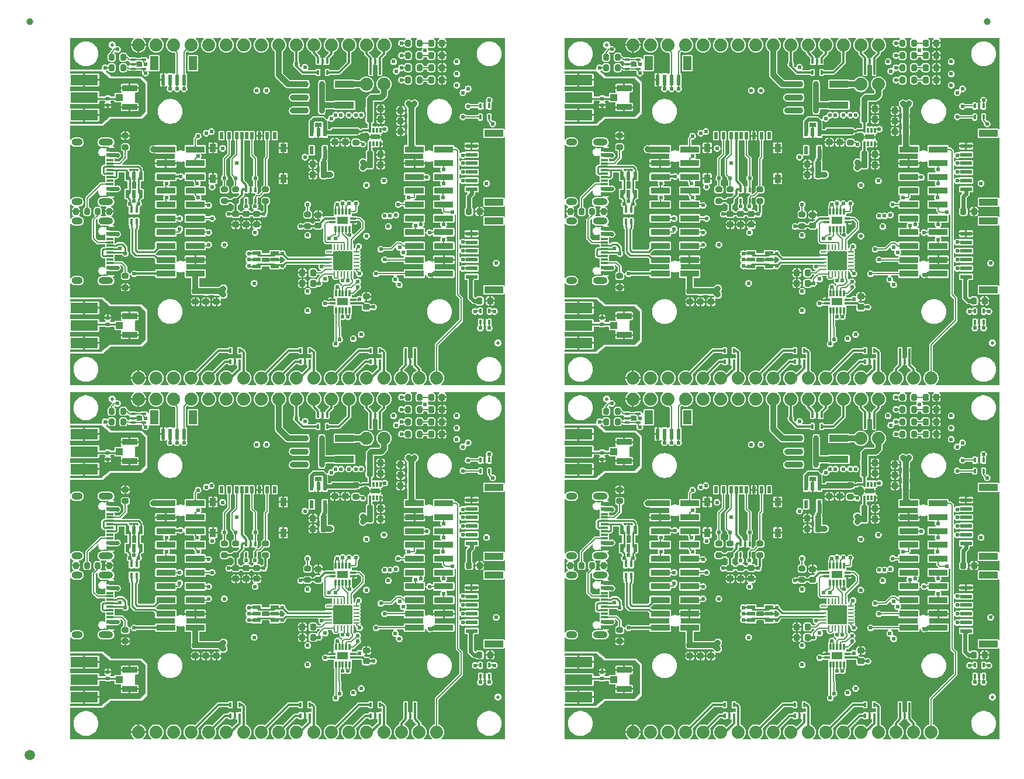
<source format=gtl>
%TF.GenerationSoftware,KiCad,Pcbnew,9.0.1*%
%TF.CreationDate,2025-04-04T16:04:09+01:00*%
%TF.ProjectId,SparkFun_GNSS_Flex_Breakout_panelized,53706172-6b46-4756-9e5f-474e53535f46,v01*%
%TF.SameCoordinates,Original*%
%TF.FileFunction,Copper,L1,Top*%
%TF.FilePolarity,Positive*%
%FSLAX46Y46*%
G04 Gerber Fmt 4.6, Leading zero omitted, Abs format (unit mm)*
G04 Created by KiCad (PCBNEW 9.0.1) date 2025-04-04 16:04:09*
%MOMM*%
%LPD*%
G01*
G04 APERTURE LIST*
G04 Aperture macros list*
%AMRoundRect*
0 Rectangle with rounded corners*
0 $1 Rounding radius*
0 $2 $3 $4 $5 $6 $7 $8 $9 X,Y pos of 4 corners*
0 Add a 4 corners polygon primitive as box body*
4,1,4,$2,$3,$4,$5,$6,$7,$8,$9,$2,$3,0*
0 Add four circle primitives for the rounded corners*
1,1,$1+$1,$2,$3*
1,1,$1+$1,$4,$5*
1,1,$1+$1,$6,$7*
1,1,$1+$1,$8,$9*
0 Add four rect primitives between the rounded corners*
20,1,$1+$1,$2,$3,$4,$5,0*
20,1,$1+$1,$4,$5,$6,$7,0*
20,1,$1+$1,$6,$7,$8,$9,0*
20,1,$1+$1,$8,$9,$2,$3,0*%
G04 Aperture macros list end*
%TA.AperFunction,SMDPad,CuDef*%
%ADD10RoundRect,0.062500X-0.350000X-0.062500X0.350000X-0.062500X0.350000X0.062500X-0.350000X0.062500X0*%
%TD*%
%TA.AperFunction,SMDPad,CuDef*%
%ADD11RoundRect,0.062500X-0.062500X-0.350000X0.062500X-0.350000X0.062500X0.350000X-0.062500X0.350000X0*%
%TD*%
%TA.AperFunction,HeatsinkPad*%
%ADD12R,2.700000X2.700000*%
%TD*%
%TA.AperFunction,SMDPad,CuDef*%
%ADD13RoundRect,0.225000X0.225000X0.250000X-0.225000X0.250000X-0.225000X-0.250000X0.225000X-0.250000X0*%
%TD*%
%TA.AperFunction,SMDPad,CuDef*%
%ADD14R,0.300000X0.700000*%
%TD*%
%TA.AperFunction,SMDPad,CuDef*%
%ADD15R,1.200000X0.550000*%
%TD*%
%TA.AperFunction,SMDPad,CuDef*%
%ADD16R,0.550000X1.200000*%
%TD*%
%TA.AperFunction,SMDPad,CuDef*%
%ADD17RoundRect,0.225000X-0.225000X-0.250000X0.225000X-0.250000X0.225000X0.250000X-0.225000X0.250000X0*%
%TD*%
%TA.AperFunction,SMDPad,CuDef*%
%ADD18RoundRect,0.200000X0.200000X0.275000X-0.200000X0.275000X-0.200000X-0.275000X0.200000X-0.275000X0*%
%TD*%
%TA.AperFunction,ComponentPad*%
%ADD19C,1.879600*%
%TD*%
%TA.AperFunction,SMDPad,CuDef*%
%ADD20R,0.630000X0.830000*%
%TD*%
%TA.AperFunction,SMDPad,CuDef*%
%ADD21R,2.750000X0.900000*%
%TD*%
%TA.AperFunction,SMDPad,CuDef*%
%ADD22RoundRect,0.200000X-0.275000X0.200000X-0.275000X-0.200000X0.275000X-0.200000X0.275000X0.200000X0*%
%TD*%
%TA.AperFunction,SMDPad,CuDef*%
%ADD23C,0.500000*%
%TD*%
%TA.AperFunction,SMDPad,CuDef*%
%ADD24R,1.700000X0.600000*%
%TD*%
%TA.AperFunction,SMDPad,CuDef*%
%ADD25R,2.700000X1.000000*%
%TD*%
%TA.AperFunction,SMDPad,CuDef*%
%ADD26RoundRect,0.200000X-0.200000X-0.275000X0.200000X-0.275000X0.200000X0.275000X-0.200000X0.275000X0*%
%TD*%
%TA.AperFunction,SMDPad,CuDef*%
%ADD27R,1.000000X0.300000*%
%TD*%
%TA.AperFunction,SMDPad,CuDef*%
%ADD28R,1.000000X0.600000*%
%TD*%
%TA.AperFunction,ComponentPad*%
%ADD29O,1.600000X1.000000*%
%TD*%
%TA.AperFunction,ComponentPad*%
%ADD30O,2.100000X1.000000*%
%TD*%
%TA.AperFunction,SMDPad,CuDef*%
%ADD31RoundRect,0.140000X0.170000X-0.140000X0.170000X0.140000X-0.170000X0.140000X-0.170000X-0.140000X0*%
%TD*%
%TA.AperFunction,SMDPad,CuDef*%
%ADD32R,4.000000X1.500000*%
%TD*%
%TA.AperFunction,SMDPad,CuDef*%
%ADD33C,1.000000*%
%TD*%
%TA.AperFunction,SMDPad,CuDef*%
%ADD34R,0.400000X0.900000*%
%TD*%
%TA.AperFunction,SMDPad,CuDef*%
%ADD35RoundRect,0.225000X-0.250000X0.225000X-0.250000X-0.225000X0.250000X-0.225000X0.250000X0.225000X0*%
%TD*%
%TA.AperFunction,SMDPad,CuDef*%
%ADD36RoundRect,0.218750X0.218750X0.256250X-0.218750X0.256250X-0.218750X-0.256250X0.218750X-0.256250X0*%
%TD*%
%TA.AperFunction,SMDPad,CuDef*%
%ADD37RoundRect,0.225000X0.250000X-0.225000X0.250000X0.225000X-0.250000X0.225000X-0.250000X-0.225000X0*%
%TD*%
%TA.AperFunction,SMDPad,CuDef*%
%ADD38R,2.800000X1.000000*%
%TD*%
%TA.AperFunction,SMDPad,CuDef*%
%ADD39RoundRect,0.140000X-0.170000X0.140000X-0.170000X-0.140000X0.170000X-0.140000X0.170000X0.140000X0*%
%TD*%
%TA.AperFunction,SMDPad,CuDef*%
%ADD40R,0.900000X0.300000*%
%TD*%
%TA.AperFunction,SMDPad,CuDef*%
%ADD41R,0.300000X0.900000*%
%TD*%
%TA.AperFunction,SMDPad,CuDef*%
%ADD42R,1.600000X1.100000*%
%TD*%
%TA.AperFunction,SMDPad,CuDef*%
%ADD43C,1.500000*%
%TD*%
%TA.AperFunction,SMDPad,CuDef*%
%ADD44R,0.700000X0.300000*%
%TD*%
%TA.AperFunction,SMDPad,CuDef*%
%ADD45RoundRect,0.200000X0.275000X-0.200000X0.275000X0.200000X-0.275000X0.200000X-0.275000X-0.200000X0*%
%TD*%
%TA.AperFunction,SMDPad,CuDef*%
%ADD46R,1.380000X0.800000*%
%TD*%
%TA.AperFunction,SMDPad,CuDef*%
%ADD47R,0.600000X1.550000*%
%TD*%
%TA.AperFunction,SMDPad,CuDef*%
%ADD48R,1.200000X2.000000*%
%TD*%
%TA.AperFunction,SMDPad,CuDef*%
%ADD49R,1.050000X1.000000*%
%TD*%
%TA.AperFunction,SMDPad,CuDef*%
%ADD50R,2.200000X0.850000*%
%TD*%
%TA.AperFunction,SMDPad,CuDef*%
%ADD51R,0.500000X1.000000*%
%TD*%
%TA.AperFunction,SMDPad,CuDef*%
%ADD52R,0.950000X1.200000*%
%TD*%
%TA.AperFunction,ViaPad*%
%ADD53C,0.609600*%
%TD*%
%TA.AperFunction,Conductor*%
%ADD54C,0.812800*%
%TD*%
%TA.AperFunction,Conductor*%
%ADD55C,0.304800*%
%TD*%
%TA.AperFunction,Conductor*%
%ADD56C,0.177800*%
%TD*%
%TA.AperFunction,Conductor*%
%ADD57C,0.558800*%
%TD*%
%TA.AperFunction,Conductor*%
%ADD58C,0.277622*%
%TD*%
%TA.AperFunction,Conductor*%
%ADD59C,0.281940*%
%TD*%
%TA.AperFunction,Conductor*%
%ADD60C,0.406400*%
%TD*%
G04 APERTURE END LIST*
D10*
%TO.P,U2,1,~{RI0}*%
%TO.N,unconnected-(U2-~{RI0}-Pad1)*%
X37788500Y70838000D03*
%TO.P,U2,2,GND*%
%TO.N,GND*%
X37788500Y70338000D03*
%TO.P,U2,3,UD+*%
%TO.N,USB2_D+*%
X37788500Y69838000D03*
%TO.P,U2,4,UD-*%
%TO.N,USB2_D-*%
X37788500Y69338000D03*
%TO.P,U2,5,VIO*%
%TO.N,3.3V*%
X37788500Y68838000D03*
%TO.P,U2,6,V3*%
%TO.N,Net-(U2-V3)*%
X37788500Y68338000D03*
D11*
%TO.P,U2,7,VDD5*%
%TO.N,VUSB2*%
X38501000Y67625500D03*
%TO.P,U2,8,VBUS*%
X39001000Y67625500D03*
%TO.P,U2,9,~{RST}*%
%TO.N,unconnected-(U2-~{RST}-Pad9)*%
X39501000Y67625500D03*
%TO.P,U2,10,~{CTS1}*%
%TO.N,Net-(U2-~{CTS1})*%
X40001000Y67625500D03*
%TO.P,U2,11,~{RTS1}*%
%TO.N,Net-(U2-~{RTS1})*%
X40501000Y67625500D03*
%TO.P,U2,12,RXD1*%
%TO.N,Net-(U2-RXD1)*%
X41001000Y67625500D03*
D10*
%TO.P,U2,13,TXD1*%
%TO.N,Net-(U2-TXD1)*%
X41713500Y68338000D03*
%TO.P,U2,14,~{DSR1}*%
%TO.N,unconnected-(U2-~{DSR1}-Pad14)*%
X41713500Y68838000D03*
%TO.P,U2,15,~{DTR1}*%
%TO.N,unconnected-(U2-~{DTR1}-Pad15)*%
X41713500Y69338000D03*
%TO.P,U2,16,~{DCD1}*%
%TO.N,unconnected-(U2-~{DCD1}-Pad16)*%
X41713500Y69838000D03*
%TO.P,U2,17,~{RI1}*%
%TO.N,unconnected-(U2-~{RI1}-Pad17)*%
X41713500Y70338000D03*
%TO.P,U2,18,~{CTS0}*%
%TO.N,Net-(U2-~{CTS0})*%
X41713500Y70838000D03*
D11*
%TO.P,U2,19,~{RTS0}*%
%TO.N,Net-(U2-~{RTS0})*%
X41001000Y71550500D03*
%TO.P,U2,20,RXD0*%
%TO.N,Net-(U2-RXD0)*%
X40501000Y71550500D03*
%TO.P,U2,21,TXD0*%
%TO.N,Net-(U2-TXD0)*%
X40001000Y71550500D03*
%TO.P,U2,22,~{DSR0}*%
%TO.N,unconnected-(U2-~{DSR0}-Pad22)*%
X39501000Y71550500D03*
%TO.P,U2,23,~{DTR0}*%
%TO.N,unconnected-(U2-~{DTR0}-Pad23)*%
X39001000Y71550500D03*
%TO.P,U2,24,~{DCD0}*%
%TO.N,unconnected-(U2-~{DCD0}-Pad24)*%
X38501000Y71550500D03*
D12*
%TO.P,U2,25,GND*%
%TO.N,GND*%
X39751000Y69588000D03*
%TD*%
D10*
%TO.P,U2,1,~{RI0}*%
%TO.N,unconnected-(U2-~{RI0}-Pad1)*%
X109408500Y19538000D03*
%TO.P,U2,2,GND*%
%TO.N,GND*%
X109408500Y19038000D03*
%TO.P,U2,3,UD+*%
%TO.N,USB2_D+*%
X109408500Y18538000D03*
%TO.P,U2,4,UD-*%
%TO.N,USB2_D-*%
X109408500Y18038000D03*
%TO.P,U2,5,VIO*%
%TO.N,3.3V*%
X109408500Y17538000D03*
%TO.P,U2,6,V3*%
%TO.N,Net-(U2-V3)*%
X109408500Y17038000D03*
D11*
%TO.P,U2,7,VDD5*%
%TO.N,VUSB2*%
X110121000Y16325500D03*
%TO.P,U2,8,VBUS*%
X110621000Y16325500D03*
%TO.P,U2,9,~{RST}*%
%TO.N,unconnected-(U2-~{RST}-Pad9)*%
X111121000Y16325500D03*
%TO.P,U2,10,~{CTS1}*%
%TO.N,Net-(U2-~{CTS1})*%
X111621000Y16325500D03*
%TO.P,U2,11,~{RTS1}*%
%TO.N,Net-(U2-~{RTS1})*%
X112121000Y16325500D03*
%TO.P,U2,12,RXD1*%
%TO.N,Net-(U2-RXD1)*%
X112621000Y16325500D03*
D10*
%TO.P,U2,13,TXD1*%
%TO.N,Net-(U2-TXD1)*%
X113333500Y17038000D03*
%TO.P,U2,14,~{DSR1}*%
%TO.N,unconnected-(U2-~{DSR1}-Pad14)*%
X113333500Y17538000D03*
%TO.P,U2,15,~{DTR1}*%
%TO.N,unconnected-(U2-~{DTR1}-Pad15)*%
X113333500Y18038000D03*
%TO.P,U2,16,~{DCD1}*%
%TO.N,unconnected-(U2-~{DCD1}-Pad16)*%
X113333500Y18538000D03*
%TO.P,U2,17,~{RI1}*%
%TO.N,unconnected-(U2-~{RI1}-Pad17)*%
X113333500Y19038000D03*
%TO.P,U2,18,~{CTS0}*%
%TO.N,Net-(U2-~{CTS0})*%
X113333500Y19538000D03*
D11*
%TO.P,U2,19,~{RTS0}*%
%TO.N,Net-(U2-~{RTS0})*%
X112621000Y20250500D03*
%TO.P,U2,20,RXD0*%
%TO.N,Net-(U2-RXD0)*%
X112121000Y20250500D03*
%TO.P,U2,21,TXD0*%
%TO.N,Net-(U2-TXD0)*%
X111621000Y20250500D03*
%TO.P,U2,22,~{DSR0}*%
%TO.N,unconnected-(U2-~{DSR0}-Pad22)*%
X111121000Y20250500D03*
%TO.P,U2,23,~{DTR0}*%
%TO.N,unconnected-(U2-~{DTR0}-Pad23)*%
X110621000Y20250500D03*
%TO.P,U2,24,~{DCD0}*%
%TO.N,unconnected-(U2-~{DCD0}-Pad24)*%
X110121000Y20250500D03*
D12*
%TO.P,U2,25,GND*%
%TO.N,GND*%
X111371000Y18288000D03*
%TD*%
D10*
%TO.P,U2,1,~{RI0}*%
%TO.N,unconnected-(U2-~{RI0}-Pad1)*%
X109408500Y70838000D03*
%TO.P,U2,2,GND*%
%TO.N,GND*%
X109408500Y70338000D03*
%TO.P,U2,3,UD+*%
%TO.N,USB2_D+*%
X109408500Y69838000D03*
%TO.P,U2,4,UD-*%
%TO.N,USB2_D-*%
X109408500Y69338000D03*
%TO.P,U2,5,VIO*%
%TO.N,3.3V*%
X109408500Y68838000D03*
%TO.P,U2,6,V3*%
%TO.N,Net-(U2-V3)*%
X109408500Y68338000D03*
D11*
%TO.P,U2,7,VDD5*%
%TO.N,VUSB2*%
X110121000Y67625500D03*
%TO.P,U2,8,VBUS*%
X110621000Y67625500D03*
%TO.P,U2,9,~{RST}*%
%TO.N,unconnected-(U2-~{RST}-Pad9)*%
X111121000Y67625500D03*
%TO.P,U2,10,~{CTS1}*%
%TO.N,Net-(U2-~{CTS1})*%
X111621000Y67625500D03*
%TO.P,U2,11,~{RTS1}*%
%TO.N,Net-(U2-~{RTS1})*%
X112121000Y67625500D03*
%TO.P,U2,12,RXD1*%
%TO.N,Net-(U2-RXD1)*%
X112621000Y67625500D03*
D10*
%TO.P,U2,13,TXD1*%
%TO.N,Net-(U2-TXD1)*%
X113333500Y68338000D03*
%TO.P,U2,14,~{DSR1}*%
%TO.N,unconnected-(U2-~{DSR1}-Pad14)*%
X113333500Y68838000D03*
%TO.P,U2,15,~{DTR1}*%
%TO.N,unconnected-(U2-~{DTR1}-Pad15)*%
X113333500Y69338000D03*
%TO.P,U2,16,~{DCD1}*%
%TO.N,unconnected-(U2-~{DCD1}-Pad16)*%
X113333500Y69838000D03*
%TO.P,U2,17,~{RI1}*%
%TO.N,unconnected-(U2-~{RI1}-Pad17)*%
X113333500Y70338000D03*
%TO.P,U2,18,~{CTS0}*%
%TO.N,Net-(U2-~{CTS0})*%
X113333500Y70838000D03*
D11*
%TO.P,U2,19,~{RTS0}*%
%TO.N,Net-(U2-~{RTS0})*%
X112621000Y71550500D03*
%TO.P,U2,20,RXD0*%
%TO.N,Net-(U2-RXD0)*%
X112121000Y71550500D03*
%TO.P,U2,21,TXD0*%
%TO.N,Net-(U2-TXD0)*%
X111621000Y71550500D03*
%TO.P,U2,22,~{DSR0}*%
%TO.N,unconnected-(U2-~{DSR0}-Pad22)*%
X111121000Y71550500D03*
%TO.P,U2,23,~{DTR0}*%
%TO.N,unconnected-(U2-~{DTR0}-Pad23)*%
X110621000Y71550500D03*
%TO.P,U2,24,~{DCD0}*%
%TO.N,unconnected-(U2-~{DCD0}-Pad24)*%
X110121000Y71550500D03*
D12*
%TO.P,U2,25,GND*%
%TO.N,GND*%
X111371000Y69588000D03*
%TD*%
D10*
%TO.P,U2,1,~{RI0}*%
%TO.N,unconnected-(U2-~{RI0}-Pad1)*%
X37788500Y19538000D03*
%TO.P,U2,2,GND*%
%TO.N,GND*%
X37788500Y19038000D03*
%TO.P,U2,3,UD+*%
%TO.N,USB2_D+*%
X37788500Y18538000D03*
%TO.P,U2,4,UD-*%
%TO.N,USB2_D-*%
X37788500Y18038000D03*
%TO.P,U2,5,VIO*%
%TO.N,3.3V*%
X37788500Y17538000D03*
%TO.P,U2,6,V3*%
%TO.N,Net-(U2-V3)*%
X37788500Y17038000D03*
D11*
%TO.P,U2,7,VDD5*%
%TO.N,VUSB2*%
X38501000Y16325500D03*
%TO.P,U2,8,VBUS*%
X39001000Y16325500D03*
%TO.P,U2,9,~{RST}*%
%TO.N,unconnected-(U2-~{RST}-Pad9)*%
X39501000Y16325500D03*
%TO.P,U2,10,~{CTS1}*%
%TO.N,Net-(U2-~{CTS1})*%
X40001000Y16325500D03*
%TO.P,U2,11,~{RTS1}*%
%TO.N,Net-(U2-~{RTS1})*%
X40501000Y16325500D03*
%TO.P,U2,12,RXD1*%
%TO.N,Net-(U2-RXD1)*%
X41001000Y16325500D03*
D10*
%TO.P,U2,13,TXD1*%
%TO.N,Net-(U2-TXD1)*%
X41713500Y17038000D03*
%TO.P,U2,14,~{DSR1}*%
%TO.N,unconnected-(U2-~{DSR1}-Pad14)*%
X41713500Y17538000D03*
%TO.P,U2,15,~{DTR1}*%
%TO.N,unconnected-(U2-~{DTR1}-Pad15)*%
X41713500Y18038000D03*
%TO.P,U2,16,~{DCD1}*%
%TO.N,unconnected-(U2-~{DCD1}-Pad16)*%
X41713500Y18538000D03*
%TO.P,U2,17,~{RI1}*%
%TO.N,unconnected-(U2-~{RI1}-Pad17)*%
X41713500Y19038000D03*
%TO.P,U2,18,~{CTS0}*%
%TO.N,Net-(U2-~{CTS0})*%
X41713500Y19538000D03*
D11*
%TO.P,U2,19,~{RTS0}*%
%TO.N,Net-(U2-~{RTS0})*%
X41001000Y20250500D03*
%TO.P,U2,20,RXD0*%
%TO.N,Net-(U2-RXD0)*%
X40501000Y20250500D03*
%TO.P,U2,21,TXD0*%
%TO.N,Net-(U2-TXD0)*%
X40001000Y20250500D03*
%TO.P,U2,22,~{DSR0}*%
%TO.N,unconnected-(U2-~{DSR0}-Pad22)*%
X39501000Y20250500D03*
%TO.P,U2,23,~{DTR0}*%
%TO.N,unconnected-(U2-~{DTR0}-Pad23)*%
X39001000Y20250500D03*
%TO.P,U2,24,~{DCD0}*%
%TO.N,unconnected-(U2-~{DCD0}-Pad24)*%
X38501000Y20250500D03*
D12*
%TO.P,U2,25,GND*%
%TO.N,GND*%
X39751000Y18288000D03*
%TD*%
D13*
%TO.P,C22,1*%
%TO.N,Net-(U1-VOUT)*%
X36983000Y82034000D03*
%TO.P,C22,2*%
%TO.N,GND*%
X35433000Y82034000D03*
%TD*%
%TO.P,C22,1*%
%TO.N,Net-(U1-VOUT)*%
X108603000Y30734000D03*
%TO.P,C22,2*%
%TO.N,GND*%
X107053000Y30734000D03*
%TD*%
%TO.P,C22,1*%
%TO.N,Net-(U1-VOUT)*%
X108603000Y82034000D03*
%TO.P,C22,2*%
%TO.N,GND*%
X107053000Y82034000D03*
%TD*%
%TO.P,C22,1*%
%TO.N,Net-(U1-VOUT)*%
X36983000Y30734000D03*
%TO.P,C22,2*%
%TO.N,GND*%
X35433000Y30734000D03*
%TD*%
D14*
%TO.P,D7,1,K1*%
%TO.N,PPS1*%
X116720000Y98455000D03*
%TO.P,D7,2,A*%
%TO.N,GND*%
X116070000Y98455000D03*
%TO.P,D7,3,K2*%
%TO.N,PPS2*%
X115420000Y98455000D03*
%TO.P,D7,4,K3*%
X115420000Y96855000D03*
%TO.P,D7,5,K4*%
%TO.N,PPS1*%
X116720000Y96855000D03*
%TD*%
%TO.P,D7,1,K1*%
%TO.N,PPS1*%
X45100000Y98455000D03*
%TO.P,D7,2,A*%
%TO.N,GND*%
X44450000Y98455000D03*
%TO.P,D7,3,K2*%
%TO.N,PPS2*%
X43800000Y98455000D03*
%TO.P,D7,4,K3*%
X43800000Y96855000D03*
%TO.P,D7,5,K4*%
%TO.N,PPS1*%
X45100000Y96855000D03*
%TD*%
%TO.P,D7,1,K1*%
%TO.N,PPS1*%
X116720000Y47155000D03*
%TO.P,D7,2,A*%
%TO.N,GND*%
X116070000Y47155000D03*
%TO.P,D7,3,K2*%
%TO.N,PPS2*%
X115420000Y47155000D03*
%TO.P,D7,4,K3*%
X115420000Y45555000D03*
%TO.P,D7,5,K4*%
%TO.N,PPS1*%
X116720000Y45555000D03*
%TD*%
%TO.P,D7,1,K1*%
%TO.N,PPS1*%
X45100000Y47155000D03*
%TO.P,D7,2,A*%
%TO.N,GND*%
X44450000Y47155000D03*
%TO.P,D7,3,K2*%
%TO.N,PPS2*%
X43800000Y47155000D03*
%TO.P,D7,4,K3*%
X43800000Y45555000D03*
%TO.P,D7,5,K4*%
%TO.N,PPS1*%
X45100000Y45555000D03*
%TD*%
D15*
%TO.P,D17,1,I/O1*%
%TO.N,USB2_D-*%
X101495100Y68765000D03*
%TO.P,D17,2,GND*%
%TO.N,GND*%
X101495100Y69715000D03*
%TO.P,D17,3,I/O2*%
%TO.N,USB2_D+*%
X101495100Y70665000D03*
%TO.P,D17,4,I/O3*%
X98894900Y70665000D03*
%TO.P,D17,5,VCC*%
%TO.N,VUSB2*%
X98895000Y69715000D03*
%TO.P,D17,6,I/O4*%
%TO.N,USB2_D-*%
X98894900Y68765000D03*
%TD*%
%TO.P,D17,1,I/O1*%
%TO.N,USB2_D-*%
X29875100Y68765000D03*
%TO.P,D17,2,GND*%
%TO.N,GND*%
X29875100Y69715000D03*
%TO.P,D17,3,I/O2*%
%TO.N,USB2_D+*%
X29875100Y70665000D03*
%TO.P,D17,4,I/O3*%
X27274900Y70665000D03*
%TO.P,D17,5,VCC*%
%TO.N,VUSB2*%
X27275000Y69715000D03*
%TO.P,D17,6,I/O4*%
%TO.N,USB2_D-*%
X27274900Y68765000D03*
%TD*%
%TO.P,D17,1,I/O1*%
%TO.N,USB2_D-*%
X101495100Y17465000D03*
%TO.P,D17,2,GND*%
%TO.N,GND*%
X101495100Y18415000D03*
%TO.P,D17,3,I/O2*%
%TO.N,USB2_D+*%
X101495100Y19365000D03*
%TO.P,D17,4,I/O3*%
X98894900Y19365000D03*
%TO.P,D17,5,VCC*%
%TO.N,VUSB2*%
X98895000Y18415000D03*
%TO.P,D17,6,I/O4*%
%TO.N,USB2_D-*%
X98894900Y17465000D03*
%TD*%
%TO.P,D17,1,I/O1*%
%TO.N,USB2_D-*%
X29875100Y17465000D03*
%TO.P,D17,2,GND*%
%TO.N,GND*%
X29875100Y18415000D03*
%TO.P,D17,3,I/O2*%
%TO.N,USB2_D+*%
X29875100Y19365000D03*
%TO.P,D17,4,I/O3*%
X27274900Y19365000D03*
%TO.P,D17,5,VCC*%
%TO.N,VUSB2*%
X27275000Y18415000D03*
%TO.P,D17,6,I/O4*%
%TO.N,USB2_D-*%
X27274900Y17465000D03*
%TD*%
D16*
%TO.P,U1,1,VIN*%
%TO.N,5V*%
X108770000Y36860100D03*
%TO.P,U1,2,GND*%
%TO.N,GND*%
X107820000Y36860100D03*
%TO.P,U1,3,EN*%
%TO.N,5V*%
X106870000Y36860100D03*
%TO.P,U1,4,NC*%
%TO.N,unconnected-(U1-NC-Pad4)*%
X106870000Y34259900D03*
%TO.P,U1,5,VOUT*%
%TO.N,Net-(U1-VOUT)*%
X108770000Y34259900D03*
%TD*%
%TO.P,U1,1,VIN*%
%TO.N,5V*%
X37150000Y88160100D03*
%TO.P,U1,2,GND*%
%TO.N,GND*%
X36200000Y88160100D03*
%TO.P,U1,3,EN*%
%TO.N,5V*%
X35250000Y88160100D03*
%TO.P,U1,4,NC*%
%TO.N,unconnected-(U1-NC-Pad4)*%
X35250000Y85559900D03*
%TO.P,U1,5,VOUT*%
%TO.N,Net-(U1-VOUT)*%
X37150000Y85559900D03*
%TD*%
%TO.P,U1,1,VIN*%
%TO.N,5V*%
X108770000Y88160100D03*
%TO.P,U1,2,GND*%
%TO.N,GND*%
X107820000Y88160100D03*
%TO.P,U1,3,EN*%
%TO.N,5V*%
X106870000Y88160100D03*
%TO.P,U1,4,NC*%
%TO.N,unconnected-(U1-NC-Pad4)*%
X106870000Y85559900D03*
%TO.P,U1,5,VOUT*%
%TO.N,Net-(U1-VOUT)*%
X108770000Y85559900D03*
%TD*%
%TO.P,U1,1,VIN*%
%TO.N,5V*%
X37150000Y36860100D03*
%TO.P,U1,2,GND*%
%TO.N,GND*%
X36200000Y36860100D03*
%TO.P,U1,3,EN*%
%TO.N,5V*%
X35250000Y36860100D03*
%TO.P,U1,4,NC*%
%TO.N,unconnected-(U1-NC-Pad4)*%
X35250000Y34259900D03*
%TO.P,U1,5,VOUT*%
%TO.N,Net-(U1-VOUT)*%
X37150000Y34259900D03*
%TD*%
D14*
%TO.P,D13,1,K1*%
%TO.N,TX1*%
X23480000Y54945000D03*
%TO.P,D13,2,A*%
%TO.N,GND*%
X24130000Y54945000D03*
%TO.P,D13,3,K2*%
%TO.N,RTS1*%
X24780000Y54945000D03*
%TO.P,D13,4,K3*%
%TO.N,CTS1*%
X24780000Y56545000D03*
%TO.P,D13,5,K4*%
%TO.N,RX1*%
X23480000Y56545000D03*
%TD*%
%TO.P,D13,1,K1*%
%TO.N,TX1*%
X95100000Y54945000D03*
%TO.P,D13,2,A*%
%TO.N,GND*%
X95750000Y54945000D03*
%TO.P,D13,3,K2*%
%TO.N,RTS1*%
X96400000Y54945000D03*
%TO.P,D13,4,K3*%
%TO.N,CTS1*%
X96400000Y56545000D03*
%TO.P,D13,5,K4*%
%TO.N,RX1*%
X95100000Y56545000D03*
%TD*%
%TO.P,D13,1,K1*%
%TO.N,TX1*%
X95100000Y3645000D03*
%TO.P,D13,2,A*%
%TO.N,GND*%
X95750000Y3645000D03*
%TO.P,D13,3,K2*%
%TO.N,RTS1*%
X96400000Y3645000D03*
%TO.P,D13,4,K3*%
%TO.N,CTS1*%
X96400000Y5245000D03*
%TO.P,D13,5,K4*%
%TO.N,RX1*%
X95100000Y5245000D03*
%TD*%
%TO.P,D13,1,K1*%
%TO.N,TX1*%
X23480000Y3645000D03*
%TO.P,D13,2,A*%
%TO.N,GND*%
X24130000Y3645000D03*
%TO.P,D13,3,K2*%
%TO.N,RTS1*%
X24780000Y3645000D03*
%TO.P,D13,4,K3*%
%TO.N,CTS1*%
X24780000Y5245000D03*
%TO.P,D13,5,K4*%
%TO.N,RX1*%
X23480000Y5245000D03*
%TD*%
D17*
%TO.P,C17,1*%
%TO.N,3.3V*%
X115308000Y84955000D03*
%TO.P,C17,2*%
%TO.N,GND*%
X116858000Y84955000D03*
%TD*%
%TO.P,C17,1*%
%TO.N,3.3V*%
X43688000Y84955000D03*
%TO.P,C17,2*%
%TO.N,GND*%
X45238000Y84955000D03*
%TD*%
%TO.P,C17,1*%
%TO.N,3.3V*%
X115308000Y33655000D03*
%TO.P,C17,2*%
%TO.N,GND*%
X116858000Y33655000D03*
%TD*%
%TO.P,C17,1*%
%TO.N,3.3V*%
X43688000Y33655000D03*
%TO.P,C17,2*%
%TO.N,GND*%
X45238000Y33655000D03*
%TD*%
D13*
%TO.P,C1,1*%
%TO.N,3.3V*%
X121290000Y40005000D03*
%TO.P,C1,2*%
%TO.N,GND*%
X119740000Y40005000D03*
%TD*%
%TO.P,C1,1*%
%TO.N,3.3V*%
X121290000Y91305000D03*
%TO.P,C1,2*%
%TO.N,GND*%
X119740000Y91305000D03*
%TD*%
%TO.P,C1,1*%
%TO.N,3.3V*%
X49670000Y91305000D03*
%TO.P,C1,2*%
%TO.N,GND*%
X48120000Y91305000D03*
%TD*%
%TO.P,C1,1*%
%TO.N,3.3V*%
X49670000Y40005000D03*
%TO.P,C1,2*%
%TO.N,GND*%
X48120000Y40005000D03*
%TD*%
D14*
%TO.P,D1,1,K1*%
%TO.N,SD_CLK*%
X98686000Y79850000D03*
%TO.P,D1,2,A*%
%TO.N,GND*%
X98036000Y79850000D03*
%TO.P,D1,3,K2*%
%TO.N,3.3V*%
X97386000Y79850000D03*
%TO.P,D1,4,K3*%
%TO.N,SD_CMD*%
X97386000Y78250000D03*
%TO.P,D1,5,K4*%
%TO.N,SD_DAT0*%
X98686000Y78250000D03*
%TD*%
%TO.P,D1,1,K1*%
%TO.N,SD_CLK*%
X27066000Y79850000D03*
%TO.P,D1,2,A*%
%TO.N,GND*%
X26416000Y79850000D03*
%TO.P,D1,3,K2*%
%TO.N,3.3V*%
X25766000Y79850000D03*
%TO.P,D1,4,K3*%
%TO.N,SD_CMD*%
X25766000Y78250000D03*
%TO.P,D1,5,K4*%
%TO.N,SD_DAT0*%
X27066000Y78250000D03*
%TD*%
%TO.P,D1,1,K1*%
%TO.N,SD_CLK*%
X98686000Y28550000D03*
%TO.P,D1,2,A*%
%TO.N,GND*%
X98036000Y28550000D03*
%TO.P,D1,3,K2*%
%TO.N,3.3V*%
X97386000Y28550000D03*
%TO.P,D1,4,K3*%
%TO.N,SD_CMD*%
X97386000Y26950000D03*
%TO.P,D1,5,K4*%
%TO.N,SD_DAT0*%
X98686000Y26950000D03*
%TD*%
%TO.P,D1,1,K1*%
%TO.N,SD_CLK*%
X27066000Y28550000D03*
%TO.P,D1,2,A*%
%TO.N,GND*%
X26416000Y28550000D03*
%TO.P,D1,3,K2*%
%TO.N,3.3V*%
X25766000Y28550000D03*
%TO.P,D1,4,K3*%
%TO.N,SD_CMD*%
X25766000Y26950000D03*
%TO.P,D1,5,K4*%
%TO.N,SD_DAT0*%
X27066000Y26950000D03*
%TD*%
D18*
%TO.P,R9,1*%
%TO.N,SCL*%
X7937000Y97528000D03*
%TO.P,R9,2*%
%TO.N,Net-(JP2-C)*%
X6287000Y97528000D03*
%TD*%
%TO.P,R9,1*%
%TO.N,SCL*%
X79557000Y97528000D03*
%TO.P,R9,2*%
%TO.N,Net-(JP2-C)*%
X77907000Y97528000D03*
%TD*%
%TO.P,R9,1*%
%TO.N,SCL*%
X79557000Y46228000D03*
%TO.P,R9,2*%
%TO.N,Net-(JP2-C)*%
X77907000Y46228000D03*
%TD*%
%TO.P,R9,1*%
%TO.N,SCL*%
X7937000Y46228000D03*
%TO.P,R9,2*%
%TO.N,Net-(JP2-C)*%
X6287000Y46228000D03*
%TD*%
D19*
%TO.P,J3,1,Pin_1*%
%TO.N,GND*%
X81780000Y100830000D03*
%TO.P,J3,2,Pin_2*%
%TO.N,3.3V*%
X84320000Y100830000D03*
%TO.P,J3,3,Pin_3*%
%TO.N,SDA*%
X86860000Y100830000D03*
%TO.P,J3,4,Pin_4*%
%TO.N,SCL*%
X89400000Y100830000D03*
%TO.P,J3,5,Pin_5*%
%TO.N,CH342_EN*%
X91940000Y100830000D03*
%TO.P,J3,6,Pin_6*%
%TO.N,3V3_EN*%
X94480000Y100830000D03*
%TO.P,J3,7,Pin_7*%
%TO.N,VBATT*%
X97020000Y100830000D03*
%TO.P,J3,8,Pin_8*%
%TO.N,5V*%
X99560000Y100830000D03*
%TO.P,J3,9,Pin_9*%
%TO.N,VIN*%
X102100000Y100830000D03*
%TO.P,J3,10,Pin_10*%
%TO.N,RTK_LED*%
X104640000Y100830000D03*
%TO.P,J3,11,Pin_11*%
%TO.N,PVT_LED*%
X107180000Y100830000D03*
%TO.P,J3,12,Pin_12*%
%TO.N,EVENT_B*%
X109720000Y100830000D03*
%TO.P,J3,13,Pin_13*%
%TO.N,EVENT_A*%
X112260000Y100830000D03*
%TO.P,J3,14,Pin_14*%
%TO.N,PPS2*%
X114800000Y100830000D03*
%TO.P,J3,15,Pin_15*%
%TO.N,PPS1*%
X117340000Y100830000D03*
%TD*%
%TO.P,J3,1,Pin_1*%
%TO.N,GND*%
X10160000Y100830000D03*
%TO.P,J3,2,Pin_2*%
%TO.N,3.3V*%
X12700000Y100830000D03*
%TO.P,J3,3,Pin_3*%
%TO.N,SDA*%
X15240000Y100830000D03*
%TO.P,J3,4,Pin_4*%
%TO.N,SCL*%
X17780000Y100830000D03*
%TO.P,J3,5,Pin_5*%
%TO.N,CH342_EN*%
X20320000Y100830000D03*
%TO.P,J3,6,Pin_6*%
%TO.N,3V3_EN*%
X22860000Y100830000D03*
%TO.P,J3,7,Pin_7*%
%TO.N,VBATT*%
X25400000Y100830000D03*
%TO.P,J3,8,Pin_8*%
%TO.N,5V*%
X27940000Y100830000D03*
%TO.P,J3,9,Pin_9*%
%TO.N,VIN*%
X30480000Y100830000D03*
%TO.P,J3,10,Pin_10*%
%TO.N,RTK_LED*%
X33020000Y100830000D03*
%TO.P,J3,11,Pin_11*%
%TO.N,PVT_LED*%
X35560000Y100830000D03*
%TO.P,J3,12,Pin_12*%
%TO.N,EVENT_B*%
X38100000Y100830000D03*
%TO.P,J3,13,Pin_13*%
%TO.N,EVENT_A*%
X40640000Y100830000D03*
%TO.P,J3,14,Pin_14*%
%TO.N,PPS2*%
X43180000Y100830000D03*
%TO.P,J3,15,Pin_15*%
%TO.N,PPS1*%
X45720000Y100830000D03*
%TD*%
%TO.P,J3,1,Pin_1*%
%TO.N,GND*%
X81780000Y49530000D03*
%TO.P,J3,2,Pin_2*%
%TO.N,3.3V*%
X84320000Y49530000D03*
%TO.P,J3,3,Pin_3*%
%TO.N,SDA*%
X86860000Y49530000D03*
%TO.P,J3,4,Pin_4*%
%TO.N,SCL*%
X89400000Y49530000D03*
%TO.P,J3,5,Pin_5*%
%TO.N,CH342_EN*%
X91940000Y49530000D03*
%TO.P,J3,6,Pin_6*%
%TO.N,3V3_EN*%
X94480000Y49530000D03*
%TO.P,J3,7,Pin_7*%
%TO.N,VBATT*%
X97020000Y49530000D03*
%TO.P,J3,8,Pin_8*%
%TO.N,5V*%
X99560000Y49530000D03*
%TO.P,J3,9,Pin_9*%
%TO.N,VIN*%
X102100000Y49530000D03*
%TO.P,J3,10,Pin_10*%
%TO.N,RTK_LED*%
X104640000Y49530000D03*
%TO.P,J3,11,Pin_11*%
%TO.N,PVT_LED*%
X107180000Y49530000D03*
%TO.P,J3,12,Pin_12*%
%TO.N,EVENT_B*%
X109720000Y49530000D03*
%TO.P,J3,13,Pin_13*%
%TO.N,EVENT_A*%
X112260000Y49530000D03*
%TO.P,J3,14,Pin_14*%
%TO.N,PPS2*%
X114800000Y49530000D03*
%TO.P,J3,15,Pin_15*%
%TO.N,PPS1*%
X117340000Y49530000D03*
%TD*%
%TO.P,J3,1,Pin_1*%
%TO.N,GND*%
X10160000Y49530000D03*
%TO.P,J3,2,Pin_2*%
%TO.N,3.3V*%
X12700000Y49530000D03*
%TO.P,J3,3,Pin_3*%
%TO.N,SDA*%
X15240000Y49530000D03*
%TO.P,J3,4,Pin_4*%
%TO.N,SCL*%
X17780000Y49530000D03*
%TO.P,J3,5,Pin_5*%
%TO.N,CH342_EN*%
X20320000Y49530000D03*
%TO.P,J3,6,Pin_6*%
%TO.N,3V3_EN*%
X22860000Y49530000D03*
%TO.P,J3,7,Pin_7*%
%TO.N,VBATT*%
X25400000Y49530000D03*
%TO.P,J3,8,Pin_8*%
%TO.N,5V*%
X27940000Y49530000D03*
%TO.P,J3,9,Pin_9*%
%TO.N,VIN*%
X30480000Y49530000D03*
%TO.P,J3,10,Pin_10*%
%TO.N,RTK_LED*%
X33020000Y49530000D03*
%TO.P,J3,11,Pin_11*%
%TO.N,PVT_LED*%
X35560000Y49530000D03*
%TO.P,J3,12,Pin_12*%
%TO.N,EVENT_B*%
X38100000Y49530000D03*
%TO.P,J3,13,Pin_13*%
%TO.N,EVENT_A*%
X40640000Y49530000D03*
%TO.P,J3,14,Pin_14*%
%TO.N,PPS2*%
X43180000Y49530000D03*
%TO.P,J3,15,Pin_15*%
%TO.N,PPS1*%
X45720000Y49530000D03*
%TD*%
D20*
%TO.P,D19,1,K*%
%TO.N,Net-(D18-K)*%
X108330000Y95115000D03*
%TO.P,D19,2,A*%
%TO.N,VIN*%
X106030000Y95115000D03*
%TD*%
%TO.P,D19,1,K*%
%TO.N,Net-(D18-K)*%
X36710000Y95115000D03*
%TO.P,D19,2,A*%
%TO.N,VIN*%
X34410000Y95115000D03*
%TD*%
%TO.P,D19,1,K*%
%TO.N,Net-(D18-K)*%
X108330000Y43815000D03*
%TO.P,D19,2,A*%
%TO.N,VIN*%
X106030000Y43815000D03*
%TD*%
%TO.P,D19,1,K*%
%TO.N,Net-(D18-K)*%
X36710000Y43815000D03*
%TO.P,D19,2,A*%
%TO.N,VIN*%
X34410000Y43815000D03*
%TD*%
D21*
%TO.P,J12,1,Pin_1*%
%TO.N,3.3V*%
X121745000Y34400000D03*
%TO.P,J12,2,Pin_2*%
%TO.N,ID*%
X125995000Y34400000D03*
%TO.P,J12,3,Pin_3*%
%TO.N,GND*%
X121745000Y32400000D03*
%TO.P,J12,4,Pin_4*%
%TO.N,CTS3*%
X125995000Y32400000D03*
%TO.P,J12,5,Pin_5*%
%TO.N,RTS3*%
X121745000Y30400000D03*
%TO.P,J12,6,Pin_6*%
%TO.N,TX3*%
X125995000Y30400000D03*
%TO.P,J12,7,Pin_7*%
%TO.N,CTS2*%
X121745000Y28400000D03*
%TO.P,J12,8,Pin_8*%
%TO.N,RX3*%
X125995000Y28400000D03*
%TO.P,J12,9,Pin_9*%
%TO.N,RTS2*%
X121745000Y26400000D03*
%TO.P,J12,10,Pin_10*%
%TO.N,TX2*%
X125995000Y26400000D03*
%TO.P,J12,11,Pin_11*%
%TO.N,TX4*%
X121745000Y24400000D03*
%TO.P,J12,12,Pin_12*%
%TO.N,RX2*%
X125995000Y24400000D03*
%TO.P,J12,13,Pin_13*%
%TO.N,RX4*%
X121745000Y22400000D03*
%TO.P,J12,14,Pin_14*%
%TO.N,CTS1*%
X125995000Y22400000D03*
%TO.P,J12,15,Pin_15*%
%TO.N,TX1*%
X121745000Y20400000D03*
%TO.P,J12,16,Pin_16*%
%TO.N,~{RESET}*%
X125995000Y20400000D03*
%TO.P,J12,17,Pin_17*%
%TO.N,RTS1*%
X121745000Y18400000D03*
%TO.P,J12,18,Pin_18*%
%TO.N,GND*%
X125995000Y18400000D03*
%TO.P,J12,19,Pin_19*%
%TO.N,RX1*%
X121745000Y16400000D03*
%TO.P,J12,20,Pin_20*%
%TO.N,3.3V*%
X125995000Y16400000D03*
%TD*%
%TO.P,J12,1,Pin_1*%
%TO.N,3.3V*%
X121745000Y85700000D03*
%TO.P,J12,2,Pin_2*%
%TO.N,ID*%
X125995000Y85700000D03*
%TO.P,J12,3,Pin_3*%
%TO.N,GND*%
X121745000Y83700000D03*
%TO.P,J12,4,Pin_4*%
%TO.N,CTS3*%
X125995000Y83700000D03*
%TO.P,J12,5,Pin_5*%
%TO.N,RTS3*%
X121745000Y81700000D03*
%TO.P,J12,6,Pin_6*%
%TO.N,TX3*%
X125995000Y81700000D03*
%TO.P,J12,7,Pin_7*%
%TO.N,CTS2*%
X121745000Y79700000D03*
%TO.P,J12,8,Pin_8*%
%TO.N,RX3*%
X125995000Y79700000D03*
%TO.P,J12,9,Pin_9*%
%TO.N,RTS2*%
X121745000Y77700000D03*
%TO.P,J12,10,Pin_10*%
%TO.N,TX2*%
X125995000Y77700000D03*
%TO.P,J12,11,Pin_11*%
%TO.N,TX4*%
X121745000Y75700000D03*
%TO.P,J12,12,Pin_12*%
%TO.N,RX2*%
X125995000Y75700000D03*
%TO.P,J12,13,Pin_13*%
%TO.N,RX4*%
X121745000Y73700000D03*
%TO.P,J12,14,Pin_14*%
%TO.N,CTS1*%
X125995000Y73700000D03*
%TO.P,J12,15,Pin_15*%
%TO.N,TX1*%
X121745000Y71700000D03*
%TO.P,J12,16,Pin_16*%
%TO.N,~{RESET}*%
X125995000Y71700000D03*
%TO.P,J12,17,Pin_17*%
%TO.N,RTS1*%
X121745000Y69700000D03*
%TO.P,J12,18,Pin_18*%
%TO.N,GND*%
X125995000Y69700000D03*
%TO.P,J12,19,Pin_19*%
%TO.N,RX1*%
X121745000Y67700000D03*
%TO.P,J12,20,Pin_20*%
%TO.N,3.3V*%
X125995000Y67700000D03*
%TD*%
%TO.P,J12,1,Pin_1*%
%TO.N,3.3V*%
X50125000Y85700000D03*
%TO.P,J12,2,Pin_2*%
%TO.N,ID*%
X54375000Y85700000D03*
%TO.P,J12,3,Pin_3*%
%TO.N,GND*%
X50125000Y83700000D03*
%TO.P,J12,4,Pin_4*%
%TO.N,CTS3*%
X54375000Y83700000D03*
%TO.P,J12,5,Pin_5*%
%TO.N,RTS3*%
X50125000Y81700000D03*
%TO.P,J12,6,Pin_6*%
%TO.N,TX3*%
X54375000Y81700000D03*
%TO.P,J12,7,Pin_7*%
%TO.N,CTS2*%
X50125000Y79700000D03*
%TO.P,J12,8,Pin_8*%
%TO.N,RX3*%
X54375000Y79700000D03*
%TO.P,J12,9,Pin_9*%
%TO.N,RTS2*%
X50125000Y77700000D03*
%TO.P,J12,10,Pin_10*%
%TO.N,TX2*%
X54375000Y77700000D03*
%TO.P,J12,11,Pin_11*%
%TO.N,TX4*%
X50125000Y75700000D03*
%TO.P,J12,12,Pin_12*%
%TO.N,RX2*%
X54375000Y75700000D03*
%TO.P,J12,13,Pin_13*%
%TO.N,RX4*%
X50125000Y73700000D03*
%TO.P,J12,14,Pin_14*%
%TO.N,CTS1*%
X54375000Y73700000D03*
%TO.P,J12,15,Pin_15*%
%TO.N,TX1*%
X50125000Y71700000D03*
%TO.P,J12,16,Pin_16*%
%TO.N,~{RESET}*%
X54375000Y71700000D03*
%TO.P,J12,17,Pin_17*%
%TO.N,RTS1*%
X50125000Y69700000D03*
%TO.P,J12,18,Pin_18*%
%TO.N,GND*%
X54375000Y69700000D03*
%TO.P,J12,19,Pin_19*%
%TO.N,RX1*%
X50125000Y67700000D03*
%TO.P,J12,20,Pin_20*%
%TO.N,3.3V*%
X54375000Y67700000D03*
%TD*%
%TO.P,J12,1,Pin_1*%
%TO.N,3.3V*%
X50125000Y34400000D03*
%TO.P,J12,2,Pin_2*%
%TO.N,ID*%
X54375000Y34400000D03*
%TO.P,J12,3,Pin_3*%
%TO.N,GND*%
X50125000Y32400000D03*
%TO.P,J12,4,Pin_4*%
%TO.N,CTS3*%
X54375000Y32400000D03*
%TO.P,J12,5,Pin_5*%
%TO.N,RTS3*%
X50125000Y30400000D03*
%TO.P,J12,6,Pin_6*%
%TO.N,TX3*%
X54375000Y30400000D03*
%TO.P,J12,7,Pin_7*%
%TO.N,CTS2*%
X50125000Y28400000D03*
%TO.P,J12,8,Pin_8*%
%TO.N,RX3*%
X54375000Y28400000D03*
%TO.P,J12,9,Pin_9*%
%TO.N,RTS2*%
X50125000Y26400000D03*
%TO.P,J12,10,Pin_10*%
%TO.N,TX2*%
X54375000Y26400000D03*
%TO.P,J12,11,Pin_11*%
%TO.N,TX4*%
X50125000Y24400000D03*
%TO.P,J12,12,Pin_12*%
%TO.N,RX2*%
X54375000Y24400000D03*
%TO.P,J12,13,Pin_13*%
%TO.N,RX4*%
X50125000Y22400000D03*
%TO.P,J12,14,Pin_14*%
%TO.N,CTS1*%
X54375000Y22400000D03*
%TO.P,J12,15,Pin_15*%
%TO.N,TX1*%
X50125000Y20400000D03*
%TO.P,J12,16,Pin_16*%
%TO.N,~{RESET}*%
X54375000Y20400000D03*
%TO.P,J12,17,Pin_17*%
%TO.N,RTS1*%
X50125000Y18400000D03*
%TO.P,J12,18,Pin_18*%
%TO.N,GND*%
X54375000Y18400000D03*
%TO.P,J12,19,Pin_19*%
%TO.N,RX1*%
X50125000Y16400000D03*
%TO.P,J12,20,Pin_20*%
%TO.N,3.3V*%
X54375000Y16400000D03*
%TD*%
D22*
%TO.P,R4,1*%
%TO.N,SD_DAT3*%
X22606000Y79875000D03*
%TO.P,R4,2*%
%TO.N,3.3V*%
X22606000Y78225000D03*
%TD*%
%TO.P,R4,1*%
%TO.N,SD_DAT3*%
X94226000Y79875000D03*
%TO.P,R4,2*%
%TO.N,3.3V*%
X94226000Y78225000D03*
%TD*%
%TO.P,R4,1*%
%TO.N,SD_DAT3*%
X94226000Y28575000D03*
%TO.P,R4,2*%
%TO.N,3.3V*%
X94226000Y26925000D03*
%TD*%
%TO.P,R4,1*%
%TO.N,SD_DAT3*%
X22606000Y28575000D03*
%TO.P,R4,2*%
%TO.N,3.3V*%
X22606000Y26925000D03*
%TD*%
%TO.P,R20,1*%
%TO.N,GND*%
X79875000Y36385000D03*
%TO.P,R20,2*%
%TO.N,Net-(J10-CC1)*%
X79875000Y34735000D03*
%TD*%
%TO.P,R20,1*%
%TO.N,GND*%
X79875000Y87685000D03*
%TO.P,R20,2*%
%TO.N,Net-(J10-CC1)*%
X79875000Y86035000D03*
%TD*%
%TO.P,R20,1*%
%TO.N,GND*%
X8255000Y87685000D03*
%TO.P,R20,2*%
%TO.N,Net-(J10-CC1)*%
X8255000Y86035000D03*
%TD*%
%TO.P,R20,1*%
%TO.N,GND*%
X8255000Y36385000D03*
%TO.P,R20,2*%
%TO.N,Net-(J10-CC1)*%
X8255000Y34735000D03*
%TD*%
D23*
%TO.P,FID4,*%
%TO.N,*%
X133850000Y6350000D03*
%TD*%
%TO.P,FID4,*%
%TO.N,*%
X62230000Y57650000D03*
%TD*%
%TO.P,FID4,*%
%TO.N,*%
X133850000Y57650000D03*
%TD*%
%TO.P,FID4,*%
%TO.N,*%
X62230000Y6350000D03*
%TD*%
D19*
%TO.P,J4,1,Pin_1*%
%TO.N,GND*%
X10160000Y52570000D03*
%TO.P,J4,2,Pin_2*%
%TO.N,3.3V*%
X12700000Y52570000D03*
%TO.P,J4,3,Pin_3*%
%TO.N,~{RESET}*%
X15240000Y52570000D03*
%TO.P,J4,4,Pin_4*%
%TO.N,RX1*%
X17780000Y52570000D03*
%TO.P,J4,5,Pin_5*%
%TO.N,TX1*%
X20320000Y52570000D03*
%TO.P,J4,6,Pin_6*%
%TO.N,RTS1*%
X22860000Y52570000D03*
%TO.P,J4,7,Pin_7*%
%TO.N,CTS1*%
X25400000Y52570000D03*
%TO.P,J4,8,Pin_8*%
%TO.N,RX2*%
X27940000Y52570000D03*
%TO.P,J4,9,Pin_9*%
%TO.N,TX2*%
X30480000Y52570000D03*
%TO.P,J4,10,Pin_10*%
%TO.N,RTS2*%
X33020000Y52570000D03*
%TO.P,J4,11,Pin_11*%
%TO.N,CTS2*%
X35560000Y52570000D03*
%TO.P,J4,12,Pin_12*%
%TO.N,RX3*%
X38100000Y52570000D03*
%TO.P,J4,13,Pin_13*%
%TO.N,TX3*%
X40640000Y52570000D03*
%TO.P,J4,14,Pin_14*%
%TO.N,RTS3*%
X43180000Y52570000D03*
%TO.P,J4,15,Pin_15*%
%TO.N,CTS3*%
X45720000Y52570000D03*
%TO.P,J4,16,Pin_16*%
%TO.N,RX4*%
X48260000Y52570000D03*
%TO.P,J4,17,Pin_17*%
%TO.N,TX4*%
X50800000Y52570000D03*
%TO.P,J4,18,Pin_18*%
%TO.N,ID*%
X53340000Y52570000D03*
%TD*%
%TO.P,J4,1,Pin_1*%
%TO.N,GND*%
X81780000Y52570000D03*
%TO.P,J4,2,Pin_2*%
%TO.N,3.3V*%
X84320000Y52570000D03*
%TO.P,J4,3,Pin_3*%
%TO.N,~{RESET}*%
X86860000Y52570000D03*
%TO.P,J4,4,Pin_4*%
%TO.N,RX1*%
X89400000Y52570000D03*
%TO.P,J4,5,Pin_5*%
%TO.N,TX1*%
X91940000Y52570000D03*
%TO.P,J4,6,Pin_6*%
%TO.N,RTS1*%
X94480000Y52570000D03*
%TO.P,J4,7,Pin_7*%
%TO.N,CTS1*%
X97020000Y52570000D03*
%TO.P,J4,8,Pin_8*%
%TO.N,RX2*%
X99560000Y52570000D03*
%TO.P,J4,9,Pin_9*%
%TO.N,TX2*%
X102100000Y52570000D03*
%TO.P,J4,10,Pin_10*%
%TO.N,RTS2*%
X104640000Y52570000D03*
%TO.P,J4,11,Pin_11*%
%TO.N,CTS2*%
X107180000Y52570000D03*
%TO.P,J4,12,Pin_12*%
%TO.N,RX3*%
X109720000Y52570000D03*
%TO.P,J4,13,Pin_13*%
%TO.N,TX3*%
X112260000Y52570000D03*
%TO.P,J4,14,Pin_14*%
%TO.N,RTS3*%
X114800000Y52570000D03*
%TO.P,J4,15,Pin_15*%
%TO.N,CTS3*%
X117340000Y52570000D03*
%TO.P,J4,16,Pin_16*%
%TO.N,RX4*%
X119880000Y52570000D03*
%TO.P,J4,17,Pin_17*%
%TO.N,TX4*%
X122420000Y52570000D03*
%TO.P,J4,18,Pin_18*%
%TO.N,ID*%
X124960000Y52570000D03*
%TD*%
%TO.P,J4,1,Pin_1*%
%TO.N,GND*%
X81780000Y1270000D03*
%TO.P,J4,2,Pin_2*%
%TO.N,3.3V*%
X84320000Y1270000D03*
%TO.P,J4,3,Pin_3*%
%TO.N,~{RESET}*%
X86860000Y1270000D03*
%TO.P,J4,4,Pin_4*%
%TO.N,RX1*%
X89400000Y1270000D03*
%TO.P,J4,5,Pin_5*%
%TO.N,TX1*%
X91940000Y1270000D03*
%TO.P,J4,6,Pin_6*%
%TO.N,RTS1*%
X94480000Y1270000D03*
%TO.P,J4,7,Pin_7*%
%TO.N,CTS1*%
X97020000Y1270000D03*
%TO.P,J4,8,Pin_8*%
%TO.N,RX2*%
X99560000Y1270000D03*
%TO.P,J4,9,Pin_9*%
%TO.N,TX2*%
X102100000Y1270000D03*
%TO.P,J4,10,Pin_10*%
%TO.N,RTS2*%
X104640000Y1270000D03*
%TO.P,J4,11,Pin_11*%
%TO.N,CTS2*%
X107180000Y1270000D03*
%TO.P,J4,12,Pin_12*%
%TO.N,RX3*%
X109720000Y1270000D03*
%TO.P,J4,13,Pin_13*%
%TO.N,TX3*%
X112260000Y1270000D03*
%TO.P,J4,14,Pin_14*%
%TO.N,RTS3*%
X114800000Y1270000D03*
%TO.P,J4,15,Pin_15*%
%TO.N,CTS3*%
X117340000Y1270000D03*
%TO.P,J4,16,Pin_16*%
%TO.N,RX4*%
X119880000Y1270000D03*
%TO.P,J4,17,Pin_17*%
%TO.N,TX4*%
X122420000Y1270000D03*
%TO.P,J4,18,Pin_18*%
%TO.N,ID*%
X124960000Y1270000D03*
%TD*%
%TO.P,J4,1,Pin_1*%
%TO.N,GND*%
X10160000Y1270000D03*
%TO.P,J4,2,Pin_2*%
%TO.N,3.3V*%
X12700000Y1270000D03*
%TO.P,J4,3,Pin_3*%
%TO.N,~{RESET}*%
X15240000Y1270000D03*
%TO.P,J4,4,Pin_4*%
%TO.N,RX1*%
X17780000Y1270000D03*
%TO.P,J4,5,Pin_5*%
%TO.N,TX1*%
X20320000Y1270000D03*
%TO.P,J4,6,Pin_6*%
%TO.N,RTS1*%
X22860000Y1270000D03*
%TO.P,J4,7,Pin_7*%
%TO.N,CTS1*%
X25400000Y1270000D03*
%TO.P,J4,8,Pin_8*%
%TO.N,RX2*%
X27940000Y1270000D03*
%TO.P,J4,9,Pin_9*%
%TO.N,TX2*%
X30480000Y1270000D03*
%TO.P,J4,10,Pin_10*%
%TO.N,RTS2*%
X33020000Y1270000D03*
%TO.P,J4,11,Pin_11*%
%TO.N,CTS2*%
X35560000Y1270000D03*
%TO.P,J4,12,Pin_12*%
%TO.N,RX3*%
X38100000Y1270000D03*
%TO.P,J4,13,Pin_13*%
%TO.N,TX3*%
X40640000Y1270000D03*
%TO.P,J4,14,Pin_14*%
%TO.N,RTS3*%
X43180000Y1270000D03*
%TO.P,J4,15,Pin_15*%
%TO.N,CTS3*%
X45720000Y1270000D03*
%TO.P,J4,16,Pin_16*%
%TO.N,RX4*%
X48260000Y1270000D03*
%TO.P,J4,17,Pin_17*%
%TO.N,TX4*%
X50800000Y1270000D03*
%TO.P,J4,18,Pin_18*%
%TO.N,ID*%
X53340000Y1270000D03*
%TD*%
D24*
%TO.P,J5,1,Pin_1*%
%TO.N,Net-(J5-Pin_1)*%
X58420000Y67225000D03*
%TO.P,J5,2,Pin_2*%
%TO.N,TX2*%
X58420000Y68475000D03*
%TO.P,J5,3,Pin_3*%
%TO.N,RX2*%
X58420000Y69725000D03*
%TO.P,J5,4,Pin_4*%
%TO.N,CTS2*%
X58420000Y70975000D03*
%TO.P,J5,5,Pin_5*%
%TO.N,RTS2*%
X58420000Y72225000D03*
%TO.P,J5,6,Pin_6*%
%TO.N,GND*%
X58420000Y73475000D03*
D25*
%TO.P,J5,NC1,NC*%
%TO.N,unconnected-(J5-NC-PadNC1)*%
X61620000Y65350000D03*
%TO.P,J5,NC2,NC*%
%TO.N,unconnected-(J5-NC-PadNC2)*%
X61620000Y75350000D03*
%TD*%
D24*
%TO.P,J5,1,Pin_1*%
%TO.N,Net-(J5-Pin_1)*%
X130040000Y15925000D03*
%TO.P,J5,2,Pin_2*%
%TO.N,TX2*%
X130040000Y17175000D03*
%TO.P,J5,3,Pin_3*%
%TO.N,RX2*%
X130040000Y18425000D03*
%TO.P,J5,4,Pin_4*%
%TO.N,CTS2*%
X130040000Y19675000D03*
%TO.P,J5,5,Pin_5*%
%TO.N,RTS2*%
X130040000Y20925000D03*
%TO.P,J5,6,Pin_6*%
%TO.N,GND*%
X130040000Y22175000D03*
D25*
%TO.P,J5,NC1,NC*%
%TO.N,unconnected-(J5-NC-PadNC1)*%
X133240000Y14050000D03*
%TO.P,J5,NC2,NC*%
%TO.N,unconnected-(J5-NC-PadNC2)*%
X133240000Y24050000D03*
%TD*%
D24*
%TO.P,J5,1,Pin_1*%
%TO.N,Net-(J5-Pin_1)*%
X130040000Y67225000D03*
%TO.P,J5,2,Pin_2*%
%TO.N,TX2*%
X130040000Y68475000D03*
%TO.P,J5,3,Pin_3*%
%TO.N,RX2*%
X130040000Y69725000D03*
%TO.P,J5,4,Pin_4*%
%TO.N,CTS2*%
X130040000Y70975000D03*
%TO.P,J5,5,Pin_5*%
%TO.N,RTS2*%
X130040000Y72225000D03*
%TO.P,J5,6,Pin_6*%
%TO.N,GND*%
X130040000Y73475000D03*
D25*
%TO.P,J5,NC1,NC*%
%TO.N,unconnected-(J5-NC-PadNC1)*%
X133240000Y65350000D03*
%TO.P,J5,NC2,NC*%
%TO.N,unconnected-(J5-NC-PadNC2)*%
X133240000Y75350000D03*
%TD*%
D24*
%TO.P,J5,1,Pin_1*%
%TO.N,Net-(J5-Pin_1)*%
X58420000Y15925000D03*
%TO.P,J5,2,Pin_2*%
%TO.N,TX2*%
X58420000Y17175000D03*
%TO.P,J5,3,Pin_3*%
%TO.N,RX2*%
X58420000Y18425000D03*
%TO.P,J5,4,Pin_4*%
%TO.N,CTS2*%
X58420000Y19675000D03*
%TO.P,J5,5,Pin_5*%
%TO.N,RTS2*%
X58420000Y20925000D03*
%TO.P,J5,6,Pin_6*%
%TO.N,GND*%
X58420000Y22175000D03*
D25*
%TO.P,J5,NC1,NC*%
%TO.N,unconnected-(J5-NC-PadNC1)*%
X61620000Y14050000D03*
%TO.P,J5,NC2,NC*%
%TO.N,unconnected-(J5-NC-PadNC2)*%
X61620000Y24050000D03*
%TD*%
D22*
%TO.P,R1,1*%
%TO.N,SD_DAT0*%
X100195000Y79875000D03*
%TO.P,R1,2*%
%TO.N,3.3V*%
X100195000Y78225000D03*
%TD*%
%TO.P,R1,1*%
%TO.N,SD_DAT0*%
X28575000Y79875000D03*
%TO.P,R1,2*%
%TO.N,3.3V*%
X28575000Y78225000D03*
%TD*%
%TO.P,R1,1*%
%TO.N,SD_DAT0*%
X100195000Y28575000D03*
%TO.P,R1,2*%
%TO.N,3.3V*%
X100195000Y26925000D03*
%TD*%
%TO.P,R1,1*%
%TO.N,SD_DAT0*%
X28575000Y28575000D03*
%TO.P,R1,2*%
%TO.N,3.3V*%
X28575000Y26925000D03*
%TD*%
D23*
%TO.P,FID1,*%
%TO.N,*%
X77970000Y49530000D03*
%TD*%
%TO.P,FID1,*%
%TO.N,*%
X6350000Y100830000D03*
%TD*%
%TO.P,FID1,*%
%TO.N,*%
X77970000Y100830000D03*
%TD*%
%TO.P,FID1,*%
%TO.N,*%
X6350000Y49530000D03*
%TD*%
D26*
%TO.P,R8,1*%
%TO.N,Net-(JP2-A)*%
X77907000Y47752000D03*
%TO.P,R8,2*%
%TO.N,SDA*%
X79557000Y47752000D03*
%TD*%
%TO.P,R8,1*%
%TO.N,Net-(JP2-A)*%
X77907000Y99052000D03*
%TO.P,R8,2*%
%TO.N,SDA*%
X79557000Y99052000D03*
%TD*%
%TO.P,R8,1*%
%TO.N,Net-(JP2-A)*%
X6287000Y99052000D03*
%TO.P,R8,2*%
%TO.N,SDA*%
X7937000Y99052000D03*
%TD*%
%TO.P,R8,1*%
%TO.N,Net-(JP2-A)*%
X6287000Y47752000D03*
%TO.P,R8,2*%
%TO.N,SDA*%
X7937000Y47752000D03*
%TD*%
D18*
%TO.P,R12,1*%
%TO.N,Net-(D6-A)*%
X50863000Y48006000D03*
%TO.P,R12,2*%
%TO.N,Net-(PPS1-A)*%
X49213000Y48006000D03*
%TD*%
%TO.P,R12,1*%
%TO.N,Net-(D6-A)*%
X122483000Y48006000D03*
%TO.P,R12,2*%
%TO.N,Net-(PPS1-A)*%
X120833000Y48006000D03*
%TD*%
%TO.P,R12,1*%
%TO.N,Net-(D6-A)*%
X50863000Y99306000D03*
%TO.P,R12,2*%
%TO.N,Net-(PPS1-A)*%
X49213000Y99306000D03*
%TD*%
%TO.P,R12,1*%
%TO.N,Net-(D6-A)*%
X122483000Y99306000D03*
%TO.P,R12,2*%
%TO.N,Net-(PPS1-A)*%
X120833000Y99306000D03*
%TD*%
D27*
%TO.P,J10,A5,CC1*%
%TO.N,Net-(J10-CC1)*%
X6010000Y32365000D03*
%TO.P,J10,A6,D+*%
%TO.N,Net-(D21-I{slash}O2)*%
X6010000Y31365000D03*
%TO.P,J10,A7,D-*%
%TO.N,Net-(D21-I{slash}O1)*%
X6010000Y30865000D03*
%TO.P,J10,A8,NC*%
%TO.N,unconnected-(J10-NC-PadA8)*%
X6010000Y29865000D03*
%TO.P,J10,B5,CC2*%
%TO.N,Net-(J10-CC2)*%
X6010000Y29365000D03*
%TO.P,J10,B6,D+*%
%TO.N,Net-(D21-I{slash}O2)*%
X6010000Y30365000D03*
%TO.P,J10,B7,D-*%
%TO.N,Net-(D21-I{slash}O1)*%
X6010000Y31865000D03*
%TO.P,J10,B8,NC*%
%TO.N,unconnected-(J10-NC-PadB8)*%
X6010000Y32865000D03*
D28*
%TO.P,J10,GND,GND*%
%TO.N,GND*%
X6010000Y34340000D03*
X6010000Y27890000D03*
D29*
%TO.P,J10,NC1,NC*%
%TO.N,unconnected-(J10-NC-PadNC1)*%
X1255000Y35433000D03*
D30*
%TO.P,J10,NC2,NC*%
%TO.N,unconnected-(J10-NC-PadNC2)*%
X5435000Y35433000D03*
%TO.P,J10,NC3,NC*%
%TO.N,unconnected-(J10-NC-PadNC3)*%
X5435000Y26797000D03*
D29*
%TO.P,J10,S,SHIELD*%
%TO.N,Net-(J10-SHIELD)*%
X1255000Y26797000D03*
D28*
%TO.P,J10,VBUS,VBUS*%
%TO.N,VUSB1*%
X6010000Y33565000D03*
X6010000Y28665000D03*
%TD*%
D27*
%TO.P,J10,A5,CC1*%
%TO.N,Net-(J10-CC1)*%
X6010000Y83665000D03*
%TO.P,J10,A6,D+*%
%TO.N,Net-(D21-I{slash}O2)*%
X6010000Y82665000D03*
%TO.P,J10,A7,D-*%
%TO.N,Net-(D21-I{slash}O1)*%
X6010000Y82165000D03*
%TO.P,J10,A8,NC*%
%TO.N,unconnected-(J10-NC-PadA8)*%
X6010000Y81165000D03*
%TO.P,J10,B5,CC2*%
%TO.N,Net-(J10-CC2)*%
X6010000Y80665000D03*
%TO.P,J10,B6,D+*%
%TO.N,Net-(D21-I{slash}O2)*%
X6010000Y81665000D03*
%TO.P,J10,B7,D-*%
%TO.N,Net-(D21-I{slash}O1)*%
X6010000Y83165000D03*
%TO.P,J10,B8,NC*%
%TO.N,unconnected-(J10-NC-PadB8)*%
X6010000Y84165000D03*
D28*
%TO.P,J10,GND,GND*%
%TO.N,GND*%
X6010000Y85640000D03*
X6010000Y79190000D03*
D29*
%TO.P,J10,NC1,NC*%
%TO.N,unconnected-(J10-NC-PadNC1)*%
X1255000Y86733000D03*
D30*
%TO.P,J10,NC2,NC*%
%TO.N,unconnected-(J10-NC-PadNC2)*%
X5435000Y86733000D03*
%TO.P,J10,NC3,NC*%
%TO.N,unconnected-(J10-NC-PadNC3)*%
X5435000Y78097000D03*
D29*
%TO.P,J10,S,SHIELD*%
%TO.N,Net-(J10-SHIELD)*%
X1255000Y78097000D03*
D28*
%TO.P,J10,VBUS,VBUS*%
%TO.N,VUSB1*%
X6010000Y84865000D03*
X6010000Y79965000D03*
%TD*%
D27*
%TO.P,J10,A5,CC1*%
%TO.N,Net-(J10-CC1)*%
X77630000Y83665000D03*
%TO.P,J10,A6,D+*%
%TO.N,Net-(D21-I{slash}O2)*%
X77630000Y82665000D03*
%TO.P,J10,A7,D-*%
%TO.N,Net-(D21-I{slash}O1)*%
X77630000Y82165000D03*
%TO.P,J10,A8,NC*%
%TO.N,unconnected-(J10-NC-PadA8)*%
X77630000Y81165000D03*
%TO.P,J10,B5,CC2*%
%TO.N,Net-(J10-CC2)*%
X77630000Y80665000D03*
%TO.P,J10,B6,D+*%
%TO.N,Net-(D21-I{slash}O2)*%
X77630000Y81665000D03*
%TO.P,J10,B7,D-*%
%TO.N,Net-(D21-I{slash}O1)*%
X77630000Y83165000D03*
%TO.P,J10,B8,NC*%
%TO.N,unconnected-(J10-NC-PadB8)*%
X77630000Y84165000D03*
D28*
%TO.P,J10,GND,GND*%
%TO.N,GND*%
X77630000Y85640000D03*
X77630000Y79190000D03*
D29*
%TO.P,J10,NC1,NC*%
%TO.N,unconnected-(J10-NC-PadNC1)*%
X72875000Y86733000D03*
D30*
%TO.P,J10,NC2,NC*%
%TO.N,unconnected-(J10-NC-PadNC2)*%
X77055000Y86733000D03*
%TO.P,J10,NC3,NC*%
%TO.N,unconnected-(J10-NC-PadNC3)*%
X77055000Y78097000D03*
D29*
%TO.P,J10,S,SHIELD*%
%TO.N,Net-(J10-SHIELD)*%
X72875000Y78097000D03*
D28*
%TO.P,J10,VBUS,VBUS*%
%TO.N,VUSB1*%
X77630000Y84865000D03*
X77630000Y79965000D03*
%TD*%
D27*
%TO.P,J10,A5,CC1*%
%TO.N,Net-(J10-CC1)*%
X77630000Y32365000D03*
%TO.P,J10,A6,D+*%
%TO.N,Net-(D21-I{slash}O2)*%
X77630000Y31365000D03*
%TO.P,J10,A7,D-*%
%TO.N,Net-(D21-I{slash}O1)*%
X77630000Y30865000D03*
%TO.P,J10,A8,NC*%
%TO.N,unconnected-(J10-NC-PadA8)*%
X77630000Y29865000D03*
%TO.P,J10,B5,CC2*%
%TO.N,Net-(J10-CC2)*%
X77630000Y29365000D03*
%TO.P,J10,B6,D+*%
%TO.N,Net-(D21-I{slash}O2)*%
X77630000Y30365000D03*
%TO.P,J10,B7,D-*%
%TO.N,Net-(D21-I{slash}O1)*%
X77630000Y31865000D03*
%TO.P,J10,B8,NC*%
%TO.N,unconnected-(J10-NC-PadB8)*%
X77630000Y32865000D03*
D28*
%TO.P,J10,GND,GND*%
%TO.N,GND*%
X77630000Y34340000D03*
X77630000Y27890000D03*
D29*
%TO.P,J10,NC1,NC*%
%TO.N,unconnected-(J10-NC-PadNC1)*%
X72875000Y35433000D03*
D30*
%TO.P,J10,NC2,NC*%
%TO.N,unconnected-(J10-NC-PadNC2)*%
X77055000Y35433000D03*
%TO.P,J10,NC3,NC*%
%TO.N,unconnected-(J10-NC-PadNC3)*%
X77055000Y26797000D03*
D29*
%TO.P,J10,S,SHIELD*%
%TO.N,Net-(J10-SHIELD)*%
X72875000Y26797000D03*
D28*
%TO.P,J10,VBUS,VBUS*%
%TO.N,VUSB1*%
X77630000Y33565000D03*
X77630000Y28665000D03*
%TD*%
D13*
%TO.P,C21,1*%
%TO.N,Net-(U1-VOUT)*%
X36983000Y32258000D03*
%TO.P,C21,2*%
%TO.N,GND*%
X35433000Y32258000D03*
%TD*%
%TO.P,C21,1*%
%TO.N,Net-(U1-VOUT)*%
X36983000Y83558000D03*
%TO.P,C21,2*%
%TO.N,GND*%
X35433000Y83558000D03*
%TD*%
%TO.P,C21,1*%
%TO.N,Net-(U1-VOUT)*%
X108603000Y32258000D03*
%TO.P,C21,2*%
%TO.N,GND*%
X107053000Y32258000D03*
%TD*%
%TO.P,C21,1*%
%TO.N,Net-(U1-VOUT)*%
X108603000Y83558000D03*
%TO.P,C21,2*%
%TO.N,GND*%
X107053000Y83558000D03*
%TD*%
D18*
%TO.P,R7,1*%
%TO.N,Net-(D3-A)*%
X50863000Y46228000D03*
%TO.P,R7,2*%
%TO.N,Net-(PVT1-A)*%
X49213000Y46228000D03*
%TD*%
%TO.P,R7,1*%
%TO.N,Net-(D3-A)*%
X122483000Y46228000D03*
%TO.P,R7,2*%
%TO.N,Net-(PVT1-A)*%
X120833000Y46228000D03*
%TD*%
%TO.P,R7,1*%
%TO.N,Net-(D3-A)*%
X50863000Y97528000D03*
%TO.P,R7,2*%
%TO.N,Net-(PVT1-A)*%
X49213000Y97528000D03*
%TD*%
%TO.P,R7,1*%
%TO.N,Net-(D3-A)*%
X122483000Y97528000D03*
%TO.P,R7,2*%
%TO.N,Net-(PVT1-A)*%
X120833000Y97528000D03*
%TD*%
D31*
%TO.P,D9,1,A1*%
%TO.N,GND*%
X5715000Y40795000D03*
%TO.P,D9,2,A2*%
%TO.N,Net-(D9-A2)*%
X5715000Y41755000D03*
%TD*%
%TO.P,D9,1,A1*%
%TO.N,GND*%
X5715000Y92095000D03*
%TO.P,D9,2,A2*%
%TO.N,Net-(D9-A2)*%
X5715000Y93055000D03*
%TD*%
%TO.P,D9,1,A1*%
%TO.N,GND*%
X77335000Y40795000D03*
%TO.P,D9,2,A2*%
%TO.N,Net-(D9-A2)*%
X77335000Y41755000D03*
%TD*%
%TO.P,D9,1,A1*%
%TO.N,GND*%
X77335000Y92095000D03*
%TO.P,D9,2,A2*%
%TO.N,Net-(D9-A2)*%
X77335000Y93055000D03*
%TD*%
D32*
%TO.P,J6,1,In*%
%TO.N,Net-(D20-A2)*%
X2286000Y8890000D03*
%TO.P,J6,2,Ext*%
%TO.N,GND*%
X2286000Y6350000D03*
X2286000Y11430000D03*
%TD*%
%TO.P,J6,1,In*%
%TO.N,Net-(D20-A2)*%
X2286000Y60190000D03*
%TO.P,J6,2,Ext*%
%TO.N,GND*%
X2286000Y57650000D03*
X2286000Y62730000D03*
%TD*%
%TO.P,J6,1,In*%
%TO.N,Net-(D20-A2)*%
X73906000Y60190000D03*
%TO.P,J6,2,Ext*%
%TO.N,GND*%
X73906000Y57650000D03*
X73906000Y62730000D03*
%TD*%
%TO.P,J6,1,In*%
%TO.N,Net-(D20-A2)*%
X73906000Y8890000D03*
%TO.P,J6,2,Ext*%
%TO.N,GND*%
X73906000Y6350000D03*
X73906000Y11430000D03*
%TD*%
D14*
%TO.P,D12,1,K1*%
%TO.N,TX2*%
X33640000Y3645000D03*
%TO.P,D12,2,A*%
%TO.N,GND*%
X34290000Y3645000D03*
%TO.P,D12,3,K2*%
%TO.N,RTS2*%
X34940000Y3645000D03*
%TO.P,D12,4,K3*%
%TO.N,CTS2*%
X34940000Y5245000D03*
%TO.P,D12,5,K4*%
%TO.N,RX2*%
X33640000Y5245000D03*
%TD*%
%TO.P,D12,1,K1*%
%TO.N,TX2*%
X33640000Y54945000D03*
%TO.P,D12,2,A*%
%TO.N,GND*%
X34290000Y54945000D03*
%TO.P,D12,3,K2*%
%TO.N,RTS2*%
X34940000Y54945000D03*
%TO.P,D12,4,K3*%
%TO.N,CTS2*%
X34940000Y56545000D03*
%TO.P,D12,5,K4*%
%TO.N,RX2*%
X33640000Y56545000D03*
%TD*%
%TO.P,D12,1,K1*%
%TO.N,TX2*%
X105260000Y3645000D03*
%TO.P,D12,2,A*%
%TO.N,GND*%
X105910000Y3645000D03*
%TO.P,D12,3,K2*%
%TO.N,RTS2*%
X106560000Y3645000D03*
%TO.P,D12,4,K3*%
%TO.N,CTS2*%
X106560000Y5245000D03*
%TO.P,D12,5,K4*%
%TO.N,RX2*%
X105260000Y5245000D03*
%TD*%
%TO.P,D12,1,K1*%
%TO.N,TX2*%
X105260000Y54945000D03*
%TO.P,D12,2,A*%
%TO.N,GND*%
X105910000Y54945000D03*
%TO.P,D12,3,K2*%
%TO.N,RTS2*%
X106560000Y54945000D03*
%TO.P,D12,4,K3*%
%TO.N,CTS2*%
X106560000Y56545000D03*
%TO.P,D12,5,K4*%
%TO.N,RX2*%
X105260000Y56545000D03*
%TD*%
D33*
%TO.P,,*%
%TO.N,*%
X-5620000Y104187500D03*
%TD*%
D22*
%TO.P,R2,1*%
%TO.N,SD_CMD*%
X24257000Y28575000D03*
%TO.P,R2,2*%
%TO.N,3.3V*%
X24257000Y26925000D03*
%TD*%
%TO.P,R2,1*%
%TO.N,SD_CMD*%
X24257000Y79875000D03*
%TO.P,R2,2*%
%TO.N,3.3V*%
X24257000Y78225000D03*
%TD*%
%TO.P,R2,1*%
%TO.N,SD_CMD*%
X95877000Y79875000D03*
%TO.P,R2,2*%
%TO.N,3.3V*%
X95877000Y78225000D03*
%TD*%
%TO.P,R2,1*%
%TO.N,SD_CMD*%
X95877000Y28575000D03*
%TO.P,R2,2*%
%TO.N,3.3V*%
X95877000Y26925000D03*
%TD*%
D34*
%TO.P,TR2,1*%
%TO.N,Net-(D21-I{slash}O1)*%
X9925000Y25615000D03*
%TO.P,TR2,2*%
%TO.N,USB1_D-*%
X9925000Y23915000D03*
%TO.P,TR2,3*%
%TO.N,Net-(D21-I{slash}O2)*%
X9125000Y25615000D03*
%TO.P,TR2,4*%
%TO.N,USB1_D+*%
X9125000Y23915000D03*
%TD*%
%TO.P,TR2,1*%
%TO.N,Net-(D21-I{slash}O1)*%
X81545000Y76915000D03*
%TO.P,TR2,2*%
%TO.N,USB1_D-*%
X81545000Y75215000D03*
%TO.P,TR2,3*%
%TO.N,Net-(D21-I{slash}O2)*%
X80745000Y76915000D03*
%TO.P,TR2,4*%
%TO.N,USB1_D+*%
X80745000Y75215000D03*
%TD*%
%TO.P,TR2,1*%
%TO.N,Net-(D21-I{slash}O1)*%
X9925000Y76915000D03*
%TO.P,TR2,2*%
%TO.N,USB1_D-*%
X9925000Y75215000D03*
%TO.P,TR2,3*%
%TO.N,Net-(D21-I{slash}O2)*%
X9125000Y76915000D03*
%TO.P,TR2,4*%
%TO.N,USB1_D+*%
X9125000Y75215000D03*
%TD*%
%TO.P,TR2,1*%
%TO.N,Net-(D21-I{slash}O1)*%
X81545000Y25615000D03*
%TO.P,TR2,2*%
%TO.N,USB1_D-*%
X81545000Y23915000D03*
%TO.P,TR2,3*%
%TO.N,Net-(D21-I{slash}O2)*%
X80745000Y25615000D03*
%TO.P,TR2,4*%
%TO.N,USB1_D+*%
X80745000Y23915000D03*
%TD*%
D35*
%TO.P,C8,1*%
%TO.N,3.3V*%
X24257000Y25045000D03*
%TO.P,C8,2*%
%TO.N,GND*%
X24257000Y23495000D03*
%TD*%
%TO.P,C8,1*%
%TO.N,3.3V*%
X95877000Y25045000D03*
%TO.P,C8,2*%
%TO.N,GND*%
X95877000Y23495000D03*
%TD*%
%TO.P,C8,1*%
%TO.N,3.3V*%
X24257000Y76345000D03*
%TO.P,C8,2*%
%TO.N,GND*%
X24257000Y74795000D03*
%TD*%
%TO.P,C8,1*%
%TO.N,3.3V*%
X95877000Y76345000D03*
%TO.P,C8,2*%
%TO.N,GND*%
X95877000Y74795000D03*
%TD*%
D32*
%TO.P,J2,1,In*%
%TO.N,Net-(D9-A2)*%
X2286000Y41910000D03*
%TO.P,J2,2,Ext*%
%TO.N,GND*%
X2286000Y39370000D03*
X2286000Y44450000D03*
%TD*%
%TO.P,J2,1,In*%
%TO.N,Net-(D9-A2)*%
X2286000Y93210000D03*
%TO.P,J2,2,Ext*%
%TO.N,GND*%
X2286000Y90670000D03*
X2286000Y95750000D03*
%TD*%
%TO.P,J2,1,In*%
%TO.N,Net-(D9-A2)*%
X73906000Y93210000D03*
%TO.P,J2,2,Ext*%
%TO.N,GND*%
X73906000Y90670000D03*
X73906000Y95750000D03*
%TD*%
%TO.P,J2,1,In*%
%TO.N,Net-(D9-A2)*%
X73906000Y41910000D03*
%TO.P,J2,2,Ext*%
%TO.N,GND*%
X73906000Y39370000D03*
X73906000Y44450000D03*
%TD*%
D20*
%TO.P,D22,1,K*%
%TO.N,Net-(D18-K)*%
X36710000Y40005000D03*
%TO.P,D22,2,A*%
%TO.N,VUSB2*%
X34410000Y40005000D03*
%TD*%
%TO.P,D22,1,K*%
%TO.N,Net-(D18-K)*%
X108330000Y91305000D03*
%TO.P,D22,2,A*%
%TO.N,VUSB2*%
X106030000Y91305000D03*
%TD*%
%TO.P,D22,1,K*%
%TO.N,Net-(D18-K)*%
X108330000Y40005000D03*
%TO.P,D22,2,A*%
%TO.N,VUSB2*%
X106030000Y40005000D03*
%TD*%
%TO.P,D22,1,K*%
%TO.N,Net-(D18-K)*%
X36710000Y91305000D03*
%TO.P,D22,2,A*%
%TO.N,VUSB2*%
X34410000Y91305000D03*
%TD*%
D21*
%TO.P,J11,1,Pin_1*%
%TO.N,3.3V*%
X14125000Y34400000D03*
%TO.P,J11,2,Pin_2*%
%TO.N,PPS1*%
X18375000Y34400000D03*
%TO.P,J11,3,Pin_3*%
%TO.N,GND*%
X14125000Y32400000D03*
%TO.P,J11,4,Pin_4*%
%TO.N,PPS2*%
X18375000Y32400000D03*
%TO.P,J11,5,Pin_5*%
%TO.N,VBATT*%
X14125000Y30400000D03*
%TO.P,J11,6,Pin_6*%
%TO.N,EVENT_A*%
X18375000Y30400000D03*
%TO.P,J11,7,Pin_7*%
%TO.N,PVT_LED*%
X14125000Y28400000D03*
%TO.P,J11,8,Pin_8*%
%TO.N,EVENT_B*%
X18375000Y28400000D03*
%TO.P,J11,9,Pin_9*%
%TO.N,RTK_LED*%
X14125000Y26400000D03*
%TO.P,J11,10,Pin_10*%
%TO.N,SD_CMD*%
X18375000Y26400000D03*
%TO.P,J11,11,Pin_11*%
%TO.N,SDA*%
X14125000Y24400000D03*
%TO.P,J11,12,Pin_12*%
%TO.N,SD_CLK*%
X18375000Y24400000D03*
%TO.P,J11,13,Pin_13*%
%TO.N,SCL*%
X14125000Y22400000D03*
%TO.P,J11,14,Pin_14*%
%TO.N,SD_DAT0*%
X18375000Y22400000D03*
%TO.P,J11,15,Pin_15*%
%TO.N,USB1_D-*%
X14125000Y20400000D03*
%TO.P,J11,16,Pin_16*%
%TO.N,SD_DAT3*%
X18375000Y20400000D03*
%TO.P,J11,17,Pin_17*%
%TO.N,USB1_D+*%
X14125000Y18400000D03*
%TO.P,J11,18,Pin_18*%
%TO.N,GND*%
X18375000Y18400000D03*
%TO.P,J11,19,Pin_19*%
%TO.N,VUSB1*%
X14125000Y16400000D03*
%TO.P,J11,20,Pin_20*%
%TO.N,3.3V*%
X18375000Y16400000D03*
%TD*%
%TO.P,J11,1,Pin_1*%
%TO.N,3.3V*%
X14125000Y85700000D03*
%TO.P,J11,2,Pin_2*%
%TO.N,PPS1*%
X18375000Y85700000D03*
%TO.P,J11,3,Pin_3*%
%TO.N,GND*%
X14125000Y83700000D03*
%TO.P,J11,4,Pin_4*%
%TO.N,PPS2*%
X18375000Y83700000D03*
%TO.P,J11,5,Pin_5*%
%TO.N,VBATT*%
X14125000Y81700000D03*
%TO.P,J11,6,Pin_6*%
%TO.N,EVENT_A*%
X18375000Y81700000D03*
%TO.P,J11,7,Pin_7*%
%TO.N,PVT_LED*%
X14125000Y79700000D03*
%TO.P,J11,8,Pin_8*%
%TO.N,EVENT_B*%
X18375000Y79700000D03*
%TO.P,J11,9,Pin_9*%
%TO.N,RTK_LED*%
X14125000Y77700000D03*
%TO.P,J11,10,Pin_10*%
%TO.N,SD_CMD*%
X18375000Y77700000D03*
%TO.P,J11,11,Pin_11*%
%TO.N,SDA*%
X14125000Y75700000D03*
%TO.P,J11,12,Pin_12*%
%TO.N,SD_CLK*%
X18375000Y75700000D03*
%TO.P,J11,13,Pin_13*%
%TO.N,SCL*%
X14125000Y73700000D03*
%TO.P,J11,14,Pin_14*%
%TO.N,SD_DAT0*%
X18375000Y73700000D03*
%TO.P,J11,15,Pin_15*%
%TO.N,USB1_D-*%
X14125000Y71700000D03*
%TO.P,J11,16,Pin_16*%
%TO.N,SD_DAT3*%
X18375000Y71700000D03*
%TO.P,J11,17,Pin_17*%
%TO.N,USB1_D+*%
X14125000Y69700000D03*
%TO.P,J11,18,Pin_18*%
%TO.N,GND*%
X18375000Y69700000D03*
%TO.P,J11,19,Pin_19*%
%TO.N,VUSB1*%
X14125000Y67700000D03*
%TO.P,J11,20,Pin_20*%
%TO.N,3.3V*%
X18375000Y67700000D03*
%TD*%
%TO.P,J11,1,Pin_1*%
%TO.N,3.3V*%
X85745000Y85700000D03*
%TO.P,J11,2,Pin_2*%
%TO.N,PPS1*%
X89995000Y85700000D03*
%TO.P,J11,3,Pin_3*%
%TO.N,GND*%
X85745000Y83700000D03*
%TO.P,J11,4,Pin_4*%
%TO.N,PPS2*%
X89995000Y83700000D03*
%TO.P,J11,5,Pin_5*%
%TO.N,VBATT*%
X85745000Y81700000D03*
%TO.P,J11,6,Pin_6*%
%TO.N,EVENT_A*%
X89995000Y81700000D03*
%TO.P,J11,7,Pin_7*%
%TO.N,PVT_LED*%
X85745000Y79700000D03*
%TO.P,J11,8,Pin_8*%
%TO.N,EVENT_B*%
X89995000Y79700000D03*
%TO.P,J11,9,Pin_9*%
%TO.N,RTK_LED*%
X85745000Y77700000D03*
%TO.P,J11,10,Pin_10*%
%TO.N,SD_CMD*%
X89995000Y77700000D03*
%TO.P,J11,11,Pin_11*%
%TO.N,SDA*%
X85745000Y75700000D03*
%TO.P,J11,12,Pin_12*%
%TO.N,SD_CLK*%
X89995000Y75700000D03*
%TO.P,J11,13,Pin_13*%
%TO.N,SCL*%
X85745000Y73700000D03*
%TO.P,J11,14,Pin_14*%
%TO.N,SD_DAT0*%
X89995000Y73700000D03*
%TO.P,J11,15,Pin_15*%
%TO.N,USB1_D-*%
X85745000Y71700000D03*
%TO.P,J11,16,Pin_16*%
%TO.N,SD_DAT3*%
X89995000Y71700000D03*
%TO.P,J11,17,Pin_17*%
%TO.N,USB1_D+*%
X85745000Y69700000D03*
%TO.P,J11,18,Pin_18*%
%TO.N,GND*%
X89995000Y69700000D03*
%TO.P,J11,19,Pin_19*%
%TO.N,VUSB1*%
X85745000Y67700000D03*
%TO.P,J11,20,Pin_20*%
%TO.N,3.3V*%
X89995000Y67700000D03*
%TD*%
%TO.P,J11,1,Pin_1*%
%TO.N,3.3V*%
X85745000Y34400000D03*
%TO.P,J11,2,Pin_2*%
%TO.N,PPS1*%
X89995000Y34400000D03*
%TO.P,J11,3,Pin_3*%
%TO.N,GND*%
X85745000Y32400000D03*
%TO.P,J11,4,Pin_4*%
%TO.N,PPS2*%
X89995000Y32400000D03*
%TO.P,J11,5,Pin_5*%
%TO.N,VBATT*%
X85745000Y30400000D03*
%TO.P,J11,6,Pin_6*%
%TO.N,EVENT_A*%
X89995000Y30400000D03*
%TO.P,J11,7,Pin_7*%
%TO.N,PVT_LED*%
X85745000Y28400000D03*
%TO.P,J11,8,Pin_8*%
%TO.N,EVENT_B*%
X89995000Y28400000D03*
%TO.P,J11,9,Pin_9*%
%TO.N,RTK_LED*%
X85745000Y26400000D03*
%TO.P,J11,10,Pin_10*%
%TO.N,SD_CMD*%
X89995000Y26400000D03*
%TO.P,J11,11,Pin_11*%
%TO.N,SDA*%
X85745000Y24400000D03*
%TO.P,J11,12,Pin_12*%
%TO.N,SD_CLK*%
X89995000Y24400000D03*
%TO.P,J11,13,Pin_13*%
%TO.N,SCL*%
X85745000Y22400000D03*
%TO.P,J11,14,Pin_14*%
%TO.N,SD_DAT0*%
X89995000Y22400000D03*
%TO.P,J11,15,Pin_15*%
%TO.N,USB1_D-*%
X85745000Y20400000D03*
%TO.P,J11,16,Pin_16*%
%TO.N,SD_DAT3*%
X89995000Y20400000D03*
%TO.P,J11,17,Pin_17*%
%TO.N,USB1_D+*%
X85745000Y18400000D03*
%TO.P,J11,18,Pin_18*%
%TO.N,GND*%
X89995000Y18400000D03*
%TO.P,J11,19,Pin_19*%
%TO.N,VUSB1*%
X85745000Y16400000D03*
%TO.P,J11,20,Pin_20*%
%TO.N,3.3V*%
X89995000Y16400000D03*
%TD*%
D36*
%TO.P,D2,1,K*%
%TO.N,GND*%
X54127500Y49784000D03*
%TO.P,D2,2,A*%
%TO.N,Net-(D2-A)*%
X52552500Y49784000D03*
%TD*%
%TO.P,D2,1,K*%
%TO.N,GND*%
X125747500Y101084000D03*
%TO.P,D2,2,A*%
%TO.N,Net-(D2-A)*%
X124172500Y101084000D03*
%TD*%
%TO.P,D2,1,K*%
%TO.N,GND*%
X54127500Y101084000D03*
%TO.P,D2,2,A*%
%TO.N,Net-(D2-A)*%
X52552500Y101084000D03*
%TD*%
%TO.P,D2,1,K*%
%TO.N,GND*%
X125747500Y49784000D03*
%TO.P,D2,2,A*%
%TO.N,Net-(D2-A)*%
X124172500Y49784000D03*
%TD*%
D37*
%TO.P,C13,1*%
%TO.N,3.3V*%
X36195000Y23355000D03*
%TO.P,C13,2*%
%TO.N,GND*%
X36195000Y24905000D03*
%TD*%
%TO.P,C13,1*%
%TO.N,3.3V*%
X107815000Y23355000D03*
%TO.P,C13,2*%
%TO.N,GND*%
X107815000Y24905000D03*
%TD*%
%TO.P,C13,1*%
%TO.N,3.3V*%
X107815000Y74655000D03*
%TO.P,C13,2*%
%TO.N,GND*%
X107815000Y76205000D03*
%TD*%
%TO.P,C13,1*%
%TO.N,3.3V*%
X36195000Y74655000D03*
%TO.P,C13,2*%
%TO.N,GND*%
X36195000Y76205000D03*
%TD*%
D14*
%TO.P,D14,1,K1*%
%TO.N,RX2*%
X59675000Y9360000D03*
%TO.P,D14,2,A*%
%TO.N,GND*%
X60325000Y9360000D03*
%TO.P,D14,3,K2*%
%TO.N,CTS2*%
X60975000Y9360000D03*
%TO.P,D14,4,K3*%
%TO.N,RTS2*%
X60975000Y10960000D03*
%TO.P,D14,5,K4*%
%TO.N,TX2*%
X59675000Y10960000D03*
%TD*%
%TO.P,D14,1,K1*%
%TO.N,RX2*%
X131295000Y60660000D03*
%TO.P,D14,2,A*%
%TO.N,GND*%
X131945000Y60660000D03*
%TO.P,D14,3,K2*%
%TO.N,CTS2*%
X132595000Y60660000D03*
%TO.P,D14,4,K3*%
%TO.N,RTS2*%
X132595000Y62260000D03*
%TO.P,D14,5,K4*%
%TO.N,TX2*%
X131295000Y62260000D03*
%TD*%
%TO.P,D14,1,K1*%
%TO.N,RX2*%
X131295000Y9360000D03*
%TO.P,D14,2,A*%
%TO.N,GND*%
X131945000Y9360000D03*
%TO.P,D14,3,K2*%
%TO.N,CTS2*%
X132595000Y9360000D03*
%TO.P,D14,4,K3*%
%TO.N,RTS2*%
X132595000Y10960000D03*
%TO.P,D14,5,K4*%
%TO.N,TX2*%
X131295000Y10960000D03*
%TD*%
%TO.P,D14,1,K1*%
%TO.N,RX2*%
X59675000Y60660000D03*
%TO.P,D14,2,A*%
%TO.N,GND*%
X60325000Y60660000D03*
%TO.P,D14,3,K2*%
%TO.N,CTS2*%
X60975000Y60660000D03*
%TO.P,D14,4,K3*%
%TO.N,RTS2*%
X60975000Y62260000D03*
%TO.P,D14,5,K4*%
%TO.N,TX2*%
X59675000Y62260000D03*
%TD*%
D35*
%TO.P,C19,1*%
%TO.N,5V*%
X40132000Y36983000D03*
%TO.P,C19,2*%
%TO.N,GND*%
X40132000Y35433000D03*
%TD*%
%TO.P,C19,1*%
%TO.N,5V*%
X40132000Y88283000D03*
%TO.P,C19,2*%
%TO.N,GND*%
X40132000Y86733000D03*
%TD*%
%TO.P,C19,1*%
%TO.N,5V*%
X111752000Y88283000D03*
%TO.P,C19,2*%
%TO.N,GND*%
X111752000Y86733000D03*
%TD*%
%TO.P,C19,1*%
%TO.N,5V*%
X111752000Y36983000D03*
%TO.P,C19,2*%
%TO.N,GND*%
X111752000Y35433000D03*
%TD*%
D13*
%TO.P,C24,1*%
%TO.N,GND*%
X59576000Y25400000D03*
%TO.P,C24,2*%
%TO.N,Net-(J13-Pin_1)*%
X58026000Y25400000D03*
%TD*%
%TO.P,C24,1*%
%TO.N,GND*%
X59576000Y76700000D03*
%TO.P,C24,2*%
%TO.N,Net-(J13-Pin_1)*%
X58026000Y76700000D03*
%TD*%
%TO.P,C24,1*%
%TO.N,GND*%
X131196000Y25400000D03*
%TO.P,C24,2*%
%TO.N,Net-(J13-Pin_1)*%
X129646000Y25400000D03*
%TD*%
%TO.P,C24,1*%
%TO.N,GND*%
X131196000Y76700000D03*
%TO.P,C24,2*%
%TO.N,Net-(J13-Pin_1)*%
X129646000Y76700000D03*
%TD*%
D18*
%TO.P,R6,1*%
%TO.N,Net-(D2-A)*%
X50863000Y49784000D03*
%TO.P,R6,2*%
%TO.N,Net-(PWR1-A)*%
X49213000Y49784000D03*
%TD*%
%TO.P,R6,1*%
%TO.N,Net-(D2-A)*%
X50863000Y101084000D03*
%TO.P,R6,2*%
%TO.N,Net-(PWR1-A)*%
X49213000Y101084000D03*
%TD*%
%TO.P,R6,1*%
%TO.N,Net-(D2-A)*%
X122483000Y49784000D03*
%TO.P,R6,2*%
%TO.N,Net-(PWR1-A)*%
X120833000Y49784000D03*
%TD*%
%TO.P,R6,1*%
%TO.N,Net-(D2-A)*%
X122483000Y101084000D03*
%TO.P,R6,2*%
%TO.N,Net-(PWR1-A)*%
X120833000Y101084000D03*
%TD*%
D38*
%TO.P,F1,1*%
%TO.N,Net-(D18-K)*%
X40005000Y40815000D03*
%TO.P,F1,2*%
%TO.N,Net-(JP1-A)*%
X40005000Y43815000D03*
%TD*%
%TO.P,F1,1*%
%TO.N,Net-(D18-K)*%
X111625000Y92115000D03*
%TO.P,F1,2*%
%TO.N,Net-(JP1-A)*%
X111625000Y95115000D03*
%TD*%
%TO.P,F1,1*%
%TO.N,Net-(D18-K)*%
X40005000Y92115000D03*
%TO.P,F1,2*%
%TO.N,Net-(JP1-A)*%
X40005000Y95115000D03*
%TD*%
%TO.P,F1,1*%
%TO.N,Net-(D18-K)*%
X111625000Y40815000D03*
%TO.P,F1,2*%
%TO.N,Net-(JP1-A)*%
X111625000Y43815000D03*
%TD*%
D24*
%TO.P,J13,1,Pin_1*%
%TO.N,Net-(J13-Pin_1)*%
X58420000Y28625000D03*
%TO.P,J13,2,Pin_2*%
%TO.N,RX1*%
X58420000Y29875000D03*
%TO.P,J13,3,Pin_3*%
%TO.N,TX1*%
X58420000Y31125000D03*
%TO.P,J13,4,Pin_4*%
%TO.N,SCL*%
X58420000Y32375000D03*
%TO.P,J13,5,Pin_5*%
%TO.N,SDA*%
X58420000Y33625000D03*
%TO.P,J13,6,Pin_6*%
%TO.N,GND*%
X58420000Y34875000D03*
D25*
%TO.P,J13,NC1,NC*%
%TO.N,unconnected-(J13-NC-PadNC1)*%
X61620000Y26750000D03*
%TO.P,J13,NC2,NC*%
%TO.N,unconnected-(J13-NC-PadNC2)*%
X61620000Y36750000D03*
%TD*%
D24*
%TO.P,J13,1,Pin_1*%
%TO.N,Net-(J13-Pin_1)*%
X58420000Y79925000D03*
%TO.P,J13,2,Pin_2*%
%TO.N,RX1*%
X58420000Y81175000D03*
%TO.P,J13,3,Pin_3*%
%TO.N,TX1*%
X58420000Y82425000D03*
%TO.P,J13,4,Pin_4*%
%TO.N,SCL*%
X58420000Y83675000D03*
%TO.P,J13,5,Pin_5*%
%TO.N,SDA*%
X58420000Y84925000D03*
%TO.P,J13,6,Pin_6*%
%TO.N,GND*%
X58420000Y86175000D03*
D25*
%TO.P,J13,NC1,NC*%
%TO.N,unconnected-(J13-NC-PadNC1)*%
X61620000Y78050000D03*
%TO.P,J13,NC2,NC*%
%TO.N,unconnected-(J13-NC-PadNC2)*%
X61620000Y88050000D03*
%TD*%
D24*
%TO.P,J13,1,Pin_1*%
%TO.N,Net-(J13-Pin_1)*%
X130040000Y79925000D03*
%TO.P,J13,2,Pin_2*%
%TO.N,RX1*%
X130040000Y81175000D03*
%TO.P,J13,3,Pin_3*%
%TO.N,TX1*%
X130040000Y82425000D03*
%TO.P,J13,4,Pin_4*%
%TO.N,SCL*%
X130040000Y83675000D03*
%TO.P,J13,5,Pin_5*%
%TO.N,SDA*%
X130040000Y84925000D03*
%TO.P,J13,6,Pin_6*%
%TO.N,GND*%
X130040000Y86175000D03*
D25*
%TO.P,J13,NC1,NC*%
%TO.N,unconnected-(J13-NC-PadNC1)*%
X133240000Y78050000D03*
%TO.P,J13,NC2,NC*%
%TO.N,unconnected-(J13-NC-PadNC2)*%
X133240000Y88050000D03*
%TD*%
D24*
%TO.P,J13,1,Pin_1*%
%TO.N,Net-(J13-Pin_1)*%
X130040000Y28625000D03*
%TO.P,J13,2,Pin_2*%
%TO.N,RX1*%
X130040000Y29875000D03*
%TO.P,J13,3,Pin_3*%
%TO.N,TX1*%
X130040000Y31125000D03*
%TO.P,J13,4,Pin_4*%
%TO.N,SCL*%
X130040000Y32375000D03*
%TO.P,J13,5,Pin_5*%
%TO.N,SDA*%
X130040000Y33625000D03*
%TO.P,J13,6,Pin_6*%
%TO.N,GND*%
X130040000Y34875000D03*
D25*
%TO.P,J13,NC1,NC*%
%TO.N,unconnected-(J13-NC-PadNC1)*%
X133240000Y26750000D03*
%TO.P,J13,NC2,NC*%
%TO.N,unconnected-(J13-NC-PadNC2)*%
X133240000Y36750000D03*
%TD*%
D35*
%TO.P,C9,1*%
%TO.N,3.3V*%
X25781000Y25045000D03*
%TO.P,C9,2*%
%TO.N,GND*%
X25781000Y23495000D03*
%TD*%
%TO.P,C9,1*%
%TO.N,3.3V*%
X97401000Y76345000D03*
%TO.P,C9,2*%
%TO.N,GND*%
X97401000Y74795000D03*
%TD*%
%TO.P,C9,1*%
%TO.N,3.3V*%
X25781000Y76345000D03*
%TO.P,C9,2*%
%TO.N,GND*%
X25781000Y74795000D03*
%TD*%
%TO.P,C9,1*%
%TO.N,3.3V*%
X97401000Y25045000D03*
%TO.P,C9,2*%
%TO.N,GND*%
X97401000Y23495000D03*
%TD*%
D14*
%TO.P,D10,1,K1*%
%TO.N,TX3*%
X43800000Y3645000D03*
%TO.P,D10,2,A*%
%TO.N,GND*%
X44450000Y3645000D03*
%TO.P,D10,3,K2*%
%TO.N,RTS3*%
X45100000Y3645000D03*
%TO.P,D10,4,K3*%
%TO.N,CTS3*%
X45100000Y5245000D03*
%TO.P,D10,5,K4*%
%TO.N,RX3*%
X43800000Y5245000D03*
%TD*%
%TO.P,D10,1,K1*%
%TO.N,TX3*%
X115420000Y3645000D03*
%TO.P,D10,2,A*%
%TO.N,GND*%
X116070000Y3645000D03*
%TO.P,D10,3,K2*%
%TO.N,RTS3*%
X116720000Y3645000D03*
%TO.P,D10,4,K3*%
%TO.N,CTS3*%
X116720000Y5245000D03*
%TO.P,D10,5,K4*%
%TO.N,RX3*%
X115420000Y5245000D03*
%TD*%
%TO.P,D10,1,K1*%
%TO.N,TX3*%
X43800000Y54945000D03*
%TO.P,D10,2,A*%
%TO.N,GND*%
X44450000Y54945000D03*
%TO.P,D10,3,K2*%
%TO.N,RTS3*%
X45100000Y54945000D03*
%TO.P,D10,4,K3*%
%TO.N,CTS3*%
X45100000Y56545000D03*
%TO.P,D10,5,K4*%
%TO.N,RX3*%
X43800000Y56545000D03*
%TD*%
%TO.P,D10,1,K1*%
%TO.N,TX3*%
X115420000Y54945000D03*
%TO.P,D10,2,A*%
%TO.N,GND*%
X116070000Y54945000D03*
%TO.P,D10,3,K2*%
%TO.N,RTS3*%
X116720000Y54945000D03*
%TO.P,D10,4,K3*%
%TO.N,CTS3*%
X116720000Y56545000D03*
%TO.P,D10,5,K4*%
%TO.N,RX3*%
X115420000Y56545000D03*
%TD*%
D35*
%TO.P,C7,1*%
%TO.N,3.3V*%
X27305000Y25045000D03*
%TO.P,C7,2*%
%TO.N,GND*%
X27305000Y23495000D03*
%TD*%
%TO.P,C7,1*%
%TO.N,3.3V*%
X27305000Y76345000D03*
%TO.P,C7,2*%
%TO.N,GND*%
X27305000Y74795000D03*
%TD*%
%TO.P,C7,1*%
%TO.N,3.3V*%
X98925000Y25045000D03*
%TO.P,C7,2*%
%TO.N,GND*%
X98925000Y23495000D03*
%TD*%
%TO.P,C7,1*%
%TO.N,3.3V*%
X98925000Y76345000D03*
%TO.P,C7,2*%
%TO.N,GND*%
X98925000Y74795000D03*
%TD*%
D39*
%TO.P,D20,1,A1*%
%TO.N,GND*%
X5715000Y10005000D03*
%TO.P,D20,2,A2*%
%TO.N,Net-(D20-A2)*%
X5715000Y9045000D03*
%TD*%
%TO.P,D20,1,A1*%
%TO.N,GND*%
X77335000Y61305000D03*
%TO.P,D20,2,A2*%
%TO.N,Net-(D20-A2)*%
X77335000Y60345000D03*
%TD*%
%TO.P,D20,1,A1*%
%TO.N,GND*%
X5715000Y61305000D03*
%TO.P,D20,2,A2*%
%TO.N,Net-(D20-A2)*%
X5715000Y60345000D03*
%TD*%
%TO.P,D20,1,A1*%
%TO.N,GND*%
X77335000Y10005000D03*
%TO.P,D20,2,A2*%
%TO.N,Net-(D20-A2)*%
X77335000Y9045000D03*
%TD*%
D40*
%TO.P,U5,1,1Y*%
%TO.N,Net-(U2-TXD1)*%
X41251000Y12569000D03*
D41*
%TO.P,U5,2,1Z*%
%TO.N,RX2*%
X40751000Y13569000D03*
%TO.P,U5,3,2Z*%
%TO.N,TX2*%
X40251000Y13569000D03*
%TO.P,U5,4,2Y*%
%TO.N,Net-(U2-RXD1)*%
X39751000Y13569000D03*
%TO.P,U5,5,2E*%
%TO.N,CH342_EN*%
X39251000Y13569000D03*
%TO.P,U5,6,3E*%
X38751000Y13569000D03*
D40*
%TO.P,U5,7,GND*%
%TO.N,GND*%
X38251000Y12569000D03*
%TO.P,U5,8,3Y*%
%TO.N,Net-(U2-~{RTS1})*%
X38251000Y12069000D03*
D41*
%TO.P,U5,9,3Z*%
%TO.N,CTS2*%
X38751000Y11069000D03*
%TO.P,U5,10,4Z*%
%TO.N,RTS2*%
X39251000Y11069000D03*
%TO.P,U5,11,4Y*%
%TO.N,Net-(U2-~{CTS1})*%
X39751000Y11069000D03*
%TO.P,U5,12,4E*%
%TO.N,CH342_EN*%
X40251000Y11069000D03*
%TO.P,U5,13,1E*%
X40751000Y11069000D03*
D40*
%TO.P,U5,14,VCC*%
%TO.N,3.3V*%
X41251000Y12069000D03*
D42*
%TO.P,U5,EP,EP*%
%TO.N,unconnected-(U5-PadEP)*%
X39751000Y12319000D03*
%TD*%
D40*
%TO.P,U5,1,1Y*%
%TO.N,Net-(U2-TXD1)*%
X41251000Y63869000D03*
D41*
%TO.P,U5,2,1Z*%
%TO.N,RX2*%
X40751000Y64869000D03*
%TO.P,U5,3,2Z*%
%TO.N,TX2*%
X40251000Y64869000D03*
%TO.P,U5,4,2Y*%
%TO.N,Net-(U2-RXD1)*%
X39751000Y64869000D03*
%TO.P,U5,5,2E*%
%TO.N,CH342_EN*%
X39251000Y64869000D03*
%TO.P,U5,6,3E*%
X38751000Y64869000D03*
D40*
%TO.P,U5,7,GND*%
%TO.N,GND*%
X38251000Y63869000D03*
%TO.P,U5,8,3Y*%
%TO.N,Net-(U2-~{RTS1})*%
X38251000Y63369000D03*
D41*
%TO.P,U5,9,3Z*%
%TO.N,CTS2*%
X38751000Y62369000D03*
%TO.P,U5,10,4Z*%
%TO.N,RTS2*%
X39251000Y62369000D03*
%TO.P,U5,11,4Y*%
%TO.N,Net-(U2-~{CTS1})*%
X39751000Y62369000D03*
%TO.P,U5,12,4E*%
%TO.N,CH342_EN*%
X40251000Y62369000D03*
%TO.P,U5,13,1E*%
X40751000Y62369000D03*
D40*
%TO.P,U5,14,VCC*%
%TO.N,3.3V*%
X41251000Y63369000D03*
D42*
%TO.P,U5,EP,EP*%
%TO.N,unconnected-(U5-PadEP)*%
X39751000Y63619000D03*
%TD*%
D40*
%TO.P,U5,1,1Y*%
%TO.N,Net-(U2-TXD1)*%
X112871000Y12569000D03*
D41*
%TO.P,U5,2,1Z*%
%TO.N,RX2*%
X112371000Y13569000D03*
%TO.P,U5,3,2Z*%
%TO.N,TX2*%
X111871000Y13569000D03*
%TO.P,U5,4,2Y*%
%TO.N,Net-(U2-RXD1)*%
X111371000Y13569000D03*
%TO.P,U5,5,2E*%
%TO.N,CH342_EN*%
X110871000Y13569000D03*
%TO.P,U5,6,3E*%
X110371000Y13569000D03*
D40*
%TO.P,U5,7,GND*%
%TO.N,GND*%
X109871000Y12569000D03*
%TO.P,U5,8,3Y*%
%TO.N,Net-(U2-~{RTS1})*%
X109871000Y12069000D03*
D41*
%TO.P,U5,9,3Z*%
%TO.N,CTS2*%
X110371000Y11069000D03*
%TO.P,U5,10,4Z*%
%TO.N,RTS2*%
X110871000Y11069000D03*
%TO.P,U5,11,4Y*%
%TO.N,Net-(U2-~{CTS1})*%
X111371000Y11069000D03*
%TO.P,U5,12,4E*%
%TO.N,CH342_EN*%
X111871000Y11069000D03*
%TO.P,U5,13,1E*%
X112371000Y11069000D03*
D40*
%TO.P,U5,14,VCC*%
%TO.N,3.3V*%
X112871000Y12069000D03*
D42*
%TO.P,U5,EP,EP*%
%TO.N,unconnected-(U5-PadEP)*%
X111371000Y12319000D03*
%TD*%
D40*
%TO.P,U5,1,1Y*%
%TO.N,Net-(U2-TXD1)*%
X112871000Y63869000D03*
D41*
%TO.P,U5,2,1Z*%
%TO.N,RX2*%
X112371000Y64869000D03*
%TO.P,U5,3,2Z*%
%TO.N,TX2*%
X111871000Y64869000D03*
%TO.P,U5,4,2Y*%
%TO.N,Net-(U2-RXD1)*%
X111371000Y64869000D03*
%TO.P,U5,5,2E*%
%TO.N,CH342_EN*%
X110871000Y64869000D03*
%TO.P,U5,6,3E*%
X110371000Y64869000D03*
D40*
%TO.P,U5,7,GND*%
%TO.N,GND*%
X109871000Y63869000D03*
%TO.P,U5,8,3Y*%
%TO.N,Net-(U2-~{RTS1})*%
X109871000Y63369000D03*
D41*
%TO.P,U5,9,3Z*%
%TO.N,CTS2*%
X110371000Y62369000D03*
%TO.P,U5,10,4Z*%
%TO.N,RTS2*%
X110871000Y62369000D03*
%TO.P,U5,11,4Y*%
%TO.N,Net-(U2-~{CTS1})*%
X111371000Y62369000D03*
%TO.P,U5,12,4E*%
%TO.N,CH342_EN*%
X111871000Y62369000D03*
%TO.P,U5,13,1E*%
X112371000Y62369000D03*
D40*
%TO.P,U5,14,VCC*%
%TO.N,3.3V*%
X112871000Y63369000D03*
D42*
%TO.P,U5,EP,EP*%
%TO.N,unconnected-(U5-PadEP)*%
X111371000Y63619000D03*
%TD*%
D27*
%TO.P,J7,A5,CC1*%
%TO.N,Net-(J7-CC1)*%
X6010000Y20935000D03*
%TO.P,J7,A6,D+*%
%TO.N,USB2_D+*%
X6010000Y19935000D03*
%TO.P,J7,A7,D-*%
%TO.N,USB2_D-*%
X6010000Y19435000D03*
%TO.P,J7,A8,NC*%
%TO.N,unconnected-(J7-NC-PadA8)*%
X6010000Y18435000D03*
%TO.P,J7,B5,CC2*%
%TO.N,Net-(J7-CC2)*%
X6010000Y17935000D03*
%TO.P,J7,B6,D+*%
%TO.N,USB2_D+*%
X6010000Y18935000D03*
%TO.P,J7,B7,D-*%
%TO.N,USB2_D-*%
X6010000Y20435000D03*
%TO.P,J7,B8,NC*%
%TO.N,unconnected-(J7-NC-PadB8)*%
X6010000Y21435000D03*
D28*
%TO.P,J7,GND,GND*%
%TO.N,GND*%
X6010000Y22910000D03*
X6010000Y16460000D03*
D29*
%TO.P,J7,NC1,NC*%
%TO.N,unconnected-(J7-NC-PadNC1)*%
X1255000Y24003000D03*
D30*
%TO.P,J7,NC2,NC*%
%TO.N,unconnected-(J7-NC-PadNC2)*%
X5435000Y24003000D03*
%TO.P,J7,NC3,NC*%
%TO.N,unconnected-(J7-NC-PadNC3)*%
X5435000Y15367000D03*
D29*
%TO.P,J7,S,SHIELD*%
%TO.N,Net-(J7-SHIELD)*%
X1255000Y15367000D03*
D28*
%TO.P,J7,VBUS,VBUS*%
%TO.N,VUSB2*%
X6010000Y22135000D03*
X6010000Y17235000D03*
%TD*%
D27*
%TO.P,J7,A5,CC1*%
%TO.N,Net-(J7-CC1)*%
X6010000Y72235000D03*
%TO.P,J7,A6,D+*%
%TO.N,USB2_D+*%
X6010000Y71235000D03*
%TO.P,J7,A7,D-*%
%TO.N,USB2_D-*%
X6010000Y70735000D03*
%TO.P,J7,A8,NC*%
%TO.N,unconnected-(J7-NC-PadA8)*%
X6010000Y69735000D03*
%TO.P,J7,B5,CC2*%
%TO.N,Net-(J7-CC2)*%
X6010000Y69235000D03*
%TO.P,J7,B6,D+*%
%TO.N,USB2_D+*%
X6010000Y70235000D03*
%TO.P,J7,B7,D-*%
%TO.N,USB2_D-*%
X6010000Y71735000D03*
%TO.P,J7,B8,NC*%
%TO.N,unconnected-(J7-NC-PadB8)*%
X6010000Y72735000D03*
D28*
%TO.P,J7,GND,GND*%
%TO.N,GND*%
X6010000Y74210000D03*
X6010000Y67760000D03*
D29*
%TO.P,J7,NC1,NC*%
%TO.N,unconnected-(J7-NC-PadNC1)*%
X1255000Y75303000D03*
D30*
%TO.P,J7,NC2,NC*%
%TO.N,unconnected-(J7-NC-PadNC2)*%
X5435000Y75303000D03*
%TO.P,J7,NC3,NC*%
%TO.N,unconnected-(J7-NC-PadNC3)*%
X5435000Y66667000D03*
D29*
%TO.P,J7,S,SHIELD*%
%TO.N,Net-(J7-SHIELD)*%
X1255000Y66667000D03*
D28*
%TO.P,J7,VBUS,VBUS*%
%TO.N,VUSB2*%
X6010000Y73435000D03*
X6010000Y68535000D03*
%TD*%
D27*
%TO.P,J7,A5,CC1*%
%TO.N,Net-(J7-CC1)*%
X77630000Y72235000D03*
%TO.P,J7,A6,D+*%
%TO.N,USB2_D+*%
X77630000Y71235000D03*
%TO.P,J7,A7,D-*%
%TO.N,USB2_D-*%
X77630000Y70735000D03*
%TO.P,J7,A8,NC*%
%TO.N,unconnected-(J7-NC-PadA8)*%
X77630000Y69735000D03*
%TO.P,J7,B5,CC2*%
%TO.N,Net-(J7-CC2)*%
X77630000Y69235000D03*
%TO.P,J7,B6,D+*%
%TO.N,USB2_D+*%
X77630000Y70235000D03*
%TO.P,J7,B7,D-*%
%TO.N,USB2_D-*%
X77630000Y71735000D03*
%TO.P,J7,B8,NC*%
%TO.N,unconnected-(J7-NC-PadB8)*%
X77630000Y72735000D03*
D28*
%TO.P,J7,GND,GND*%
%TO.N,GND*%
X77630000Y74210000D03*
X77630000Y67760000D03*
D29*
%TO.P,J7,NC1,NC*%
%TO.N,unconnected-(J7-NC-PadNC1)*%
X72875000Y75303000D03*
D30*
%TO.P,J7,NC2,NC*%
%TO.N,unconnected-(J7-NC-PadNC2)*%
X77055000Y75303000D03*
%TO.P,J7,NC3,NC*%
%TO.N,unconnected-(J7-NC-PadNC3)*%
X77055000Y66667000D03*
D29*
%TO.P,J7,S,SHIELD*%
%TO.N,Net-(J7-SHIELD)*%
X72875000Y66667000D03*
D28*
%TO.P,J7,VBUS,VBUS*%
%TO.N,VUSB2*%
X77630000Y73435000D03*
X77630000Y68535000D03*
%TD*%
D27*
%TO.P,J7,A5,CC1*%
%TO.N,Net-(J7-CC1)*%
X77630000Y20935000D03*
%TO.P,J7,A6,D+*%
%TO.N,USB2_D+*%
X77630000Y19935000D03*
%TO.P,J7,A7,D-*%
%TO.N,USB2_D-*%
X77630000Y19435000D03*
%TO.P,J7,A8,NC*%
%TO.N,unconnected-(J7-NC-PadA8)*%
X77630000Y18435000D03*
%TO.P,J7,B5,CC2*%
%TO.N,Net-(J7-CC2)*%
X77630000Y17935000D03*
%TO.P,J7,B6,D+*%
%TO.N,USB2_D+*%
X77630000Y18935000D03*
%TO.P,J7,B7,D-*%
%TO.N,USB2_D-*%
X77630000Y20435000D03*
%TO.P,J7,B8,NC*%
%TO.N,unconnected-(J7-NC-PadB8)*%
X77630000Y21435000D03*
D28*
%TO.P,J7,GND,GND*%
%TO.N,GND*%
X77630000Y22910000D03*
X77630000Y16460000D03*
D29*
%TO.P,J7,NC1,NC*%
%TO.N,unconnected-(J7-NC-PadNC1)*%
X72875000Y24003000D03*
D30*
%TO.P,J7,NC2,NC*%
%TO.N,unconnected-(J7-NC-PadNC2)*%
X77055000Y24003000D03*
%TO.P,J7,NC3,NC*%
%TO.N,unconnected-(J7-NC-PadNC3)*%
X77055000Y15367000D03*
D29*
%TO.P,J7,S,SHIELD*%
%TO.N,Net-(J7-SHIELD)*%
X72875000Y15367000D03*
D28*
%TO.P,J7,VBUS,VBUS*%
%TO.N,VUSB2*%
X77630000Y22135000D03*
X77630000Y17235000D03*
%TD*%
D43*
%TO.P,,*%
%TO.N,*%
X-5620000Y-2087500D03*
%TD*%
D44*
%TO.P,D15,1,K1*%
%TO.N,SDA*%
X9360000Y47386000D03*
%TO.P,D15,2,A*%
%TO.N,GND*%
X9360000Y46736000D03*
%TO.P,D15,3,K2*%
%TO.N,SCL*%
X9360000Y46086000D03*
%TO.P,D15,4,K3*%
X10960000Y46086000D03*
%TO.P,D15,5,K4*%
%TO.N,SDA*%
X10960000Y47386000D03*
%TD*%
%TO.P,D15,1,K1*%
%TO.N,SDA*%
X80980000Y47386000D03*
%TO.P,D15,2,A*%
%TO.N,GND*%
X80980000Y46736000D03*
%TO.P,D15,3,K2*%
%TO.N,SCL*%
X80980000Y46086000D03*
%TO.P,D15,4,K3*%
X82580000Y46086000D03*
%TO.P,D15,5,K4*%
%TO.N,SDA*%
X82580000Y47386000D03*
%TD*%
%TO.P,D15,1,K1*%
%TO.N,SDA*%
X80980000Y98686000D03*
%TO.P,D15,2,A*%
%TO.N,GND*%
X80980000Y98036000D03*
%TO.P,D15,3,K2*%
%TO.N,SCL*%
X80980000Y97386000D03*
%TO.P,D15,4,K3*%
X82580000Y97386000D03*
%TO.P,D15,5,K4*%
%TO.N,SDA*%
X82580000Y98686000D03*
%TD*%
%TO.P,D15,1,K1*%
%TO.N,SDA*%
X9360000Y98686000D03*
%TO.P,D15,2,A*%
%TO.N,GND*%
X9360000Y98036000D03*
%TO.P,D15,3,K2*%
%TO.N,SCL*%
X9360000Y97386000D03*
%TO.P,D15,4,K3*%
X10960000Y97386000D03*
%TO.P,D15,5,K4*%
%TO.N,SDA*%
X10960000Y98686000D03*
%TD*%
D33*
%TO.P,,*%
%TO.N,*%
X133120000Y104187500D03*
%TD*%
D37*
%TO.P,C14,1*%
%TO.N,3.3V*%
X43180000Y11544000D03*
%TO.P,C14,2*%
%TO.N,GND*%
X43180000Y13094000D03*
%TD*%
%TO.P,C14,1*%
%TO.N,3.3V*%
X43180000Y62844000D03*
%TO.P,C14,2*%
%TO.N,GND*%
X43180000Y64394000D03*
%TD*%
%TO.P,C14,1*%
%TO.N,3.3V*%
X114800000Y62844000D03*
%TO.P,C14,2*%
%TO.N,GND*%
X114800000Y64394000D03*
%TD*%
%TO.P,C14,1*%
%TO.N,3.3V*%
X114800000Y11544000D03*
%TO.P,C14,2*%
%TO.N,GND*%
X114800000Y13094000D03*
%TD*%
D17*
%TO.P,C18,1*%
%TO.N,3.3V*%
X43688000Y32131000D03*
%TO.P,C18,2*%
%TO.N,GND*%
X45238000Y32131000D03*
%TD*%
%TO.P,C18,1*%
%TO.N,3.3V*%
X115308000Y32131000D03*
%TO.P,C18,2*%
%TO.N,GND*%
X116858000Y32131000D03*
%TD*%
%TO.P,C18,1*%
%TO.N,3.3V*%
X43688000Y83431000D03*
%TO.P,C18,2*%
%TO.N,GND*%
X45238000Y83431000D03*
%TD*%
%TO.P,C18,1*%
%TO.N,3.3V*%
X115308000Y83431000D03*
%TO.P,C18,2*%
%TO.N,GND*%
X116858000Y83431000D03*
%TD*%
D18*
%TO.P,R18,1*%
%TO.N,GND*%
X5905000Y25400000D03*
%TO.P,R18,2*%
%TO.N,Net-(J7-CC1)*%
X4255000Y25400000D03*
%TD*%
%TO.P,R18,1*%
%TO.N,GND*%
X5905000Y76700000D03*
%TO.P,R18,2*%
%TO.N,Net-(J7-CC1)*%
X4255000Y76700000D03*
%TD*%
%TO.P,R18,1*%
%TO.N,GND*%
X77525000Y25400000D03*
%TO.P,R18,2*%
%TO.N,Net-(J7-CC1)*%
X75875000Y25400000D03*
%TD*%
%TO.P,R18,1*%
%TO.N,GND*%
X77525000Y76700000D03*
%TO.P,R18,2*%
%TO.N,Net-(J7-CC1)*%
X75875000Y76700000D03*
%TD*%
D17*
%TO.P,C16,1*%
%TO.N,5V*%
X43675000Y38735000D03*
%TO.P,C16,2*%
%TO.N,GND*%
X45225000Y38735000D03*
%TD*%
%TO.P,C16,1*%
%TO.N,5V*%
X43675000Y90035000D03*
%TO.P,C16,2*%
%TO.N,GND*%
X45225000Y90035000D03*
%TD*%
%TO.P,C16,1*%
%TO.N,5V*%
X115295000Y38735000D03*
%TO.P,C16,2*%
%TO.N,GND*%
X116845000Y38735000D03*
%TD*%
%TO.P,C16,1*%
%TO.N,5V*%
X115295000Y90035000D03*
%TO.P,C16,2*%
%TO.N,GND*%
X116845000Y90035000D03*
%TD*%
D36*
%TO.P,D6,1,K*%
%TO.N,GND*%
X54127500Y48006000D03*
%TO.P,D6,2,A*%
%TO.N,Net-(D6-A)*%
X52552500Y48006000D03*
%TD*%
%TO.P,D6,1,K*%
%TO.N,GND*%
X125747500Y99306000D03*
%TO.P,D6,2,A*%
%TO.N,Net-(D6-A)*%
X124172500Y99306000D03*
%TD*%
%TO.P,D6,1,K*%
%TO.N,GND*%
X125747500Y48006000D03*
%TO.P,D6,2,A*%
%TO.N,Net-(D6-A)*%
X124172500Y48006000D03*
%TD*%
%TO.P,D6,1,K*%
%TO.N,GND*%
X54127500Y99306000D03*
%TO.P,D6,2,A*%
%TO.N,Net-(D6-A)*%
X52552500Y99306000D03*
%TD*%
D40*
%TO.P,U3,1,1Y*%
%TO.N,Net-(U2-TXD0)*%
X38235000Y23880000D03*
D41*
%TO.P,U3,2,1Z*%
%TO.N,RX1*%
X38735000Y22880000D03*
%TO.P,U3,3,2Z*%
%TO.N,TX1*%
X39235000Y22880000D03*
%TO.P,U3,4,2Y*%
%TO.N,Net-(U2-RXD0)*%
X39735000Y22880000D03*
%TO.P,U3,5,2E*%
%TO.N,CH342_EN*%
X40235000Y22880000D03*
%TO.P,U3,6,3E*%
X40735000Y22880000D03*
D40*
%TO.P,U3,7,GND*%
%TO.N,GND*%
X41235000Y23880000D03*
%TO.P,U3,8,3Y*%
%TO.N,Net-(U2-~{RTS0})*%
X41235000Y24380000D03*
D41*
%TO.P,U3,9,3Z*%
%TO.N,CTS1*%
X40735000Y25380000D03*
%TO.P,U3,10,4Z*%
%TO.N,RTS1*%
X40235000Y25380000D03*
%TO.P,U3,11,4Y*%
%TO.N,Net-(U2-~{CTS0})*%
X39735000Y25380000D03*
%TO.P,U3,12,4E*%
%TO.N,CH342_EN*%
X39235000Y25380000D03*
%TO.P,U3,13,1E*%
X38735000Y25380000D03*
D40*
%TO.P,U3,14,VCC*%
%TO.N,3.3V*%
X38235000Y24380000D03*
D42*
%TO.P,U3,EP,EP*%
%TO.N,unconnected-(U3-PadEP)*%
X39735000Y24130000D03*
%TD*%
D40*
%TO.P,U3,1,1Y*%
%TO.N,Net-(U2-TXD0)*%
X38235000Y75180000D03*
D41*
%TO.P,U3,2,1Z*%
%TO.N,RX1*%
X38735000Y74180000D03*
%TO.P,U3,3,2Z*%
%TO.N,TX1*%
X39235000Y74180000D03*
%TO.P,U3,4,2Y*%
%TO.N,Net-(U2-RXD0)*%
X39735000Y74180000D03*
%TO.P,U3,5,2E*%
%TO.N,CH342_EN*%
X40235000Y74180000D03*
%TO.P,U3,6,3E*%
X40735000Y74180000D03*
D40*
%TO.P,U3,7,GND*%
%TO.N,GND*%
X41235000Y75180000D03*
%TO.P,U3,8,3Y*%
%TO.N,Net-(U2-~{RTS0})*%
X41235000Y75680000D03*
D41*
%TO.P,U3,9,3Z*%
%TO.N,CTS1*%
X40735000Y76680000D03*
%TO.P,U3,10,4Z*%
%TO.N,RTS1*%
X40235000Y76680000D03*
%TO.P,U3,11,4Y*%
%TO.N,Net-(U2-~{CTS0})*%
X39735000Y76680000D03*
%TO.P,U3,12,4E*%
%TO.N,CH342_EN*%
X39235000Y76680000D03*
%TO.P,U3,13,1E*%
X38735000Y76680000D03*
D40*
%TO.P,U3,14,VCC*%
%TO.N,3.3V*%
X38235000Y75680000D03*
D42*
%TO.P,U3,EP,EP*%
%TO.N,unconnected-(U3-PadEP)*%
X39735000Y75430000D03*
%TD*%
D40*
%TO.P,U3,1,1Y*%
%TO.N,Net-(U2-TXD0)*%
X109855000Y23880000D03*
D41*
%TO.P,U3,2,1Z*%
%TO.N,RX1*%
X110355000Y22880000D03*
%TO.P,U3,3,2Z*%
%TO.N,TX1*%
X110855000Y22880000D03*
%TO.P,U3,4,2Y*%
%TO.N,Net-(U2-RXD0)*%
X111355000Y22880000D03*
%TO.P,U3,5,2E*%
%TO.N,CH342_EN*%
X111855000Y22880000D03*
%TO.P,U3,6,3E*%
X112355000Y22880000D03*
D40*
%TO.P,U3,7,GND*%
%TO.N,GND*%
X112855000Y23880000D03*
%TO.P,U3,8,3Y*%
%TO.N,Net-(U2-~{RTS0})*%
X112855000Y24380000D03*
D41*
%TO.P,U3,9,3Z*%
%TO.N,CTS1*%
X112355000Y25380000D03*
%TO.P,U3,10,4Z*%
%TO.N,RTS1*%
X111855000Y25380000D03*
%TO.P,U3,11,4Y*%
%TO.N,Net-(U2-~{CTS0})*%
X111355000Y25380000D03*
%TO.P,U3,12,4E*%
%TO.N,CH342_EN*%
X110855000Y25380000D03*
%TO.P,U3,13,1E*%
X110355000Y25380000D03*
D40*
%TO.P,U3,14,VCC*%
%TO.N,3.3V*%
X109855000Y24380000D03*
D42*
%TO.P,U3,EP,EP*%
%TO.N,unconnected-(U3-PadEP)*%
X111355000Y24130000D03*
%TD*%
D40*
%TO.P,U3,1,1Y*%
%TO.N,Net-(U2-TXD0)*%
X109855000Y75180000D03*
D41*
%TO.P,U3,2,1Z*%
%TO.N,RX1*%
X110355000Y74180000D03*
%TO.P,U3,3,2Z*%
%TO.N,TX1*%
X110855000Y74180000D03*
%TO.P,U3,4,2Y*%
%TO.N,Net-(U2-RXD0)*%
X111355000Y74180000D03*
%TO.P,U3,5,2E*%
%TO.N,CH342_EN*%
X111855000Y74180000D03*
%TO.P,U3,6,3E*%
X112355000Y74180000D03*
D40*
%TO.P,U3,7,GND*%
%TO.N,GND*%
X112855000Y75180000D03*
%TO.P,U3,8,3Y*%
%TO.N,Net-(U2-~{RTS0})*%
X112855000Y75680000D03*
D41*
%TO.P,U3,9,3Z*%
%TO.N,CTS1*%
X112355000Y76680000D03*
%TO.P,U3,10,4Z*%
%TO.N,RTS1*%
X111855000Y76680000D03*
%TO.P,U3,11,4Y*%
%TO.N,Net-(U2-~{CTS0})*%
X111355000Y76680000D03*
%TO.P,U3,12,4E*%
%TO.N,CH342_EN*%
X110855000Y76680000D03*
%TO.P,U3,13,1E*%
X110355000Y76680000D03*
D40*
%TO.P,U3,14,VCC*%
%TO.N,3.3V*%
X109855000Y75680000D03*
D42*
%TO.P,U3,EP,EP*%
%TO.N,unconnected-(U3-PadEP)*%
X111355000Y75430000D03*
%TD*%
D35*
%TO.P,C6,1*%
%TO.N,3.3V*%
X18415000Y13869000D03*
%TO.P,C6,2*%
%TO.N,GND*%
X18415000Y12319000D03*
%TD*%
%TO.P,C6,1*%
%TO.N,3.3V*%
X18415000Y65169000D03*
%TO.P,C6,2*%
%TO.N,GND*%
X18415000Y63619000D03*
%TD*%
%TO.P,C6,1*%
%TO.N,3.3V*%
X90035000Y13869000D03*
%TO.P,C6,2*%
%TO.N,GND*%
X90035000Y12319000D03*
%TD*%
%TO.P,C6,1*%
%TO.N,3.3V*%
X90035000Y65169000D03*
%TO.P,C6,2*%
%TO.N,GND*%
X90035000Y63619000D03*
%TD*%
D14*
%TO.P,D11,1,K1*%
%TO.N,RX4*%
X48880000Y3645000D03*
%TO.P,D11,2,A*%
%TO.N,GND*%
X49530000Y3645000D03*
%TO.P,D11,3,K2*%
%TO.N,TX4*%
X50180000Y3645000D03*
%TO.P,D11,4,K3*%
X50180000Y5245000D03*
%TO.P,D11,5,K4*%
%TO.N,RX4*%
X48880000Y5245000D03*
%TD*%
%TO.P,D11,1,K1*%
%TO.N,RX4*%
X48880000Y54945000D03*
%TO.P,D11,2,A*%
%TO.N,GND*%
X49530000Y54945000D03*
%TO.P,D11,3,K2*%
%TO.N,TX4*%
X50180000Y54945000D03*
%TO.P,D11,4,K3*%
X50180000Y56545000D03*
%TO.P,D11,5,K4*%
%TO.N,RX4*%
X48880000Y56545000D03*
%TD*%
%TO.P,D11,1,K1*%
%TO.N,RX4*%
X120500000Y3645000D03*
%TO.P,D11,2,A*%
%TO.N,GND*%
X121150000Y3645000D03*
%TO.P,D11,3,K2*%
%TO.N,TX4*%
X121800000Y3645000D03*
%TO.P,D11,4,K3*%
X121800000Y5245000D03*
%TO.P,D11,5,K4*%
%TO.N,RX4*%
X120500000Y5245000D03*
%TD*%
%TO.P,D11,1,K1*%
%TO.N,RX4*%
X120500000Y54945000D03*
%TO.P,D11,2,A*%
%TO.N,GND*%
X121150000Y54945000D03*
%TO.P,D11,3,K2*%
%TO.N,TX4*%
X121800000Y54945000D03*
%TO.P,D11,4,K3*%
X121800000Y56545000D03*
%TO.P,D11,5,K4*%
%TO.N,RX4*%
X120500000Y56545000D03*
%TD*%
D13*
%TO.P,C23,1*%
%TO.N,GND*%
X61100000Y12446000D03*
%TO.P,C23,2*%
%TO.N,Net-(J5-Pin_1)*%
X59550000Y12446000D03*
%TD*%
%TO.P,C23,1*%
%TO.N,GND*%
X132720000Y12446000D03*
%TO.P,C23,2*%
%TO.N,Net-(J5-Pin_1)*%
X131170000Y12446000D03*
%TD*%
%TO.P,C23,1*%
%TO.N,GND*%
X61100000Y63746000D03*
%TO.P,C23,2*%
%TO.N,Net-(J5-Pin_1)*%
X59550000Y63746000D03*
%TD*%
%TO.P,C23,1*%
%TO.N,GND*%
X132720000Y63746000D03*
%TO.P,C23,2*%
%TO.N,Net-(J5-Pin_1)*%
X131170000Y63746000D03*
%TD*%
D45*
%TO.P,R17,1*%
%TO.N,GND*%
X8255000Y14415000D03*
%TO.P,R17,2*%
%TO.N,Net-(J7-CC2)*%
X8255000Y16065000D03*
%TD*%
%TO.P,R17,1*%
%TO.N,GND*%
X8255000Y65715000D03*
%TO.P,R17,2*%
%TO.N,Net-(J7-CC2)*%
X8255000Y67365000D03*
%TD*%
%TO.P,R17,1*%
%TO.N,GND*%
X79875000Y65715000D03*
%TO.P,R17,2*%
%TO.N,Net-(J7-CC2)*%
X79875000Y67365000D03*
%TD*%
%TO.P,R17,1*%
%TO.N,GND*%
X79875000Y14415000D03*
%TO.P,R17,2*%
%TO.N,Net-(J7-CC2)*%
X79875000Y16065000D03*
%TD*%
%TO.P,R3,1*%
%TO.N,3V3_EN*%
X41656000Y35370000D03*
%TO.P,R3,2*%
%TO.N,5V*%
X41656000Y37020000D03*
%TD*%
%TO.P,R3,1*%
%TO.N,3V3_EN*%
X113276000Y35370000D03*
%TO.P,R3,2*%
%TO.N,5V*%
X113276000Y37020000D03*
%TD*%
%TO.P,R3,1*%
%TO.N,3V3_EN*%
X41656000Y86670000D03*
%TO.P,R3,2*%
%TO.N,5V*%
X41656000Y88320000D03*
%TD*%
%TO.P,R3,1*%
%TO.N,3V3_EN*%
X113276000Y86670000D03*
%TO.P,R3,2*%
%TO.N,5V*%
X113276000Y88320000D03*
%TD*%
D36*
%TO.P,D3,1,K*%
%TO.N,GND*%
X54127500Y46228000D03*
%TO.P,D3,2,A*%
%TO.N,Net-(D3-A)*%
X52552500Y46228000D03*
%TD*%
%TO.P,D3,1,K*%
%TO.N,GND*%
X125747500Y46228000D03*
%TO.P,D3,2,A*%
%TO.N,Net-(D3-A)*%
X124172500Y46228000D03*
%TD*%
%TO.P,D3,1,K*%
%TO.N,GND*%
X54127500Y97528000D03*
%TO.P,D3,2,A*%
%TO.N,Net-(D3-A)*%
X52552500Y97528000D03*
%TD*%
%TO.P,D3,1,K*%
%TO.N,GND*%
X125747500Y97528000D03*
%TO.P,D3,2,A*%
%TO.N,Net-(D3-A)*%
X124172500Y97528000D03*
%TD*%
D35*
%TO.P,C10,1*%
%TO.N,3.3V*%
X19939000Y13856000D03*
%TO.P,C10,2*%
%TO.N,GND*%
X19939000Y12306000D03*
%TD*%
%TO.P,C10,1*%
%TO.N,3.3V*%
X91559000Y65156000D03*
%TO.P,C10,2*%
%TO.N,GND*%
X91559000Y63606000D03*
%TD*%
%TO.P,C10,1*%
%TO.N,3.3V*%
X19939000Y65156000D03*
%TO.P,C10,2*%
%TO.N,GND*%
X19939000Y63606000D03*
%TD*%
%TO.P,C10,1*%
%TO.N,3.3V*%
X91559000Y13856000D03*
%TO.P,C10,2*%
%TO.N,GND*%
X91559000Y12306000D03*
%TD*%
D13*
%TO.P,C5,1*%
%TO.N,3.3V*%
X49670000Y38481000D03*
%TO.P,C5,2*%
%TO.N,GND*%
X48120000Y38481000D03*
%TD*%
%TO.P,C5,1*%
%TO.N,3.3V*%
X49670000Y89781000D03*
%TO.P,C5,2*%
%TO.N,GND*%
X48120000Y89781000D03*
%TD*%
%TO.P,C5,1*%
%TO.N,3.3V*%
X121290000Y38481000D03*
%TO.P,C5,2*%
%TO.N,GND*%
X119740000Y38481000D03*
%TD*%
%TO.P,C5,1*%
%TO.N,3.3V*%
X121290000Y89781000D03*
%TO.P,C5,2*%
%TO.N,GND*%
X119740000Y89781000D03*
%TD*%
D16*
%TO.P,D21,1,I/O1*%
%TO.N,Net-(D21-I{slash}O1)*%
X10475000Y30540100D03*
%TO.P,D21,2,GND*%
%TO.N,GND*%
X9525000Y30540100D03*
%TO.P,D21,3,I/O2*%
%TO.N,Net-(D21-I{slash}O2)*%
X8575000Y30540100D03*
%TO.P,D21,4,I/O3*%
X8575000Y27939900D03*
%TO.P,D21,5,VCC*%
%TO.N,VUSB1*%
X9525000Y27940000D03*
%TO.P,D21,6,I/O4*%
%TO.N,Net-(D21-I{slash}O1)*%
X10475000Y27939900D03*
%TD*%
%TO.P,D21,1,I/O1*%
%TO.N,Net-(D21-I{slash}O1)*%
X82095000Y81840100D03*
%TO.P,D21,2,GND*%
%TO.N,GND*%
X81145000Y81840100D03*
%TO.P,D21,3,I/O2*%
%TO.N,Net-(D21-I{slash}O2)*%
X80195000Y81840100D03*
%TO.P,D21,4,I/O3*%
X80195000Y79239900D03*
%TO.P,D21,5,VCC*%
%TO.N,VUSB1*%
X81145000Y79240000D03*
%TO.P,D21,6,I/O4*%
%TO.N,Net-(D21-I{slash}O1)*%
X82095000Y79239900D03*
%TD*%
%TO.P,D21,1,I/O1*%
%TO.N,Net-(D21-I{slash}O1)*%
X10475000Y81840100D03*
%TO.P,D21,2,GND*%
%TO.N,GND*%
X9525000Y81840100D03*
%TO.P,D21,3,I/O2*%
%TO.N,Net-(D21-I{slash}O2)*%
X8575000Y81840100D03*
%TO.P,D21,4,I/O3*%
X8575000Y79239900D03*
%TO.P,D21,5,VCC*%
%TO.N,VUSB1*%
X9525000Y79240000D03*
%TO.P,D21,6,I/O4*%
%TO.N,Net-(D21-I{slash}O1)*%
X10475000Y79239900D03*
%TD*%
%TO.P,D21,1,I/O1*%
%TO.N,Net-(D21-I{slash}O1)*%
X82095000Y30540100D03*
%TO.P,D21,2,GND*%
%TO.N,GND*%
X81145000Y30540100D03*
%TO.P,D21,3,I/O2*%
%TO.N,Net-(D21-I{slash}O2)*%
X80195000Y30540100D03*
%TO.P,D21,4,I/O3*%
X80195000Y27939900D03*
%TO.P,D21,5,VCC*%
%TO.N,VUSB1*%
X81145000Y27940000D03*
%TO.P,D21,6,I/O4*%
%TO.N,Net-(D21-I{slash}O1)*%
X82095000Y27939900D03*
%TD*%
D35*
%TO.P,C20,1*%
%TO.N,5V*%
X38608000Y36983000D03*
%TO.P,C20,2*%
%TO.N,GND*%
X38608000Y35433000D03*
%TD*%
%TO.P,C20,1*%
%TO.N,5V*%
X110228000Y36983000D03*
%TO.P,C20,2*%
%TO.N,GND*%
X110228000Y35433000D03*
%TD*%
%TO.P,C20,1*%
%TO.N,5V*%
X110228000Y88283000D03*
%TO.P,C20,2*%
%TO.N,GND*%
X110228000Y86733000D03*
%TD*%
%TO.P,C20,1*%
%TO.N,5V*%
X38608000Y88283000D03*
%TO.P,C20,2*%
%TO.N,GND*%
X38608000Y86733000D03*
%TD*%
D36*
%TO.P,D5,1,K*%
%TO.N,GND*%
X54127500Y44450000D03*
%TO.P,D5,2,A*%
%TO.N,Net-(D5-A)*%
X52552500Y44450000D03*
%TD*%
%TO.P,D5,1,K*%
%TO.N,GND*%
X54127500Y95750000D03*
%TO.P,D5,2,A*%
%TO.N,Net-(D5-A)*%
X52552500Y95750000D03*
%TD*%
%TO.P,D5,1,K*%
%TO.N,GND*%
X125747500Y95750000D03*
%TO.P,D5,2,A*%
%TO.N,Net-(D5-A)*%
X124172500Y95750000D03*
%TD*%
%TO.P,D5,1,K*%
%TO.N,GND*%
X125747500Y44450000D03*
%TO.P,D5,2,A*%
%TO.N,Net-(D5-A)*%
X124172500Y44450000D03*
%TD*%
D20*
%TO.P,D18,1,K*%
%TO.N,Net-(D18-K)*%
X36710000Y41910000D03*
%TO.P,D18,2,A*%
%TO.N,VUSB1*%
X34410000Y41910000D03*
%TD*%
%TO.P,D18,1,K*%
%TO.N,Net-(D18-K)*%
X108330000Y41910000D03*
%TO.P,D18,2,A*%
%TO.N,VUSB1*%
X106030000Y41910000D03*
%TD*%
%TO.P,D18,1,K*%
%TO.N,Net-(D18-K)*%
X36710000Y93210000D03*
%TO.P,D18,2,A*%
%TO.N,VUSB1*%
X34410000Y93210000D03*
%TD*%
%TO.P,D18,1,K*%
%TO.N,Net-(D18-K)*%
X108330000Y93210000D03*
%TO.P,D18,2,A*%
%TO.N,VUSB1*%
X106030000Y93210000D03*
%TD*%
D14*
%TO.P,U4,1,VOUT*%
%TO.N,3.3V*%
X43700000Y35205000D03*
%TO.P,U4,2,NC*%
%TO.N,unconnected-(U4-NC-Pad2)*%
X44200000Y35205000D03*
%TO.P,U4,3,NC*%
%TO.N,unconnected-(U4-NC-Pad3)*%
X44700000Y35205000D03*
%TO.P,U4,4,GND*%
%TO.N,GND*%
X45200000Y35205000D03*
%TO.P,U4,5,EN*%
%TO.N,3V3_EN*%
X45200000Y37185000D03*
%TO.P,U4,6,NC*%
%TO.N,unconnected-(U4-NC-Pad6)*%
X44700000Y37185000D03*
%TO.P,U4,7,NC*%
%TO.N,unconnected-(U4-NC-Pad7)*%
X44200000Y37185000D03*
%TO.P,U4,8,VIN*%
%TO.N,5V*%
X43700000Y37185000D03*
D46*
%TO.P,U4,9,EP*%
%TO.N,GND*%
X44450000Y36195000D03*
%TD*%
D14*
%TO.P,U4,1,VOUT*%
%TO.N,3.3V*%
X43700000Y86505000D03*
%TO.P,U4,2,NC*%
%TO.N,unconnected-(U4-NC-Pad2)*%
X44200000Y86505000D03*
%TO.P,U4,3,NC*%
%TO.N,unconnected-(U4-NC-Pad3)*%
X44700000Y86505000D03*
%TO.P,U4,4,GND*%
%TO.N,GND*%
X45200000Y86505000D03*
%TO.P,U4,5,EN*%
%TO.N,3V3_EN*%
X45200000Y88485000D03*
%TO.P,U4,6,NC*%
%TO.N,unconnected-(U4-NC-Pad6)*%
X44700000Y88485000D03*
%TO.P,U4,7,NC*%
%TO.N,unconnected-(U4-NC-Pad7)*%
X44200000Y88485000D03*
%TO.P,U4,8,VIN*%
%TO.N,5V*%
X43700000Y88485000D03*
D46*
%TO.P,U4,9,EP*%
%TO.N,GND*%
X44450000Y87495000D03*
%TD*%
D14*
%TO.P,U4,1,VOUT*%
%TO.N,3.3V*%
X115320000Y35205000D03*
%TO.P,U4,2,NC*%
%TO.N,unconnected-(U4-NC-Pad2)*%
X115820000Y35205000D03*
%TO.P,U4,3,NC*%
%TO.N,unconnected-(U4-NC-Pad3)*%
X116320000Y35205000D03*
%TO.P,U4,4,GND*%
%TO.N,GND*%
X116820000Y35205000D03*
%TO.P,U4,5,EN*%
%TO.N,3V3_EN*%
X116820000Y37185000D03*
%TO.P,U4,6,NC*%
%TO.N,unconnected-(U4-NC-Pad6)*%
X116320000Y37185000D03*
%TO.P,U4,7,NC*%
%TO.N,unconnected-(U4-NC-Pad7)*%
X115820000Y37185000D03*
%TO.P,U4,8,VIN*%
%TO.N,5V*%
X115320000Y37185000D03*
D46*
%TO.P,U4,9,EP*%
%TO.N,GND*%
X116070000Y36195000D03*
%TD*%
D14*
%TO.P,U4,1,VOUT*%
%TO.N,3.3V*%
X115320000Y86505000D03*
%TO.P,U4,2,NC*%
%TO.N,unconnected-(U4-NC-Pad2)*%
X115820000Y86505000D03*
%TO.P,U4,3,NC*%
%TO.N,unconnected-(U4-NC-Pad3)*%
X116320000Y86505000D03*
%TO.P,U4,4,GND*%
%TO.N,GND*%
X116820000Y86505000D03*
%TO.P,U4,5,EN*%
%TO.N,3V3_EN*%
X116820000Y88485000D03*
%TO.P,U4,6,NC*%
%TO.N,unconnected-(U4-NC-Pad6)*%
X116320000Y88485000D03*
%TO.P,U4,7,NC*%
%TO.N,unconnected-(U4-NC-Pad7)*%
X115820000Y88485000D03*
%TO.P,U4,8,VIN*%
%TO.N,5V*%
X115320000Y88485000D03*
D46*
%TO.P,U4,9,EP*%
%TO.N,GND*%
X116070000Y87495000D03*
%TD*%
D35*
%TO.P,C2,1*%
%TO.N,3.3V*%
X21463000Y13856000D03*
%TO.P,C2,2*%
%TO.N,GND*%
X21463000Y12306000D03*
%TD*%
%TO.P,C2,1*%
%TO.N,3.3V*%
X21463000Y65156000D03*
%TO.P,C2,2*%
%TO.N,GND*%
X21463000Y63606000D03*
%TD*%
%TO.P,C2,1*%
%TO.N,3.3V*%
X93083000Y13856000D03*
%TO.P,C2,2*%
%TO.N,GND*%
X93083000Y12306000D03*
%TD*%
%TO.P,C2,1*%
%TO.N,3.3V*%
X93083000Y65156000D03*
%TO.P,C2,2*%
%TO.N,GND*%
X93083000Y63606000D03*
%TD*%
D17*
%TO.P,C15,1*%
%TO.N,5V*%
X43675000Y40259000D03*
%TO.P,C15,2*%
%TO.N,GND*%
X45225000Y40259000D03*
%TD*%
%TO.P,C15,1*%
%TO.N,5V*%
X115295000Y40259000D03*
%TO.P,C15,2*%
%TO.N,GND*%
X116845000Y40259000D03*
%TD*%
%TO.P,C15,1*%
%TO.N,5V*%
X43675000Y91559000D03*
%TO.P,C15,2*%
%TO.N,GND*%
X45225000Y91559000D03*
%TD*%
%TO.P,C15,1*%
%TO.N,5V*%
X115295000Y91559000D03*
%TO.P,C15,2*%
%TO.N,GND*%
X116845000Y91559000D03*
%TD*%
D47*
%TO.P,J14,1,Pin_1*%
%TO.N,GND*%
X13740000Y44463000D03*
%TO.P,J14,2,Pin_2*%
%TO.N,3.3V*%
X14740000Y44463000D03*
%TO.P,J14,3,Pin_3*%
%TO.N,SDA*%
X15740000Y44463000D03*
%TO.P,J14,4,Pin_4*%
%TO.N,SCL*%
X16740000Y44463000D03*
D48*
%TO.P,J14,NC1,NC*%
%TO.N,unconnected-(J14-NC-PadNC1)*%
X12440000Y46888000D03*
%TO.P,J14,NC2,NC*%
%TO.N,unconnected-(J14-NC-PadNC2)*%
X18040000Y46888000D03*
%TD*%
D47*
%TO.P,J14,1,Pin_1*%
%TO.N,GND*%
X85360000Y95763000D03*
%TO.P,J14,2,Pin_2*%
%TO.N,3.3V*%
X86360000Y95763000D03*
%TO.P,J14,3,Pin_3*%
%TO.N,SDA*%
X87360000Y95763000D03*
%TO.P,J14,4,Pin_4*%
%TO.N,SCL*%
X88360000Y95763000D03*
D48*
%TO.P,J14,NC1,NC*%
%TO.N,unconnected-(J14-NC-PadNC1)*%
X84060000Y98188000D03*
%TO.P,J14,NC2,NC*%
%TO.N,unconnected-(J14-NC-PadNC2)*%
X89660000Y98188000D03*
%TD*%
D47*
%TO.P,J14,1,Pin_1*%
%TO.N,GND*%
X13740000Y95763000D03*
%TO.P,J14,2,Pin_2*%
%TO.N,3.3V*%
X14740000Y95763000D03*
%TO.P,J14,3,Pin_3*%
%TO.N,SDA*%
X15740000Y95763000D03*
%TO.P,J14,4,Pin_4*%
%TO.N,SCL*%
X16740000Y95763000D03*
D48*
%TO.P,J14,NC1,NC*%
%TO.N,unconnected-(J14-NC-PadNC1)*%
X12440000Y98188000D03*
%TO.P,J14,NC2,NC*%
%TO.N,unconnected-(J14-NC-PadNC2)*%
X18040000Y98188000D03*
%TD*%
D47*
%TO.P,J14,1,Pin_1*%
%TO.N,GND*%
X85360000Y44463000D03*
%TO.P,J14,2,Pin_2*%
%TO.N,3.3V*%
X86360000Y44463000D03*
%TO.P,J14,3,Pin_3*%
%TO.N,SDA*%
X87360000Y44463000D03*
%TO.P,J14,4,Pin_4*%
%TO.N,SCL*%
X88360000Y44463000D03*
D48*
%TO.P,J14,NC1,NC*%
%TO.N,unconnected-(J14-NC-PadNC1)*%
X84060000Y46888000D03*
%TO.P,J14,NC2,NC*%
%TO.N,unconnected-(J14-NC-PadNC2)*%
X89660000Y46888000D03*
%TD*%
D49*
%TO.P,J9,1,In*%
%TO.N,Net-(D9-A2)*%
X7365000Y41910000D03*
D50*
%TO.P,J9,2,Ext*%
%TO.N,GND*%
X8890000Y40535000D03*
X8890000Y43285000D03*
%TD*%
D49*
%TO.P,J9,1,In*%
%TO.N,Net-(D9-A2)*%
X78985000Y41910000D03*
D50*
%TO.P,J9,2,Ext*%
%TO.N,GND*%
X80510000Y40535000D03*
X80510000Y43285000D03*
%TD*%
D49*
%TO.P,J9,1,In*%
%TO.N,Net-(D9-A2)*%
X7365000Y93210000D03*
D50*
%TO.P,J9,2,Ext*%
%TO.N,GND*%
X8890000Y91835000D03*
X8890000Y94585000D03*
%TD*%
D49*
%TO.P,J9,1,In*%
%TO.N,Net-(D9-A2)*%
X78985000Y93210000D03*
D50*
%TO.P,J9,2,Ext*%
%TO.N,GND*%
X80510000Y91835000D03*
X80510000Y94585000D03*
%TD*%
D51*
%TO.P,J1,1,DAT2*%
%TO.N,unconnected-(J1-DAT2-Pad1)*%
X22185000Y36360000D03*
%TO.P,J1,2,DAT3/~{CS}*%
%TO.N,SD_DAT3*%
X23285000Y36360000D03*
%TO.P,J1,3,CMD/SDI*%
%TO.N,SD_CMD*%
X24385000Y36360000D03*
%TO.P,J1,4,VDD*%
%TO.N,3.3V*%
X25135000Y36360000D03*
%TO.P,J1,5,CLK/SCK*%
%TO.N,SD_CLK*%
X26585000Y36360000D03*
%TO.P,J1,6,VSS*%
%TO.N,GND*%
X27685000Y36360000D03*
%TO.P,J1,7,DAT0/SDO*%
%TO.N,SD_DAT0*%
X28785000Y36360000D03*
%TO.P,J1,8,DAT1*%
%TO.N,unconnected-(J1-DAT1-Pad8)*%
X29885000Y36360000D03*
%TO.P,J1,9,DET*%
%TO.N,unconnected-(J1-DET-Pad9)*%
X25835000Y36360000D03*
D52*
%TO.P,J1,10,SHIELD*%
%TO.N,GND*%
X31135000Y30160000D03*
X31135000Y34610000D03*
X20935000Y30160000D03*
X20935000Y34610000D03*
%TD*%
D51*
%TO.P,J1,1,DAT2*%
%TO.N,unconnected-(J1-DAT2-Pad1)*%
X22185000Y87660000D03*
%TO.P,J1,2,DAT3/~{CS}*%
%TO.N,SD_DAT3*%
X23285000Y87660000D03*
%TO.P,J1,3,CMD/SDI*%
%TO.N,SD_CMD*%
X24385000Y87660000D03*
%TO.P,J1,4,VDD*%
%TO.N,3.3V*%
X25135000Y87660000D03*
%TO.P,J1,5,CLK/SCK*%
%TO.N,SD_CLK*%
X26585000Y87660000D03*
%TO.P,J1,6,VSS*%
%TO.N,GND*%
X27685000Y87660000D03*
%TO.P,J1,7,DAT0/SDO*%
%TO.N,SD_DAT0*%
X28785000Y87660000D03*
%TO.P,J1,8,DAT1*%
%TO.N,unconnected-(J1-DAT1-Pad8)*%
X29885000Y87660000D03*
%TO.P,J1,9,DET*%
%TO.N,unconnected-(J1-DET-Pad9)*%
X25835000Y87660000D03*
D52*
%TO.P,J1,10,SHIELD*%
%TO.N,GND*%
X31135000Y81460000D03*
X31135000Y85910000D03*
X20935000Y81460000D03*
X20935000Y85910000D03*
%TD*%
D51*
%TO.P,J1,1,DAT2*%
%TO.N,unconnected-(J1-DAT2-Pad1)*%
X93805000Y36360000D03*
%TO.P,J1,2,DAT3/~{CS}*%
%TO.N,SD_DAT3*%
X94905000Y36360000D03*
%TO.P,J1,3,CMD/SDI*%
%TO.N,SD_CMD*%
X96005000Y36360000D03*
%TO.P,J1,4,VDD*%
%TO.N,3.3V*%
X96755000Y36360000D03*
%TO.P,J1,5,CLK/SCK*%
%TO.N,SD_CLK*%
X98205000Y36360000D03*
%TO.P,J1,6,VSS*%
%TO.N,GND*%
X99305000Y36360000D03*
%TO.P,J1,7,DAT0/SDO*%
%TO.N,SD_DAT0*%
X100405000Y36360000D03*
%TO.P,J1,8,DAT1*%
%TO.N,unconnected-(J1-DAT1-Pad8)*%
X101505000Y36360000D03*
%TO.P,J1,9,DET*%
%TO.N,unconnected-(J1-DET-Pad9)*%
X97455000Y36360000D03*
D52*
%TO.P,J1,10,SHIELD*%
%TO.N,GND*%
X102755000Y30160000D03*
X102755000Y34610000D03*
X92555000Y30160000D03*
X92555000Y34610000D03*
%TD*%
D51*
%TO.P,J1,1,DAT2*%
%TO.N,unconnected-(J1-DAT2-Pad1)*%
X93805000Y87660000D03*
%TO.P,J1,2,DAT3/~{CS}*%
%TO.N,SD_DAT3*%
X94905000Y87660000D03*
%TO.P,J1,3,CMD/SDI*%
%TO.N,SD_CMD*%
X96005000Y87660000D03*
%TO.P,J1,4,VDD*%
%TO.N,3.3V*%
X96755000Y87660000D03*
%TO.P,J1,5,CLK/SCK*%
%TO.N,SD_CLK*%
X98205000Y87660000D03*
%TO.P,J1,6,VSS*%
%TO.N,GND*%
X99305000Y87660000D03*
%TO.P,J1,7,DAT0/SDO*%
%TO.N,SD_DAT0*%
X100405000Y87660000D03*
%TO.P,J1,8,DAT1*%
%TO.N,unconnected-(J1-DAT1-Pad8)*%
X101505000Y87660000D03*
%TO.P,J1,9,DET*%
%TO.N,unconnected-(J1-DET-Pad9)*%
X97455000Y87660000D03*
D52*
%TO.P,J1,10,SHIELD*%
%TO.N,GND*%
X102755000Y81460000D03*
X102755000Y85910000D03*
X92555000Y81460000D03*
X92555000Y85910000D03*
%TD*%
D13*
%TO.P,C4,1*%
%TO.N,3.3V*%
X49670000Y36957000D03*
%TO.P,C4,2*%
%TO.N,GND*%
X48120000Y36957000D03*
%TD*%
%TO.P,C4,1*%
%TO.N,3.3V*%
X49670000Y88257000D03*
%TO.P,C4,2*%
%TO.N,GND*%
X48120000Y88257000D03*
%TD*%
%TO.P,C4,1*%
%TO.N,3.3V*%
X121290000Y88257000D03*
%TO.P,C4,2*%
%TO.N,GND*%
X119740000Y88257000D03*
%TD*%
%TO.P,C4,1*%
%TO.N,3.3V*%
X121290000Y36957000D03*
%TO.P,C4,2*%
%TO.N,GND*%
X119740000Y36957000D03*
%TD*%
D49*
%TO.P,J8,1,In*%
%TO.N,Net-(D20-A2)*%
X7365000Y8890000D03*
D50*
%TO.P,J8,2,Ext*%
%TO.N,GND*%
X8890000Y7515000D03*
X8890000Y10265000D03*
%TD*%
D49*
%TO.P,J8,1,In*%
%TO.N,Net-(D20-A2)*%
X78985000Y8890000D03*
D50*
%TO.P,J8,2,Ext*%
%TO.N,GND*%
X80510000Y7515000D03*
X80510000Y10265000D03*
%TD*%
D49*
%TO.P,J8,1,In*%
%TO.N,Net-(D20-A2)*%
X7365000Y60190000D03*
D50*
%TO.P,J8,2,Ext*%
%TO.N,GND*%
X8890000Y58815000D03*
X8890000Y61565000D03*
%TD*%
D49*
%TO.P,J8,1,In*%
%TO.N,Net-(D20-A2)*%
X78985000Y60190000D03*
D50*
%TO.P,J8,2,Ext*%
%TO.N,GND*%
X80510000Y58815000D03*
X80510000Y61565000D03*
%TD*%
D22*
%TO.P,R5,1*%
%TO.N,CH342_EN*%
X34671000Y24955000D03*
%TO.P,R5,2*%
%TO.N,3.3V*%
X34671000Y23305000D03*
%TD*%
%TO.P,R5,1*%
%TO.N,CH342_EN*%
X106291000Y24955000D03*
%TO.P,R5,2*%
%TO.N,3.3V*%
X106291000Y23305000D03*
%TD*%
%TO.P,R5,1*%
%TO.N,CH342_EN*%
X106291000Y76255000D03*
%TO.P,R5,2*%
%TO.N,3.3V*%
X106291000Y74605000D03*
%TD*%
%TO.P,R5,1*%
%TO.N,CH342_EN*%
X34671000Y76255000D03*
%TO.P,R5,2*%
%TO.N,3.3V*%
X34671000Y74605000D03*
%TD*%
D26*
%TO.P,R19,1*%
%TO.N,GND*%
X1080000Y25400000D03*
%TO.P,R19,2*%
%TO.N,Net-(J10-CC2)*%
X2730000Y25400000D03*
%TD*%
%TO.P,R19,1*%
%TO.N,GND*%
X1080000Y76700000D03*
%TO.P,R19,2*%
%TO.N,Net-(J10-CC2)*%
X2730000Y76700000D03*
%TD*%
%TO.P,R19,1*%
%TO.N,GND*%
X72700000Y25400000D03*
%TO.P,R19,2*%
%TO.N,Net-(J10-CC2)*%
X74350000Y25400000D03*
%TD*%
%TO.P,R19,1*%
%TO.N,GND*%
X72700000Y76700000D03*
%TO.P,R19,2*%
%TO.N,Net-(J10-CC2)*%
X74350000Y76700000D03*
%TD*%
D13*
%TO.P,C11,1*%
%TO.N,Net-(U2-V3)*%
X35446000Y16510000D03*
%TO.P,C11,2*%
%TO.N,GND*%
X33896000Y16510000D03*
%TD*%
%TO.P,C11,1*%
%TO.N,Net-(U2-V3)*%
X35446000Y67810000D03*
%TO.P,C11,2*%
%TO.N,GND*%
X33896000Y67810000D03*
%TD*%
%TO.P,C11,1*%
%TO.N,Net-(U2-V3)*%
X107066000Y67810000D03*
%TO.P,C11,2*%
%TO.N,GND*%
X105516000Y67810000D03*
%TD*%
%TO.P,C11,1*%
%TO.N,Net-(U2-V3)*%
X107066000Y16510000D03*
%TO.P,C11,2*%
%TO.N,GND*%
X105516000Y16510000D03*
%TD*%
D14*
%TO.P,D8,1,K1*%
%TO.N,EVENT_B*%
X37480000Y47155000D03*
%TO.P,D8,2,A*%
%TO.N,GND*%
X36830000Y47155000D03*
%TO.P,D8,3,K2*%
%TO.N,PVT_LED*%
X36180000Y47155000D03*
%TO.P,D8,4,K3*%
%TO.N,RTK_LED*%
X36180000Y45555000D03*
%TO.P,D8,5,K4*%
%TO.N,EVENT_A*%
X37480000Y45555000D03*
%TD*%
%TO.P,D8,1,K1*%
%TO.N,EVENT_B*%
X109100000Y98455000D03*
%TO.P,D8,2,A*%
%TO.N,GND*%
X108450000Y98455000D03*
%TO.P,D8,3,K2*%
%TO.N,PVT_LED*%
X107800000Y98455000D03*
%TO.P,D8,4,K3*%
%TO.N,RTK_LED*%
X107800000Y96855000D03*
%TO.P,D8,5,K4*%
%TO.N,EVENT_A*%
X109100000Y96855000D03*
%TD*%
%TO.P,D8,1,K1*%
%TO.N,EVENT_B*%
X37480000Y98455000D03*
%TO.P,D8,2,A*%
%TO.N,GND*%
X36830000Y98455000D03*
%TO.P,D8,3,K2*%
%TO.N,PVT_LED*%
X36180000Y98455000D03*
%TO.P,D8,4,K3*%
%TO.N,RTK_LED*%
X36180000Y96855000D03*
%TO.P,D8,5,K4*%
%TO.N,EVENT_A*%
X37480000Y96855000D03*
%TD*%
%TO.P,D8,1,K1*%
%TO.N,EVENT_B*%
X109100000Y47155000D03*
%TO.P,D8,2,A*%
%TO.N,GND*%
X108450000Y47155000D03*
%TO.P,D8,3,K2*%
%TO.N,PVT_LED*%
X107800000Y47155000D03*
%TO.P,D8,4,K3*%
%TO.N,RTK_LED*%
X107800000Y45555000D03*
%TO.P,D8,5,K4*%
%TO.N,EVENT_A*%
X109100000Y45555000D03*
%TD*%
D13*
%TO.P,C12,1*%
%TO.N,VUSB2*%
X35446000Y14986000D03*
%TO.P,C12,2*%
%TO.N,GND*%
X33896000Y14986000D03*
%TD*%
%TO.P,C12,1*%
%TO.N,VUSB2*%
X107066000Y14986000D03*
%TO.P,C12,2*%
%TO.N,GND*%
X105516000Y14986000D03*
%TD*%
%TO.P,C12,1*%
%TO.N,VUSB2*%
X35446000Y66286000D03*
%TO.P,C12,2*%
%TO.N,GND*%
X33896000Y66286000D03*
%TD*%
%TO.P,C12,1*%
%TO.N,VUSB2*%
X107066000Y66286000D03*
%TO.P,C12,2*%
%TO.N,GND*%
X105516000Y66286000D03*
%TD*%
D14*
%TO.P,D16,1,K1*%
%TO.N,TX1*%
X60975000Y40678000D03*
%TO.P,D16,2,A*%
%TO.N,GND*%
X60325000Y40678000D03*
%TO.P,D16,3,K2*%
%TO.N,SCL*%
X59675000Y40678000D03*
%TO.P,D16,4,K3*%
%TO.N,SDA*%
X59675000Y39078000D03*
%TO.P,D16,5,K4*%
%TO.N,RX1*%
X60975000Y39078000D03*
%TD*%
%TO.P,D16,1,K1*%
%TO.N,TX1*%
X60975000Y91978000D03*
%TO.P,D16,2,A*%
%TO.N,GND*%
X60325000Y91978000D03*
%TO.P,D16,3,K2*%
%TO.N,SCL*%
X59675000Y91978000D03*
%TO.P,D16,4,K3*%
%TO.N,SDA*%
X59675000Y90378000D03*
%TO.P,D16,5,K4*%
%TO.N,RX1*%
X60975000Y90378000D03*
%TD*%
%TO.P,D16,1,K1*%
%TO.N,TX1*%
X132595000Y40678000D03*
%TO.P,D16,2,A*%
%TO.N,GND*%
X131945000Y40678000D03*
%TO.P,D16,3,K2*%
%TO.N,SCL*%
X131295000Y40678000D03*
%TO.P,D16,4,K3*%
%TO.N,SDA*%
X131295000Y39078000D03*
%TO.P,D16,5,K4*%
%TO.N,RX1*%
X132595000Y39078000D03*
%TD*%
%TO.P,D16,1,K1*%
%TO.N,TX1*%
X132595000Y91978000D03*
%TO.P,D16,2,A*%
%TO.N,GND*%
X131945000Y91978000D03*
%TO.P,D16,3,K2*%
%TO.N,SCL*%
X131295000Y91978000D03*
%TO.P,D16,4,K3*%
%TO.N,SDA*%
X131295000Y90378000D03*
%TO.P,D16,5,K4*%
%TO.N,RX1*%
X132595000Y90378000D03*
%TD*%
D18*
%TO.P,R11,1*%
%TO.N,Net-(D5-A)*%
X50863000Y44450000D03*
%TO.P,R11,2*%
%TO.N,Net-(RTK1-A)*%
X49213000Y44450000D03*
%TD*%
%TO.P,R11,1*%
%TO.N,Net-(D5-A)*%
X50863000Y95750000D03*
%TO.P,R11,2*%
%TO.N,Net-(RTK1-A)*%
X49213000Y95750000D03*
%TD*%
%TO.P,R11,1*%
%TO.N,Net-(D5-A)*%
X122483000Y44450000D03*
%TO.P,R11,2*%
%TO.N,Net-(RTK1-A)*%
X120833000Y44450000D03*
%TD*%
%TO.P,R11,1*%
%TO.N,Net-(D5-A)*%
X122483000Y95750000D03*
%TO.P,R11,2*%
%TO.N,Net-(RTK1-A)*%
X120833000Y95750000D03*
%TD*%
D19*
%TO.P,JP1,1,A*%
%TO.N,Net-(JP1-A)*%
X43180000Y43815000D03*
%TO.P,JP1,2,B*%
%TO.N,5V*%
X45720000Y43815000D03*
%TD*%
%TO.P,JP1,1,A*%
%TO.N,Net-(JP1-A)*%
X114800000Y43815000D03*
%TO.P,JP1,2,B*%
%TO.N,5V*%
X117340000Y43815000D03*
%TD*%
%TO.P,JP1,1,A*%
%TO.N,Net-(JP1-A)*%
X43180000Y95115000D03*
%TO.P,JP1,2,B*%
%TO.N,5V*%
X45720000Y95115000D03*
%TD*%
%TO.P,JP1,1,A*%
%TO.N,Net-(JP1-A)*%
X114800000Y95115000D03*
%TO.P,JP1,2,B*%
%TO.N,5V*%
X117340000Y95115000D03*
%TD*%
D53*
%TO.N,3.3V*%
X121785000Y92321000D03*
X49276000Y41021000D03*
X115816000Y11544000D03*
X133596000Y69207000D03*
X42672000Y83050000D03*
X123944543Y16247608D03*
X133596000Y17907000D03*
X12319000Y34417000D03*
X36703000Y68699000D03*
X33655000Y23241000D03*
X83939000Y34417000D03*
X94861000Y76319000D03*
X94099000Y13335000D03*
X94099000Y65524000D03*
X123944543Y67547608D03*
X12319000Y85717000D03*
X52324543Y67547608D03*
X51689000Y48768000D03*
X105275000Y23241000D03*
X51689000Y100068000D03*
X22479000Y14224000D03*
X99941000Y76319000D03*
X42672000Y83812000D03*
X42672000Y31750000D03*
X94099000Y14224000D03*
X114292000Y83050000D03*
X23241000Y25019000D03*
X132199000Y80764000D03*
X86352000Y94480000D03*
X33655000Y74541000D03*
X108323000Y68699000D03*
X120896000Y41021000D03*
X94099000Y64635000D03*
X61976000Y17907000D03*
X60579000Y29464000D03*
X52324543Y16247608D03*
X123309000Y48768000D03*
X114292000Y31750000D03*
X121785000Y41021000D03*
X44196000Y62844000D03*
X22479000Y65524000D03*
X14732000Y94480000D03*
X44196000Y11544000D03*
X114292000Y32512000D03*
X94861000Y25019000D03*
X28321000Y25019000D03*
X50165000Y92321000D03*
X105275000Y74541000D03*
X22479000Y64635000D03*
X36703000Y17399000D03*
X123309000Y100068000D03*
X50165000Y41021000D03*
X23241000Y76319000D03*
X28321000Y76319000D03*
X108323000Y17399000D03*
X61976000Y69207000D03*
X49276000Y92321000D03*
X99941000Y25019000D03*
X14732000Y43180000D03*
X83939000Y85717000D03*
X86352000Y43180000D03*
X22479000Y13335000D03*
X60579000Y80764000D03*
X114292000Y83812000D03*
X115816000Y62844000D03*
X120896000Y92321000D03*
X132199000Y29464000D03*
X42672000Y32512000D03*
%TO.N,GND*%
X118737000Y38735000D03*
X10160000Y39624000D03*
X99306000Y86479000D03*
X44196000Y13081000D03*
X77335000Y94988000D03*
X78732000Y27686000D03*
X46228000Y38735000D03*
X10160000Y11176000D03*
X123817000Y18796000D03*
X131945000Y59174000D03*
X118737000Y90797000D03*
X19939000Y11303000D03*
X8890000Y44196000D03*
X37973000Y13208000D03*
X117848000Y83431000D03*
X31369000Y11303000D03*
X79875000Y37338000D03*
X24130000Y54094000D03*
X103751000Y85717000D03*
X46482000Y35179000D03*
X131945000Y91178000D03*
X90035000Y62603000D03*
X130167000Y86860000D03*
X102989000Y11303000D03*
X131310000Y34798000D03*
X90035000Y68699000D03*
X113745900Y74668000D03*
X37973000Y64508000D03*
X98036000Y27750000D03*
X32893000Y16510000D03*
X52197000Y18796000D03*
X125976000Y17399000D03*
X119880000Y83685000D03*
X10668000Y94099000D03*
X27686000Y88765000D03*
X117467000Y35179000D03*
X117848000Y38100000D03*
X46228000Y40259000D03*
X76446000Y90924000D03*
X50165000Y33401000D03*
X95750000Y54094000D03*
X81780000Y90924000D03*
X91559000Y11303000D03*
X131945000Y10160000D03*
X117848000Y90797000D03*
X23241000Y74795000D03*
X128897000Y96639000D03*
X60325000Y91178000D03*
X111752000Y85717000D03*
X116070000Y55745000D03*
X27686000Y35179000D03*
X118737000Y34417000D03*
X46228000Y90035000D03*
X46863000Y37338000D03*
X81145000Y29464000D03*
X47117000Y89400000D03*
X4256955Y16199947D03*
X10668000Y61206000D03*
X115816000Y13081000D03*
X7112000Y22987000D03*
X7112000Y67683000D03*
X10668000Y42799000D03*
X47117000Y90797000D03*
X114673000Y87749000D03*
X104513000Y16510000D03*
X9525000Y29464000D03*
X16256000Y18669000D03*
X7620000Y57904000D03*
X77335000Y10795000D03*
X6858000Y25400000D03*
X117848000Y91559000D03*
X8890000Y11176000D03*
X80510000Y57904000D03*
X45847000Y87876000D03*
X77335000Y40005000D03*
X59690000Y86098000D03*
X40132000Y34417000D03*
X44196000Y64381000D03*
X5715000Y91305000D03*
X8001000Y95496000D03*
X117848000Y40259000D03*
X50165000Y84701000D03*
X106037000Y83685000D03*
X5715000Y62095000D03*
X58039000Y22987000D03*
X131945000Y39878000D03*
X46228000Y32131000D03*
X43053000Y36449000D03*
X82288000Y94099000D03*
X43053000Y87749000D03*
X54356000Y68699000D03*
X114673000Y87114000D03*
X87876000Y18669000D03*
X44450000Y97655000D03*
X14097000Y31369000D03*
X99306000Y88765000D03*
X4191000Y27686000D03*
X47117000Y33655000D03*
X118102000Y87876000D03*
X82288000Y61206000D03*
X45847000Y86479000D03*
X121150000Y2794000D03*
X87876000Y69969000D03*
X117467000Y87876000D03*
X106037000Y81907000D03*
X31369000Y62603000D03*
X103751000Y34417000D03*
X117467000Y86479000D03*
X79875000Y88638000D03*
X60325000Y59174000D03*
X96766000Y70604000D03*
X62611000Y64127000D03*
X78692842Y34710158D03*
X4826000Y6350000D03*
X34417000Y83685000D03*
X44450000Y4445000D03*
X128897000Y48895000D03*
X80510000Y11176000D03*
X75876955Y16199947D03*
X75811000Y34544000D03*
X81780000Y44196000D03*
X105910000Y2921000D03*
X46482000Y34417000D03*
X60579000Y25400000D03*
X129659000Y22987000D03*
X105910000Y4445000D03*
X131691000Y93083000D03*
X58547000Y35560000D03*
X4191000Y78986000D03*
X8890000Y6604000D03*
X131691000Y41783000D03*
X114673000Y36449000D03*
X118102000Y87241000D03*
X91559000Y62603000D03*
X18415000Y68699000D03*
X32131000Y30226000D03*
X100195000Y69715000D03*
X8890000Y95496000D03*
X60325000Y61460000D03*
X42125900Y23368000D03*
X5715000Y10795000D03*
X34290000Y54221000D03*
X107820000Y37973000D03*
X121150000Y54094000D03*
X47117000Y38100000D03*
X8001000Y44196000D03*
X21463000Y11303000D03*
X58039000Y74287000D03*
X4256955Y67499947D03*
X12954000Y95750000D03*
X49530000Y2794000D03*
X96766000Y19304000D03*
X79875000Y64762000D03*
X73525000Y72890000D03*
X78732000Y74287000D03*
X80510000Y6604000D03*
X117467000Y35941000D03*
X81780000Y6604000D03*
X118737000Y35941000D03*
X134231000Y12827000D03*
X58547000Y86860000D03*
X106037000Y32385000D03*
X117848000Y90035000D03*
X107820000Y86860000D03*
X62611000Y12827000D03*
X36200000Y89273000D03*
X75938894Y23231148D03*
X8255000Y64762000D03*
X103751000Y30226000D03*
X24130000Y55745000D03*
X99306000Y35179000D03*
X93083000Y11303000D03*
X46482000Y85717000D03*
X117467000Y87241000D03*
X60325000Y7874000D03*
X116070000Y54221000D03*
X75811000Y27686000D03*
X47117000Y35941000D03*
X59055000Y22987000D03*
X74160000Y23495000D03*
X82288000Y42799000D03*
X8255000Y88638000D03*
X118737000Y91559000D03*
X45847000Y35179000D03*
X108450000Y97655000D03*
X84574000Y95750000D03*
X28575000Y74795000D03*
X4826000Y96131000D03*
X79875000Y13462000D03*
X85717000Y33401000D03*
X18415000Y17399000D03*
X113745900Y23368000D03*
X47117000Y38735000D03*
X4318894Y23231148D03*
X8255000Y13462000D03*
X14097000Y33401000D03*
X118102000Y35941000D03*
X10668000Y92448000D03*
X79240000Y11176000D03*
X118483000Y88638000D03*
X104513000Y67810000D03*
X93591000Y84955000D03*
X94861000Y74795000D03*
X34417000Y30607000D03*
X81780000Y11176000D03*
X1905000Y21590000D03*
X131945000Y7874000D03*
X57277000Y100195000D03*
X38608000Y34417000D03*
X37338000Y76319000D03*
X7620000Y62476000D03*
X4826000Y90924000D03*
X36200000Y86860000D03*
X4191000Y34544000D03*
X59055000Y74287000D03*
X84574000Y44450000D03*
X121785000Y84701000D03*
X118102000Y86479000D03*
X90035000Y17399000D03*
X130167000Y35560000D03*
X76446000Y57650000D03*
X118737000Y87876000D03*
X81780000Y62476000D03*
X36830000Y46355000D03*
X26416000Y79050000D03*
X44450000Y55745000D03*
X108958000Y76319000D03*
X78478000Y25400000D03*
X7620000Y6604000D03*
X47117000Y39497000D03*
X85717000Y31369000D03*
X47117000Y36576000D03*
X4826000Y11430000D03*
X118102000Y34417000D03*
X46482000Y86479000D03*
X10668000Y59555000D03*
X73525000Y21590000D03*
X32131000Y34417000D03*
X21971000Y30759400D03*
X118737000Y38100000D03*
X19939000Y62603000D03*
X34290000Y4445000D03*
X100195000Y18415000D03*
X116070000Y97655000D03*
X46228000Y39497000D03*
X73525000Y84066000D03*
X32893000Y67810000D03*
X27686000Y37465000D03*
X60071000Y93083000D03*
X27686000Y86479000D03*
X78732000Y16383000D03*
X80510000Y90924000D03*
X5715000Y40005000D03*
X10160000Y44196000D03*
X48260000Y32385000D03*
X117848000Y32131000D03*
X82288000Y92448000D03*
X44450000Y54221000D03*
X46228000Y33655000D03*
X82288000Y8255000D03*
X60579000Y76700000D03*
X45847000Y36576000D03*
X7112000Y74287000D03*
X16256000Y69969000D03*
X36200000Y35560000D03*
X4826000Y57650000D03*
X77335000Y7620000D03*
X108958000Y25019000D03*
X34417000Y32385000D03*
X46482000Y36576000D03*
X93083000Y62603000D03*
X130675000Y22987000D03*
X25146000Y70604000D03*
X76446000Y62730000D03*
X8255000Y37338000D03*
X128897000Y45339000D03*
X10160000Y90924000D03*
X75876955Y67499947D03*
X116070000Y2921000D03*
X75938894Y74531148D03*
X118737000Y85717000D03*
X78732000Y78986000D03*
X85717000Y84701000D03*
X111752000Y34417000D03*
X81780000Y95496000D03*
X4826000Y62730000D03*
X118737000Y39497000D03*
X82288000Y9906000D03*
X78732000Y22987000D03*
X95750000Y55745000D03*
X100195000Y74795000D03*
X57277000Y48895000D03*
X36200000Y37973000D03*
X1905000Y32766000D03*
X118737000Y89400000D03*
X78692842Y86010158D03*
X79240000Y62476000D03*
X28575000Y23495000D03*
X47117000Y35179000D03*
X7620000Y11176000D03*
X82288000Y41148000D03*
X46482000Y87241000D03*
X47117000Y86479000D03*
X46228000Y91559000D03*
X98036000Y79050000D03*
X12954000Y44450000D03*
X131310000Y86098000D03*
X110228000Y34417000D03*
X10668000Y41148000D03*
X2540000Y23495000D03*
X10668000Y8255000D03*
X14097000Y84701000D03*
X42125900Y74668000D03*
X28575000Y69715000D03*
X108450000Y46355000D03*
X125976000Y68699000D03*
X78732000Y67683000D03*
X38608000Y85717000D03*
X5715000Y7620000D03*
X116070000Y46355000D03*
X47117000Y87876000D03*
X80510000Y62476000D03*
X117848000Y33655000D03*
X79621000Y95496000D03*
X118102000Y35179000D03*
X76446000Y11430000D03*
X118737000Y40259000D03*
X119880000Y32385000D03*
X114673000Y35814000D03*
X118102000Y36576000D03*
X32131000Y81526000D03*
X24130000Y2794000D03*
X93591000Y33655000D03*
X37338000Y25019000D03*
X7112000Y27686000D03*
X100195000Y23495000D03*
X118737000Y86479000D03*
X118737000Y35179000D03*
X36830000Y97655000D03*
X8890000Y39624000D03*
X75811000Y78986000D03*
X76446000Y96131000D03*
X79240000Y6604000D03*
X134231000Y64127000D03*
X115816000Y64381000D03*
X9525000Y80764000D03*
X77335000Y43688000D03*
X34290000Y55745000D03*
X7072842Y34710158D03*
X45847000Y35941000D03*
X4191000Y85844000D03*
X130675000Y74287000D03*
X47117000Y91559000D03*
X7072842Y86010158D03*
X110228000Y85717000D03*
X108500800Y71366000D03*
X7620000Y39624000D03*
X82288000Y59555000D03*
X128897000Y100195000D03*
X18415000Y11303000D03*
X57277000Y96639000D03*
X121785000Y33401000D03*
X47117000Y40259000D03*
X108500800Y20066000D03*
X4826000Y44831000D03*
X46228000Y38100000D03*
X45847000Y87241000D03*
X47117000Y85717000D03*
X48260000Y83685000D03*
X78478000Y76700000D03*
X118737000Y36576000D03*
X10668000Y9906000D03*
X44450000Y46355000D03*
X21463000Y62603000D03*
X43053000Y87114000D03*
X76446000Y44831000D03*
X81780000Y39624000D03*
X77335000Y58920000D03*
X46228000Y89400000D03*
X1905000Y72890000D03*
X116070000Y4445000D03*
X10160000Y62476000D03*
X109593000Y64508000D03*
X40132000Y85717000D03*
X117467000Y36576000D03*
X8890000Y62476000D03*
X47117000Y34417000D03*
X117848000Y89400000D03*
X43053000Y35814000D03*
X49530000Y54094000D03*
X18415000Y62603000D03*
X49530000Y4445000D03*
X10160000Y57904000D03*
X6858000Y76700000D03*
X60325000Y10160000D03*
X75811000Y85844000D03*
X121150000Y55745000D03*
X46228000Y83431000D03*
X95750000Y4445000D03*
X34290000Y2921000D03*
X25146000Y19304000D03*
X47117000Y84955000D03*
X5715000Y94988000D03*
X46482000Y35941000D03*
X103751000Y81526000D03*
X109593000Y13208000D03*
X77335000Y62095000D03*
X81780000Y57904000D03*
X47117000Y87241000D03*
X117848000Y39497000D03*
X10160000Y6604000D03*
X129659000Y74287000D03*
X2540000Y74795000D03*
X49530000Y55745000D03*
X26416000Y27750000D03*
X85717000Y82669000D03*
X79240000Y57904000D03*
X4318894Y74531148D03*
X4826000Y39624000D03*
X118737000Y87241000D03*
X132199000Y76700000D03*
X73525000Y32766000D03*
X44450000Y2921000D03*
X10160000Y95496000D03*
X80510000Y39624000D03*
X81145000Y80764000D03*
X76446000Y6350000D03*
X46228000Y90797000D03*
X21971000Y33655000D03*
X118737000Y84955000D03*
X79240000Y90924000D03*
X121150000Y4445000D03*
X23241000Y23495000D03*
X117848000Y38735000D03*
X80510000Y44196000D03*
X47117000Y90035000D03*
X74160000Y74795000D03*
X46228000Y84955000D03*
X59690000Y34798000D03*
X77335000Y91305000D03*
X32131000Y85717000D03*
X60071000Y41783000D03*
X24130000Y4445000D03*
X99306000Y37465000D03*
X7112000Y78986000D03*
X57277000Y45339000D03*
X105910000Y54221000D03*
X8890000Y57904000D03*
X123817000Y70096000D03*
X7112000Y16383000D03*
X131945000Y61460000D03*
X76446000Y39624000D03*
X117848000Y84955000D03*
X5715000Y43688000D03*
X34417000Y81907000D03*
X21971000Y82059400D03*
X105910000Y55745000D03*
X118737000Y33655000D03*
X118102000Y85717000D03*
X79240000Y39624000D03*
X8890000Y90924000D03*
X21971000Y84955000D03*
X28575000Y18415000D03*
X102989000Y62603000D03*
X46482000Y87876000D03*
X14097000Y82669000D03*
X118737000Y90035000D03*
X36880800Y71366000D03*
X52197000Y70096000D03*
X107820000Y89273000D03*
X118483000Y37338000D03*
X79621000Y44196000D03*
X90035000Y11303000D03*
X94861000Y23495000D03*
X54356000Y17399000D03*
X1905000Y84066000D03*
X95750000Y2794000D03*
X93591000Y30759400D03*
X60325000Y39878000D03*
X5715000Y58920000D03*
X46863000Y88638000D03*
X93591000Y82059400D03*
X107820000Y35560000D03*
X132199000Y25400000D03*
X7620000Y90924000D03*
X106037000Y30607000D03*
X36880800Y20066000D03*
X80510000Y95496000D03*
%TO.N,~{RESET}*%
X54356000Y21336000D03*
X54356000Y72636000D03*
X125976000Y72636000D03*
X125976000Y21336000D03*
%TO.N,VUSB2*%
X97782000Y18415000D03*
X105021000Y40005000D03*
X33401000Y40005000D03*
X7112000Y73398000D03*
X32512000Y40005000D03*
X7112000Y22098000D03*
X78732000Y22098000D03*
X78732000Y68572000D03*
X26162000Y18415000D03*
X104132000Y91305000D03*
X36322000Y14986000D03*
X26162000Y69715000D03*
X32512000Y91305000D03*
X78732000Y17272000D03*
X78732000Y73398000D03*
X7112000Y17272000D03*
X97782000Y69715000D03*
X105021000Y91305000D03*
X104132000Y40005000D03*
X7112000Y68572000D03*
X98544000Y14986000D03*
X98544000Y66286000D03*
X107942000Y66286000D03*
X26924000Y66286000D03*
X36322000Y66286000D03*
X26924000Y14986000D03*
X33401000Y91305000D03*
X107942000Y14986000D03*
%TO.N,5V*%
X98925000Y42926000D03*
X27305000Y94226000D03*
X100322000Y42926000D03*
X28702000Y94226000D03*
X100322000Y94226000D03*
X27305000Y42926000D03*
X98925000Y94226000D03*
X28702000Y42926000D03*
%TO.N,SD_CLK*%
X92448000Y75684000D03*
X92448000Y24384000D03*
X20828000Y80256000D03*
X92448000Y28956000D03*
X20828000Y24384000D03*
X98686000Y30226000D03*
X27066000Y30226000D03*
X20828000Y28956000D03*
X20828000Y75684000D03*
X92448000Y80256000D03*
X27066000Y81526000D03*
X98686000Y81526000D03*
%TO.N,SD_CMD*%
X95877000Y81526000D03*
X25781000Y77462000D03*
X20320000Y26289000D03*
X25781000Y26162000D03*
X95877000Y30226000D03*
X91940000Y77589000D03*
X24257000Y30226000D03*
X97401000Y26162000D03*
X97401000Y77462000D03*
X91940000Y26289000D03*
X24257000Y81526000D03*
X20320000Y77589000D03*
%TO.N,SD_DAT0*%
X27051000Y73652000D03*
X27051000Y22352000D03*
X98671000Y22352000D03*
X98671000Y77462000D03*
X91940000Y22352000D03*
X27051000Y77462000D03*
X20320000Y73652000D03*
X27051000Y26162000D03*
X20320000Y22352000D03*
X98671000Y73652000D03*
X98671000Y26162000D03*
X91940000Y73652000D03*
%TO.N,PVT_LED*%
X14224000Y80764000D03*
X110349848Y39364848D03*
X118737000Y47117000D03*
X110349848Y90664848D03*
X127881000Y45339000D03*
X38729848Y90664848D03*
X38729848Y39364848D03*
X118737000Y98417000D03*
X47117000Y47117000D03*
X85844000Y80764000D03*
X85844000Y29464000D03*
X127881000Y96639000D03*
X56261000Y45339000D03*
X56261000Y96639000D03*
X47117000Y98417000D03*
X14224000Y29464000D03*
%TO.N,EVENT_A*%
X90289000Y29464000D03*
X91597146Y88042054D03*
X90289000Y80764000D03*
X19977146Y88042054D03*
X19977146Y36742054D03*
X91597146Y36742054D03*
X112249696Y39370000D03*
X18669000Y29464000D03*
X112249696Y90670000D03*
X18669000Y80764000D03*
X40629696Y90670000D03*
X40629696Y39370000D03*
%TO.N,EVENT_B*%
X92344310Y88270007D03*
X90416000Y27432000D03*
X39497000Y90670000D03*
X111117000Y39370000D03*
X18796000Y78732000D03*
X39497000Y39370000D03*
X90416000Y78732000D03*
X111117000Y90670000D03*
X18796000Y27432000D03*
X20724310Y88270007D03*
X92344310Y36970007D03*
X20724310Y36970007D03*
%TO.N,RTK_LED*%
X14224000Y78732000D03*
X127881000Y43688000D03*
X109720000Y38862000D03*
X56261000Y94988000D03*
X109720000Y90162000D03*
X104640000Y98036000D03*
X85844000Y27432000D03*
X85844000Y78732000D03*
X47498000Y97020000D03*
X127881000Y94988000D03*
X47498000Y45720000D03*
X33020000Y46736000D03*
X38100000Y90162000D03*
X38100000Y38862000D03*
X119118000Y97020000D03*
X104640000Y46736000D03*
X119118000Y45720000D03*
X56261000Y43688000D03*
X14224000Y27432000D03*
X33020000Y98036000D03*
%TO.N,TX4*%
X51054000Y23495000D03*
X122674000Y23495000D03*
X51054000Y74795000D03*
X122674000Y74795000D03*
%TO.N,RX4*%
X121886600Y74668000D03*
X50266600Y23368000D03*
X121886600Y23368000D03*
X50266600Y74668000D03*
%TO.N,CTS2*%
X120896000Y78732000D03*
X120134000Y19431000D03*
X48514000Y70731000D03*
X49276000Y27432000D03*
X57150000Y70985000D03*
X120134000Y70731000D03*
X49276000Y78732000D03*
X120896000Y27432000D03*
X60960000Y8509000D03*
X128770000Y19685000D03*
X132580000Y8509000D03*
X132580000Y59809000D03*
X38735000Y6223000D03*
X110355000Y6223000D03*
X48514000Y19431000D03*
X128770000Y70985000D03*
X38735000Y57523000D03*
X57150000Y19685000D03*
X110355000Y57523000D03*
X60960000Y59809000D03*
%TO.N,RX2*%
X59690000Y59809000D03*
X114038000Y7581900D03*
X125976000Y74795000D03*
X42418000Y7581900D03*
X118229000Y24765000D03*
X41915152Y65772848D03*
X128770000Y69715000D03*
X131310000Y59809000D03*
X46609000Y24765000D03*
X125976000Y23495000D03*
X118991000Y15552480D03*
X47371000Y66852480D03*
X42418000Y58881900D03*
X47371000Y15552480D03*
X57150000Y18415000D03*
X113535152Y65772848D03*
X41915152Y14472848D03*
X114038000Y58881900D03*
X128770000Y18415000D03*
X57150000Y69715000D03*
X59690000Y8509000D03*
X54356000Y23495000D03*
X131310000Y8509000D03*
X54356000Y74795000D03*
X118229000Y76065000D03*
X118991000Y66852480D03*
X113535152Y14472848D03*
X46609000Y76065000D03*
%TO.N,RTS2*%
X119587900Y20193000D03*
X39297100Y58158000D03*
X128770000Y72255000D03*
X119406098Y26416000D03*
X110917100Y6858000D03*
X61722000Y62222000D03*
X119587900Y71493000D03*
X133342000Y10922000D03*
X119406098Y77716000D03*
X128770000Y20955000D03*
X110917100Y58158000D03*
X57150000Y72255000D03*
X47786098Y77716000D03*
X47967900Y20193000D03*
X47967900Y71493000D03*
X133342000Y62222000D03*
X47786098Y26416000D03*
X57150000Y20955000D03*
X61722000Y10922000D03*
X39297100Y6858000D03*
%TO.N,TX2*%
X55670503Y76607199D03*
X47454897Y24892000D03*
X57150000Y68445000D03*
X119555500Y66090477D03*
X113530000Y66540000D03*
X55670503Y25307199D03*
X119555500Y14790477D03*
X128770000Y68445000D03*
X41910000Y15240000D03*
X130548000Y10922000D03*
X41910000Y66540000D03*
X127290503Y25307199D03*
X130548000Y62222000D03*
X47935500Y14790477D03*
X112895000Y58273300D03*
X57150000Y17145000D03*
X41275000Y6973300D03*
X127290503Y76607199D03*
X47935500Y66090477D03*
X113530000Y15240000D03*
X128770000Y17145000D03*
X119074897Y24892000D03*
X47454897Y76192000D03*
X112895000Y6973300D03*
X41275000Y58273300D03*
X58928000Y10922000D03*
X119074897Y76192000D03*
X58928000Y62222000D03*
%TO.N,CTS1*%
X46355000Y74541000D03*
X113276000Y26543000D03*
X41656000Y26543000D03*
X123944000Y73652000D03*
X52324000Y22352000D03*
X117975000Y23241000D03*
X41656000Y77843000D03*
X117975000Y74541000D03*
X113276000Y77843000D03*
X46355000Y23241000D03*
X52324000Y73652000D03*
X123944000Y22352000D03*
%TO.N,TX1*%
X110355000Y21450300D03*
X128770000Y31115000D03*
X116882800Y71239000D03*
X116882800Y19939000D03*
X117340000Y29845000D03*
X60960000Y41529000D03*
X45720000Y29845000D03*
X57150000Y31115000D03*
X60960000Y92829000D03*
X110355000Y72750300D03*
X132580000Y92829000D03*
X57150000Y82415000D03*
X117340000Y81145000D03*
X45262800Y71239000D03*
X132580000Y41529000D03*
X45720000Y81145000D03*
X128770000Y82415000D03*
X38735000Y72750300D03*
X38735000Y21450300D03*
X45262800Y19939000D03*
%TO.N,RX1*%
X37757100Y21463000D03*
X114800000Y80510000D03*
X61468000Y89400000D03*
X43180000Y29210000D03*
X133088000Y89400000D03*
X114800000Y73144000D03*
X133088000Y38100000D03*
X57150000Y81145000D03*
X57150000Y29845000D03*
X116197000Y67683000D03*
X61468000Y38100000D03*
X114800000Y21844000D03*
X116197000Y16383000D03*
X43180000Y21844000D03*
X37757100Y72763000D03*
X114800000Y29210000D03*
X43180000Y80510000D03*
X109377100Y21463000D03*
X43180000Y73144000D03*
X109377100Y72763000D03*
X44577000Y67683000D03*
X44577000Y16383000D03*
X128770000Y29845000D03*
X128770000Y81145000D03*
%TO.N,RTS1*%
X40640000Y26543000D03*
X117466997Y76065000D03*
X45846997Y76065000D03*
X45808900Y18415000D03*
X40640000Y77843000D03*
X112260000Y77843000D03*
X117428900Y69715000D03*
X117466997Y24765000D03*
X112260000Y26543000D03*
X117428900Y18415000D03*
X45808900Y69715000D03*
X45846997Y24765000D03*
%TO.N,TX3*%
X54356000Y80764000D03*
X54356000Y29464000D03*
X125976000Y80764000D03*
X125976000Y29464000D03*
%TO.N,CTS3*%
X54356000Y82796000D03*
X54356000Y31496000D03*
X125976000Y82796000D03*
X125976000Y31496000D03*
%TO.N,RTS3*%
X51943000Y81653000D03*
X123563000Y81653000D03*
X123563000Y30353000D03*
X51943000Y30353000D03*
%TO.N,RX3*%
X54290500Y27432000D03*
X125910500Y78732000D03*
X54290500Y78732000D03*
X125910500Y27432000D03*
%TO.N,Net-(J5-Pin_1)*%
X129913000Y15167798D03*
X129913000Y66467798D03*
X58293000Y15167798D03*
X58293000Y66467798D03*
%TO.N,Net-(U1-VOUT)*%
X37973000Y30734000D03*
X109593000Y30734000D03*
X37973000Y82034000D03*
X109593000Y82034000D03*
%TO.N,PPS1*%
X18796000Y87622000D03*
X90416000Y36322000D03*
X127881000Y98417000D03*
X127881000Y47117000D03*
X42418000Y39370000D03*
X56261000Y98417000D03*
X56261000Y47117000D03*
X114038000Y90670000D03*
X18796000Y36322000D03*
X114038000Y39370000D03*
X42418000Y90670000D03*
X90416000Y87622000D03*
%TO.N,VBATT*%
X24384000Y83685000D03*
X96004000Y32385000D03*
X24384000Y32385000D03*
X87876000Y30480000D03*
X16256000Y81780000D03*
X87876000Y81780000D03*
X96004000Y83685000D03*
X16256000Y30480000D03*
%TO.N,PPS2*%
X113270848Y90664848D03*
X18796000Y33401000D03*
X41650848Y90664848D03*
X18796000Y84701000D03*
X113270848Y39364848D03*
X41650848Y39364848D03*
X90416000Y33401000D03*
X90416000Y84701000D03*
%TO.N,Net-(PPS1-A)*%
X48260000Y48006000D03*
X119880000Y99306000D03*
X48260000Y99306000D03*
X119880000Y48006000D03*
%TO.N,Net-(PVT1-A)*%
X119880000Y97528000D03*
X119880000Y46228000D03*
X48260000Y97528000D03*
X48260000Y46228000D03*
%TO.N,Net-(PWR1-A)*%
X119880000Y101084000D03*
X48260000Y49784000D03*
X119880000Y49784000D03*
X48260000Y101084000D03*
%TO.N,Net-(RTK1-A)*%
X48260000Y95750000D03*
X119880000Y44450000D03*
X119880000Y95750000D03*
X48260000Y44450000D03*
%TO.N,SCL*%
X128770000Y32385000D03*
X11176000Y45466000D03*
X87749000Y22860000D03*
X129532000Y43180000D03*
X57912000Y91940000D03*
X16129000Y22860000D03*
X57912000Y43180000D03*
X87749000Y74160000D03*
X11176000Y96766000D03*
X57150000Y32385000D03*
X57150000Y83685000D03*
X57912000Y40640000D03*
X129532000Y91940000D03*
X57912000Y94480000D03*
X16129000Y74160000D03*
X88384000Y43180000D03*
X128770000Y83685000D03*
X16764000Y43180000D03*
X129532000Y94480000D03*
X82796000Y96766000D03*
X129532000Y40640000D03*
X88384000Y94480000D03*
X16764000Y94480000D03*
X82796000Y45466000D03*
%TO.N,SDA*%
X57150000Y33528000D03*
X11176000Y98036000D03*
X82796000Y98036000D03*
X87749000Y75684000D03*
X128770000Y84828000D03*
X57150000Y90416000D03*
X11176000Y46736000D03*
X16129000Y24384000D03*
X128770000Y42594800D03*
X57150000Y84828000D03*
X57150000Y42594800D03*
X87749000Y24384000D03*
X128770000Y39116000D03*
X16129000Y75684000D03*
X15748000Y94480000D03*
X57150000Y93894800D03*
X128770000Y33528000D03*
X15748000Y43180000D03*
X128770000Y93894800D03*
X57150000Y39116000D03*
X87368000Y94480000D03*
X82796000Y46736000D03*
X128770000Y90416000D03*
X87368000Y43180000D03*
%TO.N,VUSB1*%
X32512000Y41910000D03*
X78732000Y33528000D03*
X33401000Y41910000D03*
X104132000Y93210000D03*
X9525000Y67683000D03*
X81145000Y16383000D03*
X78732000Y80002000D03*
X7112000Y80002000D03*
X9525000Y78224000D03*
X104132000Y41910000D03*
X105021000Y41910000D03*
X105021000Y93210000D03*
X81145000Y26924000D03*
X7112000Y84828000D03*
X32512000Y93210000D03*
X7112000Y33528000D03*
X9525000Y26924000D03*
X78732000Y84828000D03*
X33401000Y93210000D03*
X7112000Y28702000D03*
X9525000Y16383000D03*
X78732000Y28702000D03*
X81145000Y67683000D03*
X81145000Y78224000D03*
%TO.N,Net-(D21-I{slash}O1)*%
X81779024Y26501317D03*
X81779024Y77801317D03*
X10159024Y26501317D03*
X10159024Y77801317D03*
%TO.N,Net-(D21-I{slash}O2)*%
X8915398Y26466798D03*
X8915398Y77766798D03*
X80535398Y77766798D03*
X80535398Y26466798D03*
%TO.N,SD_DAT3*%
X91940000Y71874000D03*
X94226000Y30226000D03*
X20320000Y71874000D03*
X22606000Y71874000D03*
X94226000Y71874000D03*
X22606000Y20574000D03*
X22606000Y30226000D03*
X91940000Y20574000D03*
X94226000Y81526000D03*
X22606000Y81526000D03*
X94226000Y20574000D03*
X20320000Y20574000D03*
%TO.N,CH342_EN*%
X40513000Y10160000D03*
X38989000Y77716000D03*
X34671000Y62349000D03*
X34671000Y13843000D03*
X106291000Y77716000D03*
X106291000Y65143000D03*
X34290000Y46293501D03*
X34671000Y77716000D03*
X112133000Y10160000D03*
X34671000Y26416000D03*
X34671000Y21971000D03*
X105910000Y97593501D03*
X105910000Y46293501D03*
X40767000Y21971000D03*
X38989000Y65778000D03*
X110609000Y77716000D03*
X112387000Y21971000D03*
X106291000Y73271000D03*
X38989000Y26416000D03*
X110609000Y65778000D03*
X106291000Y21971000D03*
X34290000Y97593501D03*
X112133000Y61460000D03*
X40513000Y61460000D03*
X112387000Y73271000D03*
X105910000Y33274000D03*
X38989000Y14478000D03*
X34290000Y84574000D03*
X105910000Y84574000D03*
X40767000Y73271000D03*
X34671000Y65143000D03*
X34671000Y73271000D03*
X106291000Y13843000D03*
X106291000Y26416000D03*
X106291000Y62349000D03*
X110609000Y26416000D03*
X34671000Y11049000D03*
X110609000Y14478000D03*
X34290000Y33274000D03*
X106291000Y11049000D03*
%TO.N,3V3_EN*%
X45847000Y37338000D03*
X93972000Y85844000D03*
X93972000Y34544000D03*
X42660953Y35160588D03*
X114280953Y35160588D03*
X117467000Y37338000D03*
X22352000Y34544000D03*
X42660953Y86460588D03*
X22352000Y85844000D03*
X114280953Y86460588D03*
X117467000Y88638000D03*
X45847000Y88638000D03*
%TO.N,Net-(J13-Pin_1)*%
X58420000Y79240000D03*
X130040000Y27940000D03*
X58420000Y27940000D03*
X130040000Y79240000D03*
%TO.N,USB2_D-*%
X30988000Y17526000D03*
X79875000Y70604000D03*
X102608000Y68826000D03*
X8255000Y70604000D03*
X26162000Y17526000D03*
X8255000Y19304000D03*
X79875000Y19304000D03*
X26162000Y68826000D03*
X30988000Y68826000D03*
X97782000Y68826000D03*
X102608000Y17526000D03*
X97782000Y17526000D03*
%TO.N,USB2_D+*%
X97782000Y70604000D03*
X30988000Y70604000D03*
X79113000Y71331011D03*
X30988000Y19304000D03*
X102608000Y19304000D03*
X7493000Y20031011D03*
X97782000Y19304000D03*
X7493000Y71331011D03*
X26162000Y19304000D03*
X102608000Y70604000D03*
X26162000Y70604000D03*
X79113000Y20031011D03*
%TO.N,Net-(U2-~{CTS1})*%
X39751000Y66667000D03*
X39751000Y15367000D03*
X111371000Y66667000D03*
X111371000Y15367000D03*
X111371000Y10160000D03*
X111371000Y61460000D03*
X39751000Y61460000D03*
X39751000Y10160000D03*
%TO.N,Net-(U2-TXD1)*%
X42164000Y64000000D03*
X113784000Y67683000D03*
X42164000Y16383000D03*
X113784000Y64000000D03*
X42164000Y67683000D03*
X113784000Y16383000D03*
X113784000Y12700000D03*
X42164000Y12700000D03*
%TO.N,Net-(U2-~{CTS0})*%
X42037000Y20320000D03*
X113657000Y20320000D03*
X39736205Y77865441D03*
X113657000Y71620000D03*
X111356205Y26565441D03*
X111356205Y77865441D03*
X42037000Y71620000D03*
X39736205Y26565441D03*
%TO.N,Net-(U2-~{RTS1})*%
X37211000Y63365000D03*
X40513000Y66667000D03*
X108831000Y63365000D03*
X40513000Y15367000D03*
X37211000Y12065000D03*
X108831000Y15621000D03*
X37211000Y15621000D03*
X108831000Y12065000D03*
X112133000Y66667000D03*
X112133000Y15367000D03*
X108831000Y66921000D03*
X37211000Y66921000D03*
%TO.N,Net-(JP2-A)*%
X7112000Y48895000D03*
X7112000Y100195000D03*
X78732000Y48895000D03*
X78732000Y100195000D03*
%TO.N,Net-(JP2-C)*%
X5334000Y46228000D03*
X5334000Y97528000D03*
X76954000Y46228000D03*
X76954000Y97528000D03*
%TD*%
D54*
%TO.N,3.3V*%
X18415000Y65169000D02*
X19926000Y65169000D01*
D55*
X25135000Y81156000D02*
X25135000Y87660000D01*
D54*
X121290000Y40005000D02*
X121290000Y38481000D01*
D55*
X33719000Y74605000D02*
X33655000Y74541000D01*
X97361000Y28575000D02*
X96893000Y28575000D01*
D54*
X49670000Y40526000D02*
X50165000Y41021000D01*
X114673000Y83431000D02*
X114292000Y83050000D01*
D55*
X25146000Y79748000D02*
X25146000Y79114000D01*
D54*
X43053000Y32131000D02*
X42672000Y32512000D01*
D55*
X100195000Y25273000D02*
X99941000Y25019000D01*
X114275000Y12069000D02*
X114800000Y11544000D01*
X96893000Y28575000D02*
X96766000Y28448000D01*
D54*
X19939000Y65156000D02*
X21463000Y65156000D01*
D55*
X25135000Y29856000D02*
X25135000Y36360000D01*
D54*
X18375000Y67700000D02*
X18375000Y65209000D01*
X93578000Y13856000D02*
X94099000Y13335000D01*
D55*
X86360000Y44463000D02*
X86360000Y43188000D01*
X24257000Y78225000D02*
X24257000Y76345000D01*
D54*
X18375000Y16400000D02*
X18375000Y13909000D01*
X14125000Y85700000D02*
X12336000Y85700000D01*
D55*
X106291000Y74605000D02*
X105339000Y74605000D01*
X37207000Y24380000D02*
X38235000Y24380000D01*
X107815000Y74668000D02*
X108827000Y75680000D01*
X28295000Y76345000D02*
X28321000Y76319000D01*
D54*
X121290000Y89781000D02*
X121290000Y88257000D01*
D55*
X25146000Y28448000D02*
X25146000Y27814000D01*
D54*
X19926000Y13869000D02*
X19939000Y13856000D01*
X91546000Y13869000D02*
X91559000Y13856000D01*
D56*
X108462000Y17538000D02*
X108323000Y17399000D01*
D54*
X91559000Y13856000D02*
X93083000Y13856000D01*
D55*
X14740000Y44463000D02*
X14740000Y43188000D01*
D54*
X43053000Y83431000D02*
X42672000Y83050000D01*
D55*
X107765000Y74605000D02*
X107815000Y74655000D01*
D54*
X121290000Y86155000D02*
X121745000Y85700000D01*
D55*
X112871000Y63369000D02*
X114275000Y63369000D01*
D54*
X49670000Y40627000D02*
X49276000Y41021000D01*
D55*
X95877000Y26925000D02*
X95877000Y25045000D01*
X25781000Y76345000D02*
X27305000Y76345000D01*
X94887000Y25045000D02*
X94861000Y25019000D01*
D54*
X121290000Y40526000D02*
X121785000Y41021000D01*
X114673000Y83431000D02*
X114292000Y83812000D01*
X121290000Y88257000D02*
X121290000Y86155000D01*
D55*
X34671000Y23305000D02*
X36145000Y23305000D01*
X25741000Y28575000D02*
X25273000Y28575000D01*
D54*
X49670000Y36957000D02*
X49670000Y34855000D01*
D55*
X28575000Y26925000D02*
X28575000Y25273000D01*
X96766000Y79114000D02*
X95877000Y78225000D01*
X34671000Y74605000D02*
X36145000Y74605000D01*
D54*
X49670000Y89781000D02*
X49670000Y88257000D01*
X18375000Y13909000D02*
X18415000Y13869000D01*
X91559000Y65156000D02*
X93083000Y65156000D01*
D55*
X95877000Y78225000D02*
X95877000Y76345000D01*
X37207000Y75680000D02*
X38235000Y75680000D01*
X25766000Y79850000D02*
X25741000Y79875000D01*
X36195000Y23355000D02*
X36195000Y23368000D01*
X24257000Y78225000D02*
X22606000Y78225000D01*
D54*
X49670000Y91305000D02*
X49670000Y91826000D01*
D55*
X98925000Y25045000D02*
X99915000Y25045000D01*
X97386000Y28550000D02*
X97361000Y28575000D01*
D56*
X36842000Y17538000D02*
X36703000Y17399000D01*
D55*
X41251000Y12069000D02*
X42655000Y12069000D01*
X25781000Y25045000D02*
X27305000Y25045000D01*
D54*
X18415000Y13869000D02*
X19926000Y13869000D01*
D55*
X96755000Y81156000D02*
X96755000Y87660000D01*
D54*
X121290000Y34855000D02*
X121745000Y34400000D01*
D55*
X42655000Y12069000D02*
X43180000Y11544000D01*
X95877000Y76345000D02*
X97401000Y76345000D01*
D54*
X90035000Y13869000D02*
X91546000Y13869000D01*
D56*
X37788500Y17538000D02*
X36842000Y17538000D01*
D55*
X97401000Y76345000D02*
X98925000Y76345000D01*
X43700000Y33667000D02*
X43688000Y33655000D01*
X94887000Y76345000D02*
X94861000Y76319000D01*
D54*
X93731000Y65156000D02*
X94099000Y65524000D01*
X19939000Y13856000D02*
X21463000Y13856000D01*
X12336000Y85700000D02*
X12319000Y85717000D01*
D55*
X97361000Y79875000D02*
X96893000Y79875000D01*
X108827000Y75680000D02*
X109855000Y75680000D01*
X115816000Y62844000D02*
X114800000Y62844000D01*
X105339000Y74605000D02*
X105275000Y74541000D01*
D56*
X108462000Y68838000D02*
X108323000Y68699000D01*
D55*
X36195000Y74668000D02*
X37207000Y75680000D01*
D54*
X49670000Y34855000D02*
X50125000Y34400000D01*
X89995000Y13909000D02*
X90035000Y13869000D01*
X121290000Y91927000D02*
X120896000Y92321000D01*
D55*
X28575000Y78225000D02*
X28575000Y76573000D01*
X95877000Y76345000D02*
X94887000Y76345000D01*
D54*
X22111000Y65156000D02*
X22479000Y65524000D01*
D56*
X36842000Y68838000D02*
X36703000Y68699000D01*
D54*
X115308000Y83431000D02*
X114673000Y83431000D01*
X49670000Y40005000D02*
X49670000Y40526000D01*
D55*
X96766000Y28448000D02*
X96766000Y27814000D01*
D54*
X49670000Y88257000D02*
X49670000Y86155000D01*
D55*
X24257000Y25045000D02*
X25781000Y25045000D01*
X100195000Y26925000D02*
X100195000Y25273000D01*
X36145000Y74605000D02*
X36195000Y74655000D01*
X97386000Y29225000D02*
X96755000Y29856000D01*
X86360000Y94488000D02*
X86352000Y94480000D01*
X115320000Y84967000D02*
X115308000Y84955000D01*
X44196000Y62844000D02*
X43180000Y62844000D01*
X42655000Y63369000D02*
X43180000Y62844000D01*
D57*
X54375000Y67700000D02*
X52848627Y67700000D01*
D54*
X93083000Y65156000D02*
X93731000Y65156000D01*
D55*
X25766000Y28550000D02*
X25766000Y29225000D01*
D57*
X124468627Y16400000D02*
X124388313Y16319686D01*
D55*
X105339000Y23305000D02*
X105275000Y23241000D01*
D54*
X85745000Y34400000D02*
X83956000Y34400000D01*
X121290000Y38481000D02*
X121290000Y36957000D01*
D55*
X98925000Y76345000D02*
X99915000Y76345000D01*
X108827000Y24380000D02*
X109855000Y24380000D01*
D54*
X43688000Y83431000D02*
X43053000Y83431000D01*
D55*
X25766000Y29225000D02*
X25135000Y29856000D01*
X28575000Y25273000D02*
X28321000Y25019000D01*
D54*
X91546000Y65169000D02*
X91559000Y65156000D01*
D55*
X96893000Y79875000D02*
X96766000Y79748000D01*
D54*
X115308000Y32131000D02*
X114673000Y32131000D01*
D57*
X52848627Y16400000D02*
X52768313Y16319686D01*
D55*
X96766000Y27814000D02*
X95877000Y26925000D01*
X106291000Y23305000D02*
X107765000Y23305000D01*
X41251000Y63369000D02*
X42655000Y63369000D01*
D57*
X124468627Y67700000D02*
X124388313Y67619686D01*
D55*
X95877000Y78225000D02*
X94226000Y78225000D01*
D54*
X49670000Y40005000D02*
X49670000Y40627000D01*
D57*
X52768313Y16319686D02*
X52696235Y16247608D01*
D55*
X96766000Y79748000D02*
X96766000Y79114000D01*
D54*
X43688000Y84955000D02*
X43688000Y83431000D01*
X121290000Y91826000D02*
X121785000Y92321000D01*
D55*
X25146000Y27814000D02*
X24257000Y26925000D01*
X25273000Y28575000D02*
X25146000Y28448000D01*
X107765000Y23305000D02*
X107815000Y23355000D01*
X34671000Y23305000D02*
X33719000Y23305000D01*
X25766000Y28550000D02*
X25741000Y28575000D01*
D54*
X21463000Y65156000D02*
X21958000Y65156000D01*
D55*
X14740000Y94488000D02*
X14732000Y94480000D01*
X95877000Y25045000D02*
X94887000Y25045000D01*
D54*
X85745000Y85700000D02*
X83956000Y85700000D01*
D55*
X115320000Y86505000D02*
X115320000Y84967000D01*
D54*
X21463000Y13856000D02*
X21958000Y13856000D01*
D57*
X52848627Y67700000D02*
X52768313Y67619686D01*
D54*
X21463000Y13856000D02*
X22111000Y13856000D01*
D57*
X54375000Y16400000D02*
X52848627Y16400000D01*
D55*
X36145000Y23305000D02*
X36195000Y23355000D01*
D54*
X19926000Y65169000D02*
X19939000Y65156000D01*
X83956000Y85700000D02*
X83939000Y85717000D01*
D55*
X43700000Y84967000D02*
X43688000Y84955000D01*
X36195000Y74655000D02*
X36195000Y74668000D01*
D54*
X114673000Y32131000D02*
X114292000Y32512000D01*
X49670000Y91305000D02*
X49670000Y91927000D01*
D55*
X106291000Y23305000D02*
X105339000Y23305000D01*
D54*
X49670000Y38481000D02*
X49670000Y36957000D01*
X49670000Y91305000D02*
X49670000Y89781000D01*
D57*
X124316235Y67547608D02*
X123944543Y67547608D01*
D54*
X93083000Y65156000D02*
X93578000Y65156000D01*
D55*
X96755000Y29856000D02*
X96755000Y36360000D01*
X25146000Y79114000D02*
X24257000Y78225000D01*
X99915000Y25045000D02*
X99941000Y25019000D01*
X99915000Y76345000D02*
X99941000Y76319000D01*
X97401000Y25045000D02*
X98925000Y25045000D01*
X25766000Y79850000D02*
X25766000Y80525000D01*
X97386000Y79850000D02*
X97361000Y79875000D01*
X14740000Y95763000D02*
X14740000Y94488000D01*
X27305000Y25045000D02*
X28295000Y25045000D01*
D54*
X93083000Y13856000D02*
X93578000Y13856000D01*
X114673000Y32131000D02*
X114292000Y31750000D01*
D55*
X24257000Y76345000D02*
X25781000Y76345000D01*
D54*
X121290000Y91305000D02*
X121290000Y91927000D01*
D57*
X124388313Y16319686D02*
X124316235Y16247608D01*
D55*
X115320000Y35205000D02*
X115320000Y33667000D01*
D54*
X43053000Y32131000D02*
X42672000Y31750000D01*
D55*
X25766000Y80525000D02*
X25135000Y81156000D01*
D54*
X43053000Y83431000D02*
X42672000Y83812000D01*
D57*
X125995000Y16400000D02*
X124468627Y16400000D01*
D54*
X18375000Y65209000D02*
X18415000Y65169000D01*
D55*
X100195000Y76573000D02*
X99941000Y76319000D01*
D54*
X49670000Y86155000D02*
X50125000Y85700000D01*
D55*
X24257000Y26925000D02*
X24257000Y25045000D01*
X27305000Y76345000D02*
X28295000Y76345000D01*
D54*
X49670000Y91826000D02*
X50165000Y92321000D01*
D55*
X97386000Y28550000D02*
X97386000Y29225000D01*
X86360000Y95763000D02*
X86360000Y94488000D01*
X95877000Y26925000D02*
X94226000Y26925000D01*
X23267000Y25045000D02*
X23241000Y25019000D01*
D54*
X121290000Y40627000D02*
X120896000Y41021000D01*
X43688000Y32131000D02*
X43053000Y32131000D01*
D55*
X114275000Y63369000D02*
X114800000Y62844000D01*
X25741000Y79875000D02*
X25273000Y79875000D01*
X43700000Y35205000D02*
X43700000Y33667000D01*
X14740000Y43188000D02*
X14732000Y43180000D01*
X25273000Y79875000D02*
X25146000Y79748000D01*
X28575000Y76573000D02*
X28321000Y76319000D01*
X28295000Y25045000D02*
X28321000Y25019000D01*
D54*
X89995000Y16400000D02*
X89995000Y13909000D01*
X121290000Y91305000D02*
X121290000Y89781000D01*
D55*
X23267000Y76345000D02*
X23241000Y76319000D01*
X97386000Y80525000D02*
X96755000Y81156000D01*
X115320000Y33667000D02*
X115308000Y33655000D01*
D54*
X21463000Y65156000D02*
X22111000Y65156000D01*
D56*
X109408500Y17538000D02*
X108462000Y17538000D01*
D54*
X121290000Y91305000D02*
X121290000Y91826000D01*
X115308000Y84955000D02*
X115308000Y83431000D01*
X21958000Y13856000D02*
X22479000Y13335000D01*
X90035000Y65169000D02*
X91546000Y65169000D01*
D57*
X52768313Y67619686D02*
X52696235Y67547608D01*
D55*
X107815000Y23355000D02*
X107815000Y23368000D01*
D54*
X93731000Y13856000D02*
X94099000Y14224000D01*
D57*
X52696235Y67547608D02*
X52324543Y67547608D01*
D55*
X95877000Y25045000D02*
X97401000Y25045000D01*
X86360000Y43188000D02*
X86352000Y43180000D01*
X112871000Y12069000D02*
X114275000Y12069000D01*
D54*
X89995000Y67700000D02*
X89995000Y65209000D01*
X43688000Y33655000D02*
X43688000Y32131000D01*
X121290000Y36957000D02*
X121290000Y34855000D01*
X93083000Y13856000D02*
X93731000Y13856000D01*
D55*
X44196000Y11544000D02*
X43180000Y11544000D01*
X100195000Y78225000D02*
X100195000Y76573000D01*
X33719000Y23305000D02*
X33655000Y23241000D01*
X106291000Y74605000D02*
X107765000Y74605000D01*
D54*
X14125000Y34400000D02*
X12336000Y34400000D01*
D55*
X97386000Y79850000D02*
X97386000Y80525000D01*
D56*
X37788500Y68838000D02*
X36842000Y68838000D01*
D55*
X24257000Y76345000D02*
X23267000Y76345000D01*
X107815000Y74655000D02*
X107815000Y74668000D01*
X107815000Y23368000D02*
X108827000Y24380000D01*
X36195000Y23368000D02*
X37207000Y24380000D01*
X115816000Y11544000D02*
X114800000Y11544000D01*
D54*
X83956000Y34400000D02*
X83939000Y34417000D01*
D55*
X34671000Y74605000D02*
X33719000Y74605000D01*
D57*
X125995000Y67700000D02*
X124468627Y67700000D01*
X52696235Y16247608D02*
X52324543Y16247608D01*
D55*
X43700000Y86505000D02*
X43700000Y84967000D01*
D54*
X121290000Y40005000D02*
X121290000Y40526000D01*
X22111000Y13856000D02*
X22479000Y14224000D01*
D55*
X24257000Y26925000D02*
X22606000Y26925000D01*
X24257000Y25045000D02*
X23267000Y25045000D01*
D54*
X93578000Y65156000D02*
X94099000Y64635000D01*
D56*
X109408500Y68838000D02*
X108462000Y68838000D01*
D54*
X89995000Y65209000D02*
X90035000Y65169000D01*
X49670000Y91927000D02*
X49276000Y92321000D01*
X12336000Y34400000D02*
X12319000Y34417000D01*
D57*
X124388313Y67619686D02*
X124316235Y67547608D01*
D54*
X49670000Y40005000D02*
X49670000Y38481000D01*
D57*
X124316235Y16247608D02*
X123944543Y16247608D01*
D54*
X121290000Y40005000D02*
X121290000Y40627000D01*
X115308000Y33655000D02*
X115308000Y32131000D01*
X21958000Y65156000D02*
X22479000Y64635000D01*
D56*
%TO.N,GND*%
X77630000Y27890000D02*
X77300100Y27560100D01*
X6010000Y27890000D02*
X5680100Y27560100D01*
D57*
X77630000Y67760000D02*
X78655000Y67760000D01*
X77630000Y34340000D02*
X78322684Y34340000D01*
X78322684Y85640000D02*
X78692842Y86010158D01*
X6702684Y85640000D02*
X7072842Y86010158D01*
D56*
X77299000Y16129000D02*
X75947902Y16129000D01*
D57*
X6010000Y67760000D02*
X7035000Y67760000D01*
D56*
X75936900Y78860100D02*
X75811000Y78986000D01*
D58*
X29875100Y69715000D02*
X28575000Y69715000D01*
D56*
X4316900Y78860100D02*
X4191000Y78986000D01*
X5680100Y27560100D02*
X4316900Y27560100D01*
D57*
X6908000Y27890000D02*
X7112000Y27686000D01*
D56*
X5680100Y78860100D02*
X4316900Y78860100D01*
D59*
X77335000Y92095000D02*
X77335000Y91305000D01*
D56*
X77630000Y67760000D02*
X77299000Y67429000D01*
D57*
X6908000Y79190000D02*
X7112000Y78986000D01*
D56*
X6010000Y34340000D02*
X5680100Y34669900D01*
D57*
X78655000Y74210000D02*
X78732000Y74287000D01*
D56*
X77630000Y74210000D02*
X77300100Y74539900D01*
X4327902Y16129000D02*
X4256955Y16199947D01*
X77300100Y23239900D02*
X75947646Y23239900D01*
X75947902Y67429000D02*
X75876955Y67499947D01*
X6010000Y74210000D02*
X5680100Y74539900D01*
X5680100Y23239900D02*
X4327646Y23239900D01*
D57*
X78322684Y34340000D02*
X78692842Y34710158D01*
X7035000Y16460000D02*
X7112000Y16383000D01*
D56*
X77630000Y79190000D02*
X77300100Y78860100D01*
X77300100Y78860100D02*
X75936900Y78860100D01*
D57*
X6010000Y74210000D02*
X7035000Y74210000D01*
D59*
X5715000Y10005000D02*
X5715000Y10795000D01*
X5715000Y92095000D02*
X5715000Y91305000D01*
D57*
X7035000Y74210000D02*
X7112000Y74287000D01*
D56*
X4316900Y85969900D02*
X4191000Y85844000D01*
X75947646Y74539900D02*
X75938894Y74531148D01*
D57*
X78655000Y22910000D02*
X78732000Y22987000D01*
D56*
X5680100Y34669900D02*
X4316900Y34669900D01*
X5679000Y16129000D02*
X4327902Y16129000D01*
X5680100Y85969900D02*
X4316900Y85969900D01*
D57*
X77630000Y79190000D02*
X78528000Y79190000D01*
D56*
X6010000Y16460000D02*
X5679000Y16129000D01*
D57*
X6702684Y34340000D02*
X7072842Y34710158D01*
D56*
X5679000Y67429000D02*
X4327902Y67429000D01*
D58*
X81145000Y30540100D02*
X81145000Y29464000D01*
D57*
X78655000Y16460000D02*
X78732000Y16383000D01*
X6010000Y79190000D02*
X6908000Y79190000D01*
X78655000Y67760000D02*
X78732000Y67683000D01*
D56*
X75936900Y85969900D02*
X75811000Y85844000D01*
D57*
X6010000Y16460000D02*
X7035000Y16460000D01*
X6010000Y27890000D02*
X6908000Y27890000D01*
D56*
X4327902Y67429000D02*
X4256955Y67499947D01*
D57*
X6010000Y22910000D02*
X7035000Y22910000D01*
X78528000Y79190000D02*
X78732000Y78986000D01*
D56*
X4316900Y27560100D02*
X4191000Y27686000D01*
X75936900Y34669900D02*
X75811000Y34544000D01*
X75936900Y27560100D02*
X75811000Y27686000D01*
X5680100Y74539900D02*
X4327646Y74539900D01*
X4316900Y34669900D02*
X4191000Y34544000D01*
D57*
X6010000Y85640000D02*
X6702684Y85640000D01*
D56*
X6010000Y22910000D02*
X5680100Y23239900D01*
D58*
X101495100Y18415000D02*
X100195000Y18415000D01*
D59*
X77335000Y10005000D02*
X77335000Y10795000D01*
D57*
X77630000Y22910000D02*
X78655000Y22910000D01*
D56*
X77630000Y16460000D02*
X77299000Y16129000D01*
X6010000Y67760000D02*
X5679000Y67429000D01*
X6010000Y79190000D02*
X5680100Y78860100D01*
X77630000Y34340000D02*
X77300100Y34669900D01*
D58*
X29875100Y18415000D02*
X28575000Y18415000D01*
D56*
X75947646Y23239900D02*
X75938894Y23231148D01*
D57*
X7035000Y67760000D02*
X7112000Y67683000D01*
D58*
X9525000Y30540100D02*
X9525000Y29464000D01*
D56*
X77299000Y67429000D02*
X75947902Y67429000D01*
D57*
X77630000Y16460000D02*
X78655000Y16460000D01*
D56*
X4327646Y74539900D02*
X4318894Y74531148D01*
X77300100Y27560100D02*
X75936900Y27560100D01*
D57*
X77630000Y27890000D02*
X78528000Y27890000D01*
X77630000Y85640000D02*
X78322684Y85640000D01*
X6010000Y34340000D02*
X6702684Y34340000D01*
X78528000Y27890000D02*
X78732000Y27686000D01*
D58*
X9525000Y81840100D02*
X9525000Y80764000D01*
D56*
X77300100Y74539900D02*
X75947646Y74539900D01*
X77630000Y22910000D02*
X77300100Y23239900D01*
D58*
X101495100Y69715000D02*
X100195000Y69715000D01*
D57*
X77630000Y74210000D02*
X78655000Y74210000D01*
D56*
X4327646Y23239900D02*
X4318894Y23231148D01*
X77300100Y85969900D02*
X75936900Y85969900D01*
D59*
X5715000Y40795000D02*
X5715000Y40005000D01*
D57*
X7035000Y22910000D02*
X7112000Y22987000D01*
D59*
X77335000Y61305000D02*
X77335000Y62095000D01*
D58*
X81145000Y81840100D02*
X81145000Y80764000D01*
D56*
X77630000Y85640000D02*
X77300100Y85969900D01*
D59*
X77335000Y40795000D02*
X77335000Y40005000D01*
D56*
X6010000Y85640000D02*
X5680100Y85969900D01*
D59*
X5715000Y61305000D02*
X5715000Y62095000D01*
D56*
X75947902Y16129000D02*
X75876955Y16199947D01*
X77300100Y34669900D02*
X75936900Y34669900D01*
%TO.N,~{RESET}*%
X54375000Y21317000D02*
X54356000Y21336000D01*
X125995000Y72617000D02*
X125976000Y72636000D01*
X125995000Y71700000D02*
X125995000Y72617000D01*
X125995000Y20400000D02*
X125995000Y21317000D01*
X125995000Y21317000D02*
X125976000Y21336000D01*
X54375000Y71700000D02*
X54375000Y72617000D01*
X54375000Y72617000D02*
X54356000Y72636000D01*
X54375000Y20400000D02*
X54375000Y21317000D01*
%TO.N,Net-(U2-V3)*%
X37788500Y17038000D02*
X37231000Y17038000D01*
X108323000Y16510000D02*
X107066000Y16510000D01*
X36703000Y67810000D02*
X35446000Y67810000D01*
X108851000Y17038000D02*
X108323000Y16510000D01*
X36703000Y16510000D02*
X35446000Y16510000D01*
X109408500Y17038000D02*
X108851000Y17038000D01*
X108323000Y67810000D02*
X107066000Y67810000D01*
X109408500Y68338000D02*
X108851000Y68338000D01*
X37231000Y68338000D02*
X36703000Y67810000D01*
X108851000Y68338000D02*
X108323000Y67810000D01*
X37231000Y17038000D02*
X36703000Y16510000D01*
X37788500Y68338000D02*
X37231000Y68338000D01*
D58*
%TO.N,VUSB2*%
X27275000Y18415000D02*
X26162000Y18415000D01*
D56*
X110621000Y15836200D02*
X110532800Y15748000D01*
D57*
X78695000Y22135000D02*
X78732000Y22098000D01*
D56*
X39001000Y67625500D02*
X39001000Y67136200D01*
X38912800Y15748000D02*
X38608000Y15748000D01*
D54*
X32512000Y40005000D02*
X33401000Y40005000D01*
D57*
X7075000Y73435000D02*
X7112000Y73398000D01*
D54*
X104132000Y40005000D02*
X105021000Y40005000D01*
D60*
X107942000Y14986000D02*
X107066000Y14986000D01*
D57*
X7075000Y22135000D02*
X7112000Y22098000D01*
D56*
X37026500Y67625500D02*
X36322000Y66921000D01*
X38501000Y16325500D02*
X37026500Y16325500D01*
X108646500Y16325500D02*
X107942000Y15621000D01*
D54*
X34410000Y40005000D02*
X33401000Y40005000D01*
D56*
X36322000Y15621000D02*
X36322000Y14986000D01*
X38912800Y67048000D02*
X38608000Y67048000D01*
X110228000Y15748000D02*
X110121000Y15855000D01*
X36322000Y66921000D02*
X36322000Y66286000D01*
D57*
X6010000Y73435000D02*
X7075000Y73435000D01*
D58*
X98895000Y18415000D02*
X97782000Y18415000D01*
X27275000Y69715000D02*
X26162000Y69715000D01*
D56*
X38608000Y15748000D02*
X38501000Y15855000D01*
D54*
X106030000Y40005000D02*
X105021000Y40005000D01*
D56*
X110121000Y16325500D02*
X108646500Y16325500D01*
X110121000Y67155000D02*
X110121000Y67625500D01*
X108646500Y67625500D02*
X107942000Y66921000D01*
D60*
X36322000Y14986000D02*
X35446000Y14986000D01*
X36322000Y66286000D02*
X35446000Y66286000D01*
D57*
X78695000Y73435000D02*
X78732000Y73398000D01*
D56*
X38608000Y67048000D02*
X38501000Y67155000D01*
D57*
X77630000Y73435000D02*
X78695000Y73435000D01*
X6010000Y68535000D02*
X7075000Y68535000D01*
D56*
X110532800Y67048000D02*
X110228000Y67048000D01*
X110121000Y15855000D02*
X110121000Y16325500D01*
D54*
X34410000Y91305000D02*
X33401000Y91305000D01*
D56*
X37026500Y16325500D02*
X36322000Y15621000D01*
X38501000Y67155000D02*
X38501000Y67625500D01*
D58*
X98895000Y69715000D02*
X97782000Y69715000D01*
D56*
X38501000Y67625500D02*
X37026500Y67625500D01*
X110621000Y67136200D02*
X110532800Y67048000D01*
D57*
X7075000Y17235000D02*
X7112000Y17272000D01*
D56*
X110121000Y67625500D02*
X108646500Y67625500D01*
D57*
X78695000Y68535000D02*
X78732000Y68572000D01*
X6010000Y17235000D02*
X7075000Y17235000D01*
D54*
X104132000Y91305000D02*
X105021000Y91305000D01*
D56*
X107942000Y66921000D02*
X107942000Y66286000D01*
D57*
X7075000Y68535000D02*
X7112000Y68572000D01*
D56*
X110228000Y67048000D02*
X110121000Y67155000D01*
D60*
X107942000Y66286000D02*
X107066000Y66286000D01*
D57*
X77630000Y22135000D02*
X78695000Y22135000D01*
D54*
X32512000Y91305000D02*
X33401000Y91305000D01*
D56*
X39001000Y16325500D02*
X39001000Y15836200D01*
X39001000Y67136200D02*
X38912800Y67048000D01*
X110532800Y15748000D02*
X110228000Y15748000D01*
D54*
X106030000Y91305000D02*
X105021000Y91305000D01*
D56*
X39001000Y15836200D02*
X38912800Y15748000D01*
X38501000Y15855000D02*
X38501000Y16325500D01*
X110621000Y16325500D02*
X110621000Y15836200D01*
D57*
X77630000Y17235000D02*
X78695000Y17235000D01*
X6010000Y22135000D02*
X7075000Y22135000D01*
X78695000Y17235000D02*
X78732000Y17272000D01*
D56*
X107942000Y15621000D02*
X107942000Y14986000D01*
X110621000Y67625500D02*
X110621000Y67136200D01*
D57*
X77630000Y68535000D02*
X78695000Y68535000D01*
D54*
%TO.N,5V*%
X43942000Y93210000D02*
X43675000Y92943000D01*
D57*
X110105100Y88160100D02*
X110228000Y88283000D01*
D54*
X110228000Y36983000D02*
X111752000Y36983000D01*
D55*
X115320000Y38215000D02*
X115295000Y38240000D01*
D54*
X113239000Y36983000D02*
X113276000Y37020000D01*
X111752000Y36983000D02*
X113239000Y36983000D01*
D57*
X35250000Y89725000D02*
X35250000Y88160100D01*
X108770000Y88160100D02*
X110105100Y88160100D01*
X37150000Y36860100D02*
X37150000Y38415000D01*
D55*
X42697790Y88485000D02*
X42532790Y88320000D01*
X115295000Y89540000D02*
X115295000Y90035000D01*
D54*
X38608000Y36983000D02*
X40132000Y36983000D01*
D57*
X110105100Y36860100D02*
X110228000Y36983000D01*
D54*
X41619000Y88283000D02*
X41656000Y88320000D01*
D57*
X108450000Y90035000D02*
X107180000Y90035000D01*
X108770000Y36860100D02*
X110105100Y36860100D01*
D54*
X113239000Y88283000D02*
X113276000Y88320000D01*
X43675000Y92943000D02*
X43675000Y91559000D01*
X45720000Y43815000D02*
X45720000Y42291000D01*
X45720000Y42291000D02*
X45339000Y41910000D01*
D55*
X115320000Y89515000D02*
X115295000Y89540000D01*
D57*
X37150000Y38415000D02*
X36830000Y38735000D01*
X106870000Y38425000D02*
X106870000Y36860100D01*
D54*
X43942000Y41910000D02*
X43675000Y41643000D01*
D57*
X107180000Y90035000D02*
X106870000Y89725000D01*
D55*
X115320000Y88485000D02*
X115320000Y89515000D01*
D57*
X106870000Y89725000D02*
X106870000Y88160100D01*
X35250000Y38425000D02*
X35250000Y36860100D01*
D54*
X117340000Y95115000D02*
X117340000Y93591000D01*
D57*
X108770000Y89715000D02*
X108450000Y90035000D01*
D54*
X117340000Y93591000D02*
X116959000Y93210000D01*
D55*
X43700000Y37185000D02*
X43700000Y38215000D01*
X114152790Y37020000D02*
X113276000Y37020000D01*
D57*
X108450000Y38735000D02*
X107180000Y38735000D01*
D54*
X45339000Y41910000D02*
X43942000Y41910000D01*
D55*
X42532790Y37020000D02*
X41656000Y37020000D01*
D54*
X110228000Y88283000D02*
X111752000Y88283000D01*
X115562000Y41910000D02*
X115295000Y41643000D01*
D55*
X42532790Y88320000D02*
X41656000Y88320000D01*
D57*
X37150000Y88160100D02*
X38485100Y88160100D01*
D54*
X116959000Y93210000D02*
X115562000Y93210000D01*
X115295000Y92943000D02*
X115295000Y91559000D01*
D55*
X43700000Y88485000D02*
X42697790Y88485000D01*
X43700000Y89515000D02*
X43675000Y89540000D01*
D57*
X35560000Y38735000D02*
X35250000Y38425000D01*
D55*
X43700000Y38215000D02*
X43675000Y38240000D01*
D57*
X37150000Y88160100D02*
X37150000Y89715000D01*
D54*
X117340000Y42291000D02*
X116959000Y41910000D01*
X40132000Y36983000D02*
X41619000Y36983000D01*
X116959000Y41910000D02*
X115562000Y41910000D01*
X115562000Y93210000D02*
X115295000Y92943000D01*
X45339000Y93210000D02*
X43942000Y93210000D01*
X40132000Y88283000D02*
X41619000Y88283000D01*
D55*
X43675000Y38240000D02*
X43675000Y38735000D01*
D57*
X38485100Y88160100D02*
X38608000Y88283000D01*
D54*
X43675000Y91559000D02*
X43675000Y90035000D01*
D55*
X114317790Y88485000D02*
X114152790Y88320000D01*
D54*
X115295000Y40259000D02*
X115295000Y38735000D01*
X43675000Y41643000D02*
X43675000Y40259000D01*
D55*
X43700000Y88485000D02*
X43700000Y89515000D01*
D54*
X38608000Y88283000D02*
X40132000Y88283000D01*
D55*
X43700000Y37185000D02*
X42697790Y37185000D01*
X115295000Y38240000D02*
X115295000Y38735000D01*
D54*
X45720000Y95115000D02*
X45720000Y93591000D01*
D57*
X37150000Y89715000D02*
X36830000Y90035000D01*
D54*
X115295000Y91559000D02*
X115295000Y90035000D01*
D57*
X108770000Y88160100D02*
X108770000Y89715000D01*
D55*
X114152790Y88320000D02*
X113276000Y88320000D01*
D57*
X107180000Y38735000D02*
X106870000Y38425000D01*
D55*
X42697790Y37185000D02*
X42532790Y37020000D01*
X115320000Y37185000D02*
X114317790Y37185000D01*
X115320000Y88485000D02*
X114317790Y88485000D01*
D54*
X41619000Y36983000D02*
X41656000Y37020000D01*
X117340000Y43815000D02*
X117340000Y42291000D01*
X43675000Y40259000D02*
X43675000Y38735000D01*
D55*
X115320000Y37185000D02*
X115320000Y38215000D01*
D54*
X111752000Y88283000D02*
X113239000Y88283000D01*
X45720000Y93591000D02*
X45339000Y93210000D01*
D55*
X114317790Y37185000D02*
X114152790Y37020000D01*
D54*
X115295000Y41643000D02*
X115295000Y40259000D01*
D57*
X35560000Y90035000D02*
X35250000Y89725000D01*
X37150000Y36860100D02*
X38485100Y36860100D01*
X108770000Y36860100D02*
X108770000Y38415000D01*
D55*
X43675000Y89540000D02*
X43675000Y90035000D01*
D57*
X36830000Y38735000D02*
X35560000Y38735000D01*
X36830000Y90035000D02*
X35560000Y90035000D01*
X108770000Y38415000D02*
X108450000Y38735000D01*
X38485100Y36860100D02*
X38608000Y36983000D01*
D56*
%TO.N,SD_CLK*%
X98686000Y81526000D02*
X98686000Y84432000D01*
X27066000Y30226000D02*
X27066000Y33132000D01*
X20812000Y75700000D02*
X20828000Y75684000D01*
X18375000Y75700000D02*
X20812000Y75700000D01*
X27066000Y28550000D02*
X27066000Y30226000D01*
X89995000Y24400000D02*
X92432000Y24400000D01*
X98686000Y30226000D02*
X98686000Y33132000D01*
X89995000Y75700000D02*
X92432000Y75700000D01*
X98205000Y33613000D02*
X98205000Y36360000D01*
X27066000Y81526000D02*
X27066000Y84432000D01*
X27066000Y33132000D02*
X26585000Y33613000D01*
X18375000Y24400000D02*
X20812000Y24400000D01*
X98205000Y84913000D02*
X98205000Y87660000D01*
X98686000Y79850000D02*
X98686000Y81526000D01*
X98686000Y84432000D02*
X98205000Y84913000D01*
X98686000Y28550000D02*
X98686000Y30226000D01*
X27066000Y84432000D02*
X26585000Y84913000D01*
X26585000Y84913000D02*
X26585000Y87660000D01*
X92432000Y75700000D02*
X92448000Y75684000D01*
X98686000Y33132000D02*
X98205000Y33613000D01*
X20812000Y24400000D02*
X20828000Y24384000D01*
X92432000Y24400000D02*
X92448000Y24384000D01*
X27066000Y79850000D02*
X27066000Y81526000D01*
X26585000Y33613000D02*
X26585000Y36360000D01*
%TO.N,SD_CMD*%
X25766000Y26950000D02*
X25766000Y26177000D01*
X20209000Y26400000D02*
X18375000Y26400000D01*
X95877000Y81526000D02*
X95877000Y79875000D01*
X97386000Y78250000D02*
X97386000Y77477000D01*
X25766000Y26177000D02*
X25781000Y26162000D01*
X20209000Y77700000D02*
X18375000Y77700000D01*
X96005000Y87660000D02*
X96005000Y84956000D01*
X91829000Y77700000D02*
X89995000Y77700000D01*
X24385000Y33656000D02*
X23749000Y33020000D01*
X96005000Y84956000D02*
X95369000Y84320000D01*
X20320000Y26289000D02*
X20209000Y26400000D01*
X95369000Y30734000D02*
X95877000Y30226000D01*
X25766000Y78250000D02*
X25766000Y77477000D01*
X97386000Y26177000D02*
X97401000Y26162000D01*
X25766000Y77477000D02*
X25781000Y77462000D01*
X23749000Y30734000D02*
X24257000Y30226000D01*
X95369000Y84320000D02*
X95369000Y82034000D01*
X24257000Y81526000D02*
X24257000Y79875000D01*
X91940000Y77589000D02*
X91829000Y77700000D01*
X95369000Y82034000D02*
X95877000Y81526000D01*
X20320000Y77589000D02*
X20209000Y77700000D01*
X97386000Y77477000D02*
X97401000Y77462000D01*
X95877000Y30226000D02*
X95877000Y28575000D01*
X91940000Y26289000D02*
X91829000Y26400000D01*
X97386000Y26950000D02*
X97386000Y26177000D01*
X24385000Y87660000D02*
X24385000Y84956000D01*
X24257000Y30226000D02*
X24257000Y28575000D01*
X23749000Y33020000D02*
X23749000Y30734000D01*
X96005000Y36360000D02*
X96005000Y33656000D01*
X23749000Y84320000D02*
X23749000Y82034000D01*
X95369000Y33020000D02*
X95369000Y30734000D01*
X96005000Y33656000D02*
X95369000Y33020000D01*
X23749000Y82034000D02*
X24257000Y81526000D01*
X24385000Y36360000D02*
X24385000Y33656000D01*
X91829000Y26400000D02*
X89995000Y26400000D01*
X24385000Y84956000D02*
X23749000Y84320000D01*
%TO.N,Net-(D2-A)*%
X122483000Y49784000D02*
X124172500Y49784000D01*
X50863000Y49784000D02*
X52552500Y49784000D01*
X50863000Y101084000D02*
X52552500Y101084000D01*
X122483000Y101084000D02*
X124172500Y101084000D01*
%TO.N,Net-(D3-A)*%
X122483000Y97528000D02*
X124172500Y97528000D01*
X122483000Y46228000D02*
X124172500Y46228000D01*
X50863000Y46228000D02*
X52552500Y46228000D01*
X50863000Y97528000D02*
X52552500Y97528000D01*
%TO.N,SD_DAT0*%
X98686000Y78747000D02*
X98925000Y78986000D01*
X91892000Y73700000D02*
X91940000Y73652000D01*
X27066000Y27447000D02*
X27305000Y27686000D01*
X89995000Y22400000D02*
X91892000Y22400000D01*
X20272000Y73700000D02*
X20320000Y73652000D01*
X98686000Y78250000D02*
X98686000Y78747000D01*
X98671000Y26162000D02*
X98671000Y26935000D01*
X28575000Y84320000D02*
X28785000Y84530000D01*
X28575000Y33020000D02*
X28785000Y33230000D01*
X27686000Y27686000D02*
X28575000Y28575000D01*
X28575000Y28575000D02*
X28575000Y33020000D01*
X100195000Y33020000D02*
X100405000Y33230000D01*
X98925000Y78986000D02*
X99306000Y78986000D01*
X28785000Y84530000D02*
X28785000Y87660000D01*
X100195000Y84320000D02*
X100405000Y84530000D01*
X27051000Y26162000D02*
X27051000Y26935000D01*
X98671000Y77462000D02*
X98671000Y78235000D01*
X28575000Y79875000D02*
X28575000Y84320000D01*
X100195000Y28575000D02*
X100195000Y33020000D01*
X27305000Y78986000D02*
X27686000Y78986000D01*
X20272000Y22400000D02*
X20320000Y22352000D01*
X99306000Y27686000D02*
X100195000Y28575000D01*
X89995000Y73700000D02*
X91892000Y73700000D01*
X27051000Y78235000D02*
X27066000Y78250000D01*
X27066000Y78747000D02*
X27305000Y78986000D01*
X98686000Y26950000D02*
X98686000Y27447000D01*
X98925000Y27686000D02*
X99306000Y27686000D01*
X28785000Y33230000D02*
X28785000Y36360000D01*
X98671000Y26935000D02*
X98686000Y26950000D01*
X98686000Y27447000D02*
X98925000Y27686000D01*
X100405000Y33230000D02*
X100405000Y36360000D01*
X99306000Y78986000D02*
X100195000Y79875000D01*
X27066000Y26950000D02*
X27066000Y27447000D01*
X91892000Y22400000D02*
X91940000Y22352000D01*
X18375000Y73700000D02*
X20272000Y73700000D01*
X27051000Y26935000D02*
X27066000Y26950000D01*
X98671000Y78235000D02*
X98686000Y78250000D01*
X27686000Y78986000D02*
X28575000Y79875000D01*
X27066000Y78250000D02*
X27066000Y78747000D01*
X27305000Y27686000D02*
X27686000Y27686000D01*
X18375000Y22400000D02*
X20272000Y22400000D01*
X100195000Y79875000D02*
X100195000Y84320000D01*
X100405000Y84530000D02*
X100405000Y87660000D01*
X27051000Y77462000D02*
X27051000Y78235000D01*
%TO.N,Net-(D5-A)*%
X122483000Y44450000D02*
X124172500Y44450000D01*
X50863000Y95750000D02*
X52552500Y95750000D01*
X50863000Y44450000D02*
X52552500Y44450000D01*
X122483000Y95750000D02*
X124172500Y95750000D01*
%TO.N,Net-(D6-A)*%
X50863000Y99306000D02*
X52552500Y99306000D01*
X122483000Y48006000D02*
X124172500Y48006000D01*
X50863000Y48006000D02*
X52552500Y48006000D01*
X122483000Y99306000D02*
X124172500Y99306000D01*
D55*
%TO.N,PVT_LED*%
X36180000Y47767000D02*
X35560000Y48387000D01*
X36180000Y99067000D02*
X35560000Y99687000D01*
X35560000Y99687000D02*
X35560000Y100830000D01*
X35560000Y48387000D02*
X35560000Y49530000D01*
X107800000Y99067000D02*
X107180000Y99687000D01*
D56*
X14125000Y29365000D02*
X14224000Y29464000D01*
D55*
X36180000Y47155000D02*
X36180000Y47767000D01*
D56*
X85745000Y29365000D02*
X85844000Y29464000D01*
D55*
X107800000Y47155000D02*
X107800000Y47767000D01*
D56*
X85745000Y28400000D02*
X85745000Y29365000D01*
X85745000Y79700000D02*
X85745000Y80665000D01*
D55*
X107800000Y47767000D02*
X107180000Y48387000D01*
D56*
X14125000Y80665000D02*
X14224000Y80764000D01*
X14125000Y28400000D02*
X14125000Y29365000D01*
D55*
X107800000Y98455000D02*
X107800000Y99067000D01*
D56*
X14125000Y79700000D02*
X14125000Y80665000D01*
D55*
X36180000Y98455000D02*
X36180000Y99067000D01*
X107180000Y48387000D02*
X107180000Y49530000D01*
X107180000Y99687000D02*
X107180000Y100830000D01*
D56*
X85745000Y80665000D02*
X85844000Y80764000D01*
%TO.N,EVENT_A*%
X89995000Y29758000D02*
X90289000Y29464000D01*
X89995000Y81058000D02*
X90289000Y80764000D01*
D55*
X110825000Y45555000D02*
X112260000Y46990000D01*
X109100000Y96855000D02*
X110825000Y96855000D01*
D56*
X89995000Y81700000D02*
X89995000Y81058000D01*
X18375000Y81058000D02*
X18669000Y80764000D01*
D55*
X40640000Y98290000D02*
X40640000Y100830000D01*
X37480000Y96855000D02*
X39205000Y96855000D01*
X112260000Y46990000D02*
X112260000Y49530000D01*
D56*
X18375000Y30400000D02*
X18375000Y29758000D01*
D55*
X112260000Y98290000D02*
X112260000Y100830000D01*
D56*
X89995000Y30400000D02*
X89995000Y29758000D01*
X18375000Y81700000D02*
X18375000Y81058000D01*
D55*
X39205000Y96855000D02*
X40640000Y98290000D01*
X110825000Y96855000D02*
X112260000Y98290000D01*
X109100000Y45555000D02*
X110825000Y45555000D01*
X37480000Y45555000D02*
X39205000Y45555000D01*
X39205000Y45555000D02*
X40640000Y46990000D01*
X40640000Y46990000D02*
X40640000Y49530000D01*
D56*
X18375000Y29758000D02*
X18669000Y29464000D01*
%TO.N,EVENT_B*%
X89995000Y27853000D02*
X90416000Y27432000D01*
D55*
X109720000Y99560000D02*
X109720000Y100830000D01*
D56*
X18375000Y28400000D02*
X18375000Y27853000D01*
D55*
X109720000Y48260000D02*
X109720000Y49530000D01*
X38100000Y99560000D02*
X38100000Y100830000D01*
X109100000Y47155000D02*
X109100000Y47640000D01*
X38100000Y48260000D02*
X38100000Y49530000D01*
X109100000Y47640000D02*
X109720000Y48260000D01*
X37480000Y47155000D02*
X37480000Y47640000D01*
X37480000Y98940000D02*
X38100000Y99560000D01*
X37480000Y98455000D02*
X37480000Y98940000D01*
X37480000Y47640000D02*
X38100000Y48260000D01*
D56*
X18375000Y79700000D02*
X18375000Y79153000D01*
X18375000Y79153000D02*
X18796000Y78732000D01*
X18375000Y27853000D02*
X18796000Y27432000D01*
X89995000Y79700000D02*
X89995000Y79153000D01*
D55*
X109100000Y98455000D02*
X109100000Y98940000D01*
D56*
X89995000Y79153000D02*
X90416000Y78732000D01*
X89995000Y28400000D02*
X89995000Y27853000D01*
D55*
X109100000Y98940000D02*
X109720000Y99560000D01*
%TO.N,RTK_LED*%
X33020000Y46482000D02*
X33947000Y45555000D01*
X33020000Y97782000D02*
X33947000Y96855000D01*
D56*
X14125000Y27333000D02*
X14224000Y27432000D01*
X14125000Y26400000D02*
X14125000Y27333000D01*
D55*
X104640000Y46736000D02*
X104640000Y46482000D01*
X104640000Y46482000D02*
X105567000Y45555000D01*
D56*
X85745000Y27333000D02*
X85844000Y27432000D01*
D55*
X105567000Y45555000D02*
X107800000Y45555000D01*
X104640000Y97782000D02*
X105567000Y96855000D01*
X33020000Y46736000D02*
X33020000Y46482000D01*
X104640000Y98036000D02*
X104640000Y97782000D01*
X105567000Y96855000D02*
X107800000Y96855000D01*
X33947000Y45555000D02*
X36180000Y45555000D01*
X33020000Y98036000D02*
X33020000Y100830000D01*
D56*
X85745000Y77700000D02*
X85745000Y78633000D01*
X14125000Y78633000D02*
X14224000Y78732000D01*
X85745000Y78633000D02*
X85844000Y78732000D01*
D55*
X104640000Y46736000D02*
X104640000Y49530000D01*
X33020000Y98036000D02*
X33020000Y97782000D01*
X33947000Y96855000D02*
X36180000Y96855000D01*
X33020000Y46736000D02*
X33020000Y49530000D01*
D56*
X85745000Y26400000D02*
X85745000Y27333000D01*
X14125000Y77700000D02*
X14125000Y78633000D01*
D55*
X104640000Y98036000D02*
X104640000Y100830000D01*
%TO.N,TX4*%
X50180000Y54460000D02*
X50800000Y53840000D01*
D56*
X50125000Y24400000D02*
X50733200Y24400000D01*
D55*
X121800000Y3645000D02*
X121800000Y3160000D01*
D56*
X51054000Y24079200D02*
X51054000Y23495000D01*
D55*
X122420000Y2540000D02*
X122420000Y1270000D01*
D56*
X122353200Y24400000D02*
X122674000Y24079200D01*
X121745000Y75700000D02*
X122353200Y75700000D01*
D55*
X121800000Y54460000D02*
X122420000Y53840000D01*
D56*
X122353200Y75700000D02*
X122674000Y75379200D01*
X122674000Y75379200D02*
X122674000Y74795000D01*
D55*
X121800000Y54945000D02*
X121800000Y54460000D01*
X50800000Y2540000D02*
X50800000Y1270000D01*
D56*
X122674000Y24079200D02*
X122674000Y23495000D01*
D55*
X121800000Y3160000D02*
X122420000Y2540000D01*
X121800000Y56545000D02*
X121800000Y54945000D01*
X50180000Y56545000D02*
X50180000Y54945000D01*
D56*
X50733200Y24400000D02*
X51054000Y24079200D01*
D55*
X122420000Y53840000D02*
X122420000Y52570000D01*
X50180000Y3160000D02*
X50800000Y2540000D01*
X50800000Y53840000D02*
X50800000Y52570000D01*
D56*
X50125000Y75700000D02*
X50733200Y75700000D01*
X50733200Y75700000D02*
X51054000Y75379200D01*
X121745000Y24400000D02*
X122353200Y24400000D01*
X51054000Y75379200D02*
X51054000Y74795000D01*
D55*
X50180000Y3645000D02*
X50180000Y3160000D01*
X121800000Y5245000D02*
X121800000Y3645000D01*
X50180000Y54945000D02*
X50180000Y54460000D01*
X50180000Y5245000D02*
X50180000Y3645000D01*
%TO.N,RX4*%
X48880000Y56545000D02*
X48880000Y54945000D01*
D56*
X50266600Y73841600D02*
X50125000Y73700000D01*
D55*
X48880000Y3645000D02*
X48880000Y3160000D01*
X48880000Y54945000D02*
X48880000Y54460000D01*
X48880000Y5245000D02*
X48880000Y3645000D01*
X120500000Y54460000D02*
X119880000Y53840000D01*
D56*
X121886600Y73841600D02*
X121745000Y73700000D01*
X50266600Y22541600D02*
X50125000Y22400000D01*
X121886600Y22541600D02*
X121745000Y22400000D01*
X50266600Y74668000D02*
X50266600Y73841600D01*
D55*
X48260000Y2540000D02*
X48260000Y1270000D01*
X48260000Y53840000D02*
X48260000Y52570000D01*
D56*
X50266600Y23368000D02*
X50266600Y22541600D01*
D55*
X120500000Y5245000D02*
X120500000Y3645000D01*
X119880000Y53840000D02*
X119880000Y52570000D01*
X120500000Y54945000D02*
X120500000Y54460000D01*
X48880000Y3160000D02*
X48260000Y2540000D01*
X120500000Y56545000D02*
X120500000Y54945000D01*
X48880000Y54460000D02*
X48260000Y53840000D01*
D56*
X121886600Y74668000D02*
X121886600Y73841600D01*
X121886600Y23368000D02*
X121886600Y22541600D01*
D55*
X120500000Y3160000D02*
X119880000Y2540000D01*
X119880000Y2540000D02*
X119880000Y1270000D01*
X120500000Y3645000D02*
X120500000Y3160000D01*
D56*
%TO.N,CTS2*%
X121658000Y78732000D02*
X121745000Y78819000D01*
X50038000Y78732000D02*
X50125000Y78819000D01*
D55*
X106888000Y5245000D02*
X107180000Y4953000D01*
D56*
X49276000Y78732000D02*
X50038000Y78732000D01*
X50038000Y27432000D02*
X50125000Y27519000D01*
X110355000Y6223000D02*
X110371000Y6239000D01*
X38735000Y6223000D02*
X38751000Y6239000D01*
D55*
X35268000Y56545000D02*
X35560000Y56253000D01*
D56*
X38751000Y57539000D02*
X38751000Y62369000D01*
X60975000Y59824000D02*
X60960000Y59809000D01*
X110355000Y57523000D02*
X110371000Y57539000D01*
D55*
X35560000Y4953000D02*
X35560000Y1270000D01*
D56*
X110371000Y57539000D02*
X110371000Y62369000D01*
X130030000Y70985000D02*
X130040000Y70975000D01*
X50125000Y78819000D02*
X50125000Y79700000D01*
X49276000Y27432000D02*
X50038000Y27432000D01*
D55*
X34940000Y5245000D02*
X35268000Y5245000D01*
X106560000Y5245000D02*
X106888000Y5245000D01*
X106560000Y56545000D02*
X106888000Y56545000D01*
X107180000Y4953000D02*
X107180000Y1270000D01*
X106888000Y56545000D02*
X107180000Y56253000D01*
D56*
X57150000Y70985000D02*
X58410000Y70985000D01*
X58410000Y70985000D02*
X58420000Y70975000D01*
X60975000Y60660000D02*
X60975000Y59824000D01*
X132595000Y60660000D02*
X132595000Y59824000D01*
D55*
X107180000Y56253000D02*
X107180000Y52570000D01*
X35268000Y5245000D02*
X35560000Y4953000D01*
D56*
X58410000Y19685000D02*
X58420000Y19675000D01*
X130030000Y19685000D02*
X130040000Y19675000D01*
X132595000Y59824000D02*
X132580000Y59809000D01*
X38735000Y57523000D02*
X38751000Y57539000D01*
X57150000Y19685000D02*
X58410000Y19685000D01*
X121658000Y27432000D02*
X121745000Y27519000D01*
X132595000Y8524000D02*
X132580000Y8509000D01*
X128770000Y19685000D02*
X130030000Y19685000D01*
D55*
X34940000Y56545000D02*
X35268000Y56545000D01*
D56*
X38751000Y6239000D02*
X38751000Y11069000D01*
X121745000Y78819000D02*
X121745000Y79700000D01*
X128770000Y70985000D02*
X130030000Y70985000D01*
D55*
X35560000Y56253000D02*
X35560000Y52570000D01*
D56*
X120896000Y78732000D02*
X121658000Y78732000D01*
X60975000Y8524000D02*
X60960000Y8509000D01*
X60975000Y9360000D02*
X60975000Y8524000D01*
X50125000Y27519000D02*
X50125000Y28400000D01*
X120896000Y27432000D02*
X121658000Y27432000D01*
X121745000Y27519000D02*
X121745000Y28400000D01*
X110371000Y6239000D02*
X110371000Y11069000D01*
X132595000Y9360000D02*
X132595000Y8524000D01*
%TO.N,RX2*%
X131295000Y9360000D02*
X131295000Y8524000D01*
X40751000Y64869000D02*
X41255000Y64869000D01*
X58410000Y18415000D02*
X58420000Y18425000D01*
X41656000Y65270000D02*
X41915152Y65529152D01*
X128770000Y69715000D02*
X130030000Y69715000D01*
X112875000Y64869000D02*
X113276000Y65270000D01*
X131295000Y60660000D02*
X131295000Y59824000D01*
X113535152Y14229152D02*
X113535152Y14472848D01*
X112371000Y64869000D02*
X112875000Y64869000D01*
X125976000Y23495000D02*
X125976000Y24381000D01*
X40751000Y13569000D02*
X41255000Y13569000D01*
X54356000Y23495000D02*
X54356000Y24381000D01*
X131295000Y8524000D02*
X131310000Y8509000D01*
D55*
X105260000Y5245000D02*
X103535000Y5245000D01*
D56*
X59675000Y59824000D02*
X59690000Y59809000D01*
X112371000Y13569000D02*
X112875000Y13569000D01*
X54356000Y74795000D02*
X54356000Y75681000D01*
X130030000Y69715000D02*
X130040000Y69725000D01*
X41656000Y13970000D02*
X41915152Y14229152D01*
X57150000Y69715000D02*
X58410000Y69715000D01*
X113276000Y65270000D02*
X113535152Y65529152D01*
D55*
X33640000Y5245000D02*
X31915000Y5245000D01*
D56*
X41255000Y13569000D02*
X41656000Y13970000D01*
X41915152Y14229152D02*
X41915152Y14472848D01*
D55*
X103535000Y5245000D02*
X99560000Y1270000D01*
D56*
X41915152Y65529152D02*
X41915152Y65772848D01*
X125976000Y24381000D02*
X125995000Y24400000D01*
X59675000Y8524000D02*
X59690000Y8509000D01*
D55*
X31915000Y56545000D02*
X27940000Y52570000D01*
X31915000Y5245000D02*
X27940000Y1270000D01*
D56*
X125976000Y75681000D02*
X125995000Y75700000D01*
X128770000Y18415000D02*
X130030000Y18415000D01*
D55*
X33640000Y56545000D02*
X31915000Y56545000D01*
D56*
X112875000Y13569000D02*
X113276000Y13970000D01*
X59675000Y60660000D02*
X59675000Y59824000D01*
X57150000Y18415000D02*
X58410000Y18415000D01*
X113535152Y65529152D02*
X113535152Y65772848D01*
X41255000Y64869000D02*
X41656000Y65270000D01*
X113276000Y13970000D02*
X113535152Y14229152D01*
D55*
X103535000Y56545000D02*
X99560000Y52570000D01*
D56*
X130030000Y18415000D02*
X130040000Y18425000D01*
X54356000Y75681000D02*
X54375000Y75700000D01*
X59675000Y9360000D02*
X59675000Y8524000D01*
X54356000Y24381000D02*
X54375000Y24400000D01*
X131295000Y59824000D02*
X131310000Y59809000D01*
D55*
X105260000Y56545000D02*
X103535000Y56545000D01*
D56*
X125976000Y74795000D02*
X125976000Y75681000D01*
X58410000Y69715000D02*
X58420000Y69725000D01*
D55*
%TO.N,RTS2*%
X106560000Y2682000D02*
X105148000Y1270000D01*
D56*
X130010000Y20955000D02*
X130040000Y20925000D01*
X132595000Y62260000D02*
X133304000Y62260000D01*
X128770000Y72255000D02*
X130010000Y72255000D01*
X119422098Y77700000D02*
X121745000Y77700000D01*
X110823900Y62321900D02*
X110871000Y62369000D01*
X39203900Y62321900D02*
X39251000Y62369000D01*
X110823900Y59975100D02*
X110823900Y62321900D01*
X39203900Y59975100D02*
X39203900Y62321900D01*
X119406098Y77716000D02*
X119422098Y77700000D01*
X133304000Y62260000D02*
X133342000Y62222000D01*
X61684000Y10960000D02*
X61722000Y10922000D01*
X58390000Y72255000D02*
X58420000Y72225000D01*
D55*
X106560000Y3645000D02*
X106560000Y2682000D01*
D56*
X39297100Y58158000D02*
X39297100Y59881900D01*
X119422098Y26400000D02*
X121745000Y26400000D01*
X119406098Y26416000D02*
X119422098Y26400000D01*
D55*
X106560000Y54945000D02*
X106560000Y53982000D01*
X105148000Y52570000D02*
X104640000Y52570000D01*
D56*
X128770000Y20955000D02*
X130010000Y20955000D01*
D55*
X106560000Y53982000D02*
X105148000Y52570000D01*
D56*
X47802098Y77700000D02*
X50125000Y77700000D01*
X60975000Y62260000D02*
X61684000Y62260000D01*
X47786098Y77716000D02*
X47802098Y77700000D01*
X110823900Y8675100D02*
X110823900Y11021900D01*
X47786098Y26416000D02*
X47802098Y26400000D01*
X39203900Y11021900D02*
X39251000Y11069000D01*
X132595000Y10960000D02*
X133304000Y10960000D01*
X47802098Y26400000D02*
X50125000Y26400000D01*
X39297100Y6858000D02*
X39297100Y8581900D01*
X110823900Y11021900D02*
X110871000Y11069000D01*
X58390000Y20955000D02*
X58420000Y20925000D01*
D55*
X33528000Y52570000D02*
X33020000Y52570000D01*
D56*
X39297100Y59881900D02*
X39203900Y59975100D01*
D55*
X105148000Y1270000D02*
X104640000Y1270000D01*
X34940000Y2682000D02*
X33528000Y1270000D01*
D56*
X110917100Y58158000D02*
X110917100Y59881900D01*
X57150000Y20955000D02*
X58390000Y20955000D01*
X61684000Y62260000D02*
X61722000Y62222000D01*
X133304000Y10960000D02*
X133342000Y10922000D01*
X110917100Y6858000D02*
X110917100Y8581900D01*
X110917100Y59881900D02*
X110823900Y59975100D01*
D55*
X34940000Y54945000D02*
X34940000Y53982000D01*
X34940000Y3645000D02*
X34940000Y2682000D01*
X33528000Y1270000D02*
X33020000Y1270000D01*
D56*
X60975000Y10960000D02*
X61684000Y10960000D01*
X39203900Y8675100D02*
X39203900Y11021900D01*
X110917100Y8581900D02*
X110823900Y8675100D01*
X39297100Y8581900D02*
X39203900Y8675100D01*
D55*
X34940000Y53982000D02*
X33528000Y52570000D01*
D56*
X57150000Y72255000D02*
X58390000Y72255000D01*
X130010000Y72255000D02*
X130040000Y72225000D01*
D55*
%TO.N,TX2*%
X105260000Y54945000D02*
X104475000Y54945000D01*
D56*
X113530000Y15240000D02*
X112641000Y14351000D01*
X58966000Y10960000D02*
X58928000Y10922000D01*
X55670503Y76607199D02*
X55636304Y76573000D01*
X127256304Y76573000D02*
X126230000Y76573000D01*
X131295000Y62260000D02*
X130586000Y62260000D01*
X55636304Y25273000D02*
X54610000Y25273000D01*
X58966000Y62260000D02*
X58928000Y62222000D01*
X58390000Y68445000D02*
X58420000Y68475000D01*
X127290503Y76607199D02*
X127256304Y76573000D01*
X126230000Y76573000D02*
X125995000Y76808000D01*
X58390000Y17145000D02*
X58420000Y17175000D01*
X128770000Y17145000D02*
X130010000Y17145000D01*
D55*
X32855000Y54945000D02*
X30480000Y52570000D01*
D56*
X128770000Y68445000D02*
X130010000Y68445000D01*
D55*
X105260000Y3645000D02*
X104475000Y3645000D01*
X32855000Y3645000D02*
X30480000Y1270000D01*
D56*
X112006000Y65651000D02*
X111871000Y65516000D01*
X54610000Y76573000D02*
X54375000Y76808000D01*
X55636304Y76573000D02*
X54610000Y76573000D01*
X54375000Y76808000D02*
X54375000Y77700000D01*
D55*
X33640000Y54945000D02*
X32855000Y54945000D01*
D56*
X130010000Y68445000D02*
X130040000Y68475000D01*
X55670503Y25307199D02*
X55636304Y25273000D01*
X127256304Y25273000D02*
X126230000Y25273000D01*
X131295000Y10960000D02*
X130586000Y10960000D01*
X126230000Y25273000D02*
X125995000Y25508000D01*
D55*
X33640000Y3645000D02*
X32855000Y3645000D01*
D56*
X40386000Y65651000D02*
X40251000Y65516000D01*
X130010000Y17145000D02*
X130040000Y17175000D01*
X113530000Y66540000D02*
X112641000Y65651000D01*
X41910000Y66540000D02*
X41021000Y65651000D01*
X130586000Y62260000D02*
X130548000Y62222000D01*
X59675000Y62260000D02*
X58966000Y62260000D01*
X59675000Y10960000D02*
X58966000Y10960000D01*
X40386000Y14351000D02*
X40251000Y14216000D01*
X54610000Y25273000D02*
X54375000Y25508000D01*
X40251000Y14216000D02*
X40251000Y13569000D01*
X54375000Y25508000D02*
X54375000Y26400000D01*
X130586000Y10960000D02*
X130548000Y10922000D01*
X40251000Y65516000D02*
X40251000Y64869000D01*
X125995000Y25508000D02*
X125995000Y26400000D01*
X57150000Y68445000D02*
X58390000Y68445000D01*
X41021000Y14351000D02*
X40386000Y14351000D01*
X111871000Y65516000D02*
X111871000Y64869000D01*
D55*
X104475000Y3645000D02*
X102100000Y1270000D01*
D56*
X125995000Y76808000D02*
X125995000Y77700000D01*
X112641000Y65651000D02*
X112006000Y65651000D01*
X112006000Y14351000D02*
X111871000Y14216000D01*
X127290503Y25307199D02*
X127256304Y25273000D01*
X111871000Y14216000D02*
X111871000Y13569000D01*
D55*
X104475000Y54945000D02*
X102100000Y52570000D01*
D56*
X41910000Y15240000D02*
X41021000Y14351000D01*
X112641000Y14351000D02*
X112006000Y14351000D01*
X57150000Y17145000D02*
X58390000Y17145000D01*
X41021000Y65651000D02*
X40386000Y65651000D01*
%TO.N,CTS1*%
X124373000Y22400000D02*
X125995000Y22400000D01*
X113129000Y76680000D02*
X112355000Y76680000D01*
X52324000Y73652000D02*
X52705000Y73652000D01*
D55*
X25400000Y56253000D02*
X25400000Y52570000D01*
D56*
X113276000Y25527000D02*
X113129000Y25380000D01*
X113276000Y26543000D02*
X113276000Y25527000D01*
X124325000Y73652000D02*
X124373000Y73700000D01*
X41656000Y76827000D02*
X41509000Y76680000D01*
X52753000Y22400000D02*
X54375000Y22400000D01*
D55*
X96728000Y56545000D02*
X97020000Y56253000D01*
D56*
X52324000Y22352000D02*
X52705000Y22352000D01*
D55*
X96728000Y5245000D02*
X97020000Y4953000D01*
D56*
X52705000Y22352000D02*
X52753000Y22400000D01*
D55*
X25108000Y56545000D02*
X25400000Y56253000D01*
X97020000Y56253000D02*
X97020000Y52570000D01*
D56*
X41509000Y25380000D02*
X40735000Y25380000D01*
D55*
X25108000Y5245000D02*
X25400000Y4953000D01*
D56*
X113276000Y77843000D02*
X113276000Y76827000D01*
X52753000Y73700000D02*
X54375000Y73700000D01*
D55*
X24780000Y5245000D02*
X25108000Y5245000D01*
D56*
X41509000Y76680000D02*
X40735000Y76680000D01*
X41656000Y26543000D02*
X41656000Y25527000D01*
X41656000Y77843000D02*
X41656000Y76827000D01*
X113276000Y76827000D02*
X113129000Y76680000D01*
X41656000Y25527000D02*
X41509000Y25380000D01*
D55*
X25400000Y4953000D02*
X25400000Y1270000D01*
X97020000Y4953000D02*
X97020000Y1270000D01*
D56*
X124373000Y73700000D02*
X125995000Y73700000D01*
D55*
X24780000Y56545000D02*
X25108000Y56545000D01*
X96400000Y5245000D02*
X96728000Y5245000D01*
D56*
X113129000Y25380000D02*
X112355000Y25380000D01*
X124325000Y22352000D02*
X124373000Y22400000D01*
X123944000Y22352000D02*
X124325000Y22352000D01*
X123944000Y73652000D02*
X124325000Y73652000D01*
D55*
X96400000Y56545000D02*
X96728000Y56545000D01*
D56*
X52705000Y73652000D02*
X52753000Y73700000D01*
%TO.N,TX1*%
X119245000Y72128000D02*
X119753000Y72128000D01*
X132595000Y92814000D02*
X132580000Y92829000D01*
X60975000Y91978000D02*
X60975000Y92814000D01*
X46736000Y71239000D02*
X47625000Y72128000D01*
X60975000Y40678000D02*
X60975000Y41514000D01*
X48561000Y71700000D02*
X50125000Y71700000D01*
X57150000Y31115000D02*
X58410000Y31115000D01*
X119753000Y20828000D02*
X120181000Y20400000D01*
X120181000Y71700000D02*
X121745000Y71700000D01*
X39235000Y21950300D02*
X39235000Y22880000D01*
X110355000Y21450300D02*
X110855000Y21950300D01*
D55*
X22695000Y3645000D02*
X20320000Y1270000D01*
D56*
X48133000Y20828000D02*
X48561000Y20400000D01*
X110855000Y73250300D02*
X110855000Y74180000D01*
X110855000Y21950300D02*
X110855000Y22880000D01*
X119753000Y72128000D02*
X120181000Y71700000D01*
X57150000Y82415000D02*
X58410000Y82415000D01*
X58410000Y82415000D02*
X58420000Y82425000D01*
X60975000Y92814000D02*
X60960000Y92829000D01*
X45262800Y19939000D02*
X46736000Y19939000D01*
X110355000Y72750300D02*
X110855000Y73250300D01*
X39235000Y73250300D02*
X39235000Y74180000D01*
X119245000Y20828000D02*
X119753000Y20828000D01*
X48133000Y72128000D02*
X48561000Y71700000D01*
X116882800Y19939000D02*
X118356000Y19939000D01*
D55*
X23480000Y3645000D02*
X22695000Y3645000D01*
D56*
X128770000Y31115000D02*
X130030000Y31115000D01*
X38735000Y21450300D02*
X39235000Y21950300D01*
X118356000Y71239000D02*
X119245000Y72128000D01*
X130030000Y82415000D02*
X130040000Y82425000D01*
X118356000Y19939000D02*
X119245000Y20828000D01*
D55*
X95100000Y3645000D02*
X94315000Y3645000D01*
X94315000Y54945000D02*
X91940000Y52570000D01*
D56*
X38735000Y72750300D02*
X39235000Y73250300D01*
X60975000Y41514000D02*
X60960000Y41529000D01*
X48561000Y20400000D02*
X50125000Y20400000D01*
D55*
X94315000Y3645000D02*
X91940000Y1270000D01*
D56*
X120181000Y20400000D02*
X121745000Y20400000D01*
X58410000Y31115000D02*
X58420000Y31125000D01*
D55*
X23480000Y54945000D02*
X22695000Y54945000D01*
D56*
X116882800Y71239000D02*
X118356000Y71239000D01*
X130030000Y31115000D02*
X130040000Y31125000D01*
X46736000Y19939000D02*
X47625000Y20828000D01*
X47625000Y72128000D02*
X48133000Y72128000D01*
X47625000Y20828000D02*
X48133000Y20828000D01*
X132595000Y41514000D02*
X132580000Y41529000D01*
X132595000Y40678000D02*
X132595000Y41514000D01*
X132595000Y91978000D02*
X132595000Y92814000D01*
D55*
X95100000Y54945000D02*
X94315000Y54945000D01*
D56*
X45262800Y71239000D02*
X46736000Y71239000D01*
D55*
X22695000Y54945000D02*
X20320000Y52570000D01*
D56*
X128770000Y82415000D02*
X130030000Y82415000D01*
%TO.N,RX1*%
X110228000Y73297400D02*
X110355000Y73424400D01*
X128770000Y29845000D02*
X130010000Y29845000D01*
X130010000Y81145000D02*
X130040000Y81175000D01*
X60975000Y89893000D02*
X61468000Y89400000D01*
X116197000Y67683000D02*
X116214000Y67700000D01*
X58390000Y81145000D02*
X58420000Y81175000D01*
X37757100Y21463000D02*
X37757100Y21501100D01*
X60975000Y39078000D02*
X60975000Y38593000D01*
X116214000Y67700000D02*
X121745000Y67700000D01*
X132595000Y39078000D02*
X132595000Y38593000D01*
X132595000Y89893000D02*
X133088000Y89400000D01*
D55*
X93375000Y5245000D02*
X89400000Y1270000D01*
D56*
X130010000Y29845000D02*
X130040000Y29875000D01*
X38608000Y21997400D02*
X38735000Y22124400D01*
X116214000Y16400000D02*
X121745000Y16400000D01*
X44594000Y16400000D02*
X50125000Y16400000D01*
X109873400Y73297400D02*
X110228000Y73297400D01*
X109377100Y72801100D02*
X109873400Y73297400D01*
X109873400Y21997400D02*
X110228000Y21997400D01*
X37757100Y21501100D02*
X38253400Y21997400D01*
D55*
X93375000Y56545000D02*
X89400000Y52570000D01*
D56*
X128770000Y81145000D02*
X130010000Y81145000D01*
X57150000Y29845000D02*
X58390000Y29845000D01*
D55*
X23480000Y56545000D02*
X21755000Y56545000D01*
D56*
X44594000Y67700000D02*
X50125000Y67700000D01*
D55*
X95100000Y56545000D02*
X93375000Y56545000D01*
D56*
X110228000Y21997400D02*
X110355000Y22124400D01*
X44577000Y16383000D02*
X44594000Y16400000D01*
D55*
X95100000Y5245000D02*
X93375000Y5245000D01*
D56*
X132595000Y90378000D02*
X132595000Y89893000D01*
X109377100Y72763000D02*
X109377100Y72801100D01*
X60975000Y90378000D02*
X60975000Y89893000D01*
X38253400Y73297400D02*
X38608000Y73297400D01*
X110355000Y22124400D02*
X110355000Y22880000D01*
X38608000Y73297400D02*
X38735000Y73424400D01*
X60975000Y38593000D02*
X61468000Y38100000D01*
D55*
X23480000Y5245000D02*
X21755000Y5245000D01*
D56*
X38735000Y73424400D02*
X38735000Y74180000D01*
X37757100Y72763000D02*
X37757100Y72801100D01*
X109377100Y21463000D02*
X109377100Y21501100D01*
X58390000Y29845000D02*
X58420000Y29875000D01*
X116197000Y16383000D02*
X116214000Y16400000D01*
X109377100Y21501100D02*
X109873400Y21997400D01*
X38735000Y22124400D02*
X38735000Y22880000D01*
X44577000Y67683000D02*
X44594000Y67700000D01*
X57150000Y81145000D02*
X58390000Y81145000D01*
D55*
X21755000Y5245000D02*
X17780000Y1270000D01*
X21755000Y56545000D02*
X17780000Y52570000D01*
D56*
X110355000Y73424400D02*
X110355000Y74180000D01*
X132595000Y38593000D02*
X133088000Y38100000D01*
X38253400Y21997400D02*
X38608000Y21997400D01*
X37757100Y72801100D02*
X38253400Y73297400D01*
D55*
%TO.N,RTS1*%
X95115000Y1270000D02*
X94480000Y1270000D01*
D56*
X45808900Y18415000D02*
X45905900Y18415000D01*
D55*
X23495000Y52570000D02*
X22860000Y52570000D01*
X24780000Y3645000D02*
X24780000Y2555000D01*
D56*
X117525900Y18415000D02*
X117540900Y18400000D01*
X45920900Y18400000D02*
X50125000Y18400000D01*
D55*
X96400000Y3645000D02*
X96400000Y2555000D01*
X95115000Y52570000D02*
X94480000Y52570000D01*
D56*
X117428900Y18415000D02*
X117525900Y18415000D01*
X117540900Y69700000D02*
X121745000Y69700000D01*
X45808900Y69715000D02*
X45905900Y69715000D01*
X112260000Y26543000D02*
X111855000Y26138000D01*
X111855000Y77438000D02*
X111855000Y76680000D01*
X40640000Y26543000D02*
X40235000Y26138000D01*
X40235000Y77438000D02*
X40235000Y76680000D01*
D55*
X24780000Y53855000D02*
X23495000Y52570000D01*
D56*
X40235000Y26138000D02*
X40235000Y25380000D01*
D55*
X96400000Y2555000D02*
X95115000Y1270000D01*
X24780000Y54945000D02*
X24780000Y53855000D01*
D56*
X112260000Y77843000D02*
X111855000Y77438000D01*
D55*
X96400000Y54945000D02*
X96400000Y53855000D01*
D56*
X117428900Y69715000D02*
X117525900Y69715000D01*
D55*
X96400000Y53855000D02*
X95115000Y52570000D01*
D56*
X111855000Y26138000D02*
X111855000Y25380000D01*
X45905900Y18415000D02*
X45920900Y18400000D01*
X45920900Y69700000D02*
X50125000Y69700000D01*
X40640000Y77843000D02*
X40235000Y77438000D01*
D55*
X24780000Y2555000D02*
X23495000Y1270000D01*
D56*
X45905900Y69715000D02*
X45920900Y69700000D01*
D55*
X23495000Y1270000D02*
X22860000Y1270000D01*
D56*
X117525900Y69715000D02*
X117540900Y69700000D01*
X117540900Y18400000D02*
X121745000Y18400000D01*
D55*
%TO.N,TX3*%
X115420000Y3645000D02*
X114635000Y3645000D01*
X114635000Y3645000D02*
X112260000Y1270000D01*
X43015000Y54945000D02*
X40640000Y52570000D01*
X115420000Y54945000D02*
X114635000Y54945000D01*
D56*
X54356000Y80764000D02*
X54356000Y81681000D01*
D55*
X43800000Y3645000D02*
X43015000Y3645000D01*
X43015000Y3645000D02*
X40640000Y1270000D01*
D56*
X54356000Y29464000D02*
X54356000Y30381000D01*
D55*
X43800000Y54945000D02*
X43015000Y54945000D01*
D56*
X125976000Y30381000D02*
X125995000Y30400000D01*
X54356000Y30381000D02*
X54375000Y30400000D01*
X125976000Y29464000D02*
X125976000Y30381000D01*
X125976000Y80764000D02*
X125976000Y81681000D01*
D55*
X114635000Y54945000D02*
X112260000Y52570000D01*
D56*
X125976000Y81681000D02*
X125995000Y81700000D01*
X54356000Y81681000D02*
X54375000Y81700000D01*
D55*
%TO.N,CTS3*%
X45720000Y4953000D02*
X45720000Y1270000D01*
X45720000Y56253000D02*
X45720000Y52570000D01*
D56*
X125976000Y31496000D02*
X125976000Y32381000D01*
D55*
X45428000Y5245000D02*
X45720000Y4953000D01*
D56*
X54356000Y31496000D02*
X54356000Y32381000D01*
X125976000Y32381000D02*
X125995000Y32400000D01*
X125976000Y83681000D02*
X125995000Y83700000D01*
D55*
X45100000Y56545000D02*
X45428000Y56545000D01*
X117340000Y56253000D02*
X117340000Y52570000D01*
X117048000Y5245000D02*
X117340000Y4953000D01*
D56*
X125976000Y82796000D02*
X125976000Y83681000D01*
D55*
X117048000Y56545000D02*
X117340000Y56253000D01*
X45100000Y5245000D02*
X45428000Y5245000D01*
X116720000Y5245000D02*
X117048000Y5245000D01*
D56*
X54356000Y83681000D02*
X54375000Y83700000D01*
D55*
X117340000Y4953000D02*
X117340000Y1270000D01*
X116720000Y56545000D02*
X117048000Y56545000D01*
D56*
X54356000Y82796000D02*
X54356000Y83681000D01*
D55*
X45428000Y56545000D02*
X45720000Y56253000D01*
D56*
X54356000Y32381000D02*
X54375000Y32400000D01*
D55*
%TO.N,RTS3*%
X43815000Y52570000D02*
X43180000Y52570000D01*
D56*
X50172000Y30353000D02*
X50125000Y30400000D01*
X121792000Y81653000D02*
X121745000Y81700000D01*
D55*
X45100000Y2555000D02*
X43815000Y1270000D01*
X115435000Y52570000D02*
X114800000Y52570000D01*
X115435000Y1270000D02*
X114800000Y1270000D01*
D56*
X51943000Y30353000D02*
X50172000Y30353000D01*
D55*
X116720000Y3645000D02*
X116720000Y2555000D01*
X43815000Y1270000D02*
X43180000Y1270000D01*
D56*
X123563000Y30353000D02*
X121792000Y30353000D01*
X51943000Y81653000D02*
X50172000Y81653000D01*
D55*
X45100000Y54945000D02*
X45100000Y53855000D01*
D56*
X50172000Y81653000D02*
X50125000Y81700000D01*
D55*
X45100000Y53855000D02*
X43815000Y52570000D01*
X116720000Y53855000D02*
X115435000Y52570000D01*
D56*
X123563000Y81653000D02*
X121792000Y81653000D01*
D55*
X116720000Y2555000D02*
X115435000Y1270000D01*
X116720000Y54945000D02*
X116720000Y53855000D01*
X45100000Y3645000D02*
X45100000Y2555000D01*
D56*
X121792000Y30353000D02*
X121745000Y30400000D01*
D55*
%TO.N,RX3*%
X43800000Y5245000D02*
X42075000Y5245000D01*
D56*
X125910500Y27432000D02*
X125910500Y28315500D01*
D55*
X42075000Y5245000D02*
X38100000Y1270000D01*
X113695000Y5245000D02*
X109720000Y1270000D01*
D56*
X125910500Y28315500D02*
X125995000Y28400000D01*
X54290500Y28315500D02*
X54375000Y28400000D01*
D55*
X43800000Y56545000D02*
X42075000Y56545000D01*
X42075000Y56545000D02*
X38100000Y52570000D01*
D56*
X54290500Y78732000D02*
X54290500Y79615500D01*
X125910500Y79615500D02*
X125995000Y79700000D01*
X54290500Y79615500D02*
X54375000Y79700000D01*
X54290500Y27432000D02*
X54290500Y28315500D01*
X125910500Y78732000D02*
X125910500Y79615500D01*
D55*
X115420000Y5245000D02*
X113695000Y5245000D01*
X113695000Y56545000D02*
X109720000Y52570000D01*
X115420000Y56545000D02*
X113695000Y56545000D01*
D57*
%TO.N,Net-(J5-Pin_1)*%
X58293000Y66921000D02*
X58420000Y67048000D01*
X58293000Y64254000D02*
X58801000Y63746000D01*
X130040000Y67048000D02*
X130040000Y67225000D01*
X58801000Y12446000D02*
X59550000Y12446000D01*
X129913000Y15167798D02*
X129913000Y12954000D01*
X129913000Y66921000D02*
X130040000Y67048000D01*
X129913000Y12954000D02*
X130421000Y12446000D01*
X58293000Y15167798D02*
X58293000Y15621000D01*
X130421000Y63746000D02*
X131170000Y63746000D01*
X58293000Y66467798D02*
X58293000Y64254000D01*
X58420000Y67048000D02*
X58420000Y67225000D01*
X130040000Y15748000D02*
X130040000Y15925000D01*
X58801000Y63746000D02*
X59550000Y63746000D01*
X58293000Y66467798D02*
X58293000Y66921000D01*
X58293000Y15167798D02*
X58293000Y12954000D01*
X129913000Y66467798D02*
X129913000Y66921000D01*
X129913000Y64254000D02*
X130421000Y63746000D01*
X129913000Y15167798D02*
X129913000Y15621000D01*
X58293000Y12954000D02*
X58801000Y12446000D01*
X130421000Y12446000D02*
X131170000Y12446000D01*
X58293000Y15621000D02*
X58420000Y15748000D01*
X129913000Y66467798D02*
X129913000Y64254000D01*
X58420000Y15748000D02*
X58420000Y15925000D01*
X129913000Y15621000D02*
X130040000Y15748000D01*
D54*
%TO.N,Net-(U1-VOUT)*%
X36983000Y30734000D02*
X37973000Y30734000D01*
D57*
X108770000Y84386000D02*
X108603000Y84219000D01*
X108770000Y33086000D02*
X108603000Y32919000D01*
D54*
X36983000Y83558000D02*
X36983000Y82034000D01*
X36983000Y32258000D02*
X36983000Y30734000D01*
D57*
X36983000Y32919000D02*
X36983000Y32258000D01*
D54*
X108603000Y83558000D02*
X108603000Y82034000D01*
D57*
X37150000Y84386000D02*
X36983000Y84219000D01*
X37150000Y33086000D02*
X36983000Y32919000D01*
D54*
X36983000Y82034000D02*
X37973000Y82034000D01*
D57*
X108603000Y32919000D02*
X108603000Y32258000D01*
X108603000Y84219000D02*
X108603000Y83558000D01*
D54*
X108603000Y30734000D02*
X109593000Y30734000D01*
D57*
X108770000Y85559900D02*
X108770000Y84386000D01*
X37150000Y85559900D02*
X37150000Y84386000D01*
X108770000Y34259900D02*
X108770000Y33086000D01*
X36983000Y84219000D02*
X36983000Y83558000D01*
X37150000Y34259900D02*
X37150000Y33086000D01*
D54*
X108603000Y32258000D02*
X108603000Y30734000D01*
X108603000Y82034000D02*
X109593000Y82034000D01*
%TO.N,VIN*%
X106030000Y43815000D02*
X103497000Y43815000D01*
X34410000Y43815000D02*
X31877000Y43815000D01*
X30480000Y96512000D02*
X30480000Y100830000D01*
X103497000Y95115000D02*
X102100000Y96512000D01*
X102100000Y96512000D02*
X102100000Y100830000D01*
X102100000Y45212000D02*
X102100000Y49530000D01*
X103497000Y43815000D02*
X102100000Y45212000D01*
X106030000Y95115000D02*
X103497000Y95115000D01*
X31877000Y95115000D02*
X30480000Y96512000D01*
X30480000Y45212000D02*
X30480000Y49530000D01*
X34410000Y95115000D02*
X31877000Y95115000D01*
X31877000Y43815000D02*
X30480000Y45212000D01*
D55*
%TO.N,PPS1*%
X116720000Y98940000D02*
X117340000Y99560000D01*
X45100000Y98940000D02*
X45720000Y99560000D01*
X45100000Y98455000D02*
X45100000Y98940000D01*
X117340000Y99560000D02*
X117340000Y100830000D01*
D56*
X89995000Y34400000D02*
X89995000Y35901000D01*
D55*
X116720000Y45555000D02*
X116720000Y47155000D01*
X45100000Y47640000D02*
X45720000Y48260000D01*
X45100000Y47155000D02*
X45100000Y47640000D01*
D56*
X18375000Y85700000D02*
X18375000Y87201000D01*
D55*
X45100000Y45555000D02*
X45100000Y47155000D01*
D56*
X18375000Y35901000D02*
X18796000Y36322000D01*
D55*
X116720000Y96855000D02*
X116720000Y98455000D01*
X116720000Y47640000D02*
X117340000Y48260000D01*
X116720000Y98455000D02*
X116720000Y98940000D01*
D56*
X18375000Y87201000D02*
X18796000Y87622000D01*
X89995000Y35901000D02*
X90416000Y36322000D01*
D55*
X117340000Y48260000D02*
X117340000Y49530000D01*
X45720000Y99560000D02*
X45720000Y100830000D01*
D56*
X89995000Y87201000D02*
X90416000Y87622000D01*
D55*
X45720000Y48260000D02*
X45720000Y49530000D01*
X45100000Y96855000D02*
X45100000Y98455000D01*
X116720000Y47155000D02*
X116720000Y47640000D01*
D56*
X18375000Y34400000D02*
X18375000Y35901000D01*
X89995000Y85700000D02*
X89995000Y87201000D01*
D55*
%TO.N,VBATT*%
X85825000Y30480000D02*
X85745000Y30400000D01*
X16256000Y81780000D02*
X14205000Y81780000D01*
X16256000Y30480000D02*
X14205000Y30480000D01*
X14205000Y81780000D02*
X14125000Y81700000D01*
X14205000Y30480000D02*
X14125000Y30400000D01*
X85825000Y81780000D02*
X85745000Y81700000D01*
X87876000Y30480000D02*
X85825000Y30480000D01*
X87876000Y81780000D02*
X85825000Y81780000D01*
D56*
%TO.N,Net-(J7-CC1)*%
X75875000Y25400000D02*
X75875000Y24829000D01*
X75875000Y76129000D02*
X75303000Y75557000D01*
X4255000Y25400000D02*
X4255000Y24829000D01*
X4255000Y76700000D02*
X4255000Y76129000D01*
X75875000Y76700000D02*
X75875000Y76129000D01*
X75303000Y21463000D02*
X75831000Y20935000D01*
X4255000Y76129000D02*
X3683000Y75557000D01*
X3683000Y72763000D02*
X4211000Y72235000D01*
X75303000Y72763000D02*
X75831000Y72235000D01*
X3683000Y75557000D02*
X3683000Y72763000D01*
X3683000Y24257000D02*
X3683000Y21463000D01*
X4211000Y72235000D02*
X6010000Y72235000D01*
X4255000Y24829000D02*
X3683000Y24257000D01*
X4211000Y20935000D02*
X6010000Y20935000D01*
X75303000Y75557000D02*
X75303000Y72763000D01*
X75303000Y24257000D02*
X75303000Y21463000D01*
X75831000Y72235000D02*
X77630000Y72235000D01*
X75875000Y24829000D02*
X75303000Y24257000D01*
X75831000Y20935000D02*
X77630000Y20935000D01*
X3683000Y21463000D02*
X4211000Y20935000D01*
%TO.N,Net-(J7-CC2)*%
X6010000Y69235000D02*
X7719000Y69235000D01*
X79875000Y17399000D02*
X79875000Y16065000D01*
X8255000Y17399000D02*
X8255000Y16065000D01*
X7719000Y69235000D02*
X8255000Y68699000D01*
X79875000Y68699000D02*
X79875000Y67365000D01*
X79339000Y17935000D02*
X79875000Y17399000D01*
X79339000Y69235000D02*
X79875000Y68699000D01*
X6010000Y17935000D02*
X7719000Y17935000D01*
X77630000Y17935000D02*
X79339000Y17935000D01*
X77630000Y69235000D02*
X79339000Y69235000D01*
X7719000Y17935000D02*
X8255000Y17399000D01*
X8255000Y68699000D02*
X8255000Y67365000D01*
D55*
%TO.N,PPS2*%
X43800000Y47155000D02*
X43800000Y47640000D01*
X43180000Y99560000D02*
X43180000Y100830000D01*
X115420000Y96855000D02*
X115420000Y98455000D01*
X114800000Y99560000D02*
X114800000Y100830000D01*
X43800000Y47640000D02*
X43180000Y48260000D01*
X115420000Y45555000D02*
X115420000Y47155000D01*
X43800000Y98940000D02*
X43180000Y99560000D01*
D56*
X89995000Y83700000D02*
X89995000Y84280000D01*
D55*
X115420000Y47155000D02*
X115420000Y47640000D01*
D56*
X18375000Y32400000D02*
X18375000Y32980000D01*
D55*
X43800000Y98455000D02*
X43800000Y98940000D01*
D56*
X89995000Y32400000D02*
X89995000Y32980000D01*
D55*
X43800000Y96855000D02*
X43800000Y98455000D01*
D56*
X89995000Y32980000D02*
X90416000Y33401000D01*
X89995000Y84280000D02*
X90416000Y84701000D01*
D55*
X115420000Y98940000D02*
X114800000Y99560000D01*
D56*
X18375000Y84280000D02*
X18796000Y84701000D01*
D55*
X114800000Y48260000D02*
X114800000Y49530000D01*
X43800000Y45555000D02*
X43800000Y47155000D01*
X43180000Y48260000D02*
X43180000Y49530000D01*
X115420000Y47640000D02*
X114800000Y48260000D01*
D56*
X18375000Y83700000D02*
X18375000Y84280000D01*
D55*
X115420000Y98455000D02*
X115420000Y98940000D01*
D56*
X18375000Y32980000D02*
X18796000Y33401000D01*
%TO.N,Net-(PPS1-A)*%
X49213000Y99306000D02*
X48260000Y99306000D01*
X120833000Y99306000D02*
X119880000Y99306000D01*
X49213000Y48006000D02*
X48260000Y48006000D01*
X120833000Y48006000D02*
X119880000Y48006000D01*
%TO.N,Net-(PVT1-A)*%
X120833000Y46228000D02*
X119880000Y46228000D01*
X49213000Y97528000D02*
X48260000Y97528000D01*
X49213000Y46228000D02*
X48260000Y46228000D01*
X120833000Y97528000D02*
X119880000Y97528000D01*
%TO.N,Net-(PWR1-A)*%
X120833000Y101084000D02*
X119880000Y101084000D01*
X49213000Y101084000D02*
X48260000Y101084000D01*
X120833000Y49784000D02*
X119880000Y49784000D01*
X49213000Y49784000D02*
X48260000Y49784000D01*
%TO.N,Net-(RTK1-A)*%
X49213000Y44450000D02*
X48260000Y44450000D01*
X120833000Y44450000D02*
X119880000Y44450000D01*
X49213000Y95750000D02*
X48260000Y95750000D01*
X120833000Y95750000D02*
X119880000Y95750000D01*
D59*
%TO.N,Net-(D9-A2)*%
X77335000Y41755000D02*
X74061000Y41755000D01*
X74061000Y41755000D02*
X73906000Y41910000D01*
X78830000Y41755000D02*
X78985000Y41910000D01*
X77335000Y41755000D02*
X78830000Y41755000D01*
X5715000Y41755000D02*
X7210000Y41755000D01*
X2441000Y93055000D02*
X2286000Y93210000D01*
X7210000Y41755000D02*
X7365000Y41910000D01*
X2441000Y41755000D02*
X2286000Y41910000D01*
X5715000Y41755000D02*
X2441000Y41755000D01*
X7210000Y93055000D02*
X7365000Y93210000D01*
X74061000Y93055000D02*
X73906000Y93210000D01*
X5715000Y93055000D02*
X2441000Y93055000D01*
X77335000Y93055000D02*
X78830000Y93055000D01*
X78830000Y93055000D02*
X78985000Y93210000D01*
X5715000Y93055000D02*
X7210000Y93055000D01*
X77335000Y93055000D02*
X74061000Y93055000D01*
D56*
%TO.N,SCL*%
X57150000Y83685000D02*
X58410000Y83685000D01*
X85745000Y73700000D02*
X87670000Y73700000D01*
X16129000Y22479000D02*
X16129000Y22860000D01*
X131295000Y91978000D02*
X129570000Y91978000D01*
X87749000Y22479000D02*
X87749000Y22860000D01*
X129570000Y91978000D02*
X129532000Y91940000D01*
X59675000Y91978000D02*
X57950000Y91978000D01*
X16740000Y44463000D02*
X16740000Y43204000D01*
X58410000Y83685000D02*
X58420000Y83675000D01*
X14125000Y22400000D02*
X16050000Y22400000D01*
X16740000Y99790000D02*
X17780000Y100830000D01*
X57950000Y40678000D02*
X57912000Y40640000D01*
X16740000Y95763000D02*
X16740000Y94504000D01*
X87670000Y22400000D02*
X87749000Y22479000D01*
X128770000Y32385000D02*
X130030000Y32385000D01*
X88360000Y43204000D02*
X88384000Y43180000D01*
X131295000Y40678000D02*
X129570000Y40678000D01*
X16740000Y43204000D02*
X16764000Y43180000D01*
X130030000Y83685000D02*
X130040000Y83675000D01*
X8778000Y46086000D02*
X8636000Y46228000D01*
X57950000Y91978000D02*
X57912000Y91940000D01*
X128770000Y83685000D02*
X130030000Y83685000D01*
X82580000Y46086000D02*
X82580000Y45682000D01*
X16740000Y94504000D02*
X16764000Y94480000D01*
X80980000Y97386000D02*
X80398000Y97386000D01*
X88360000Y44463000D02*
X88360000Y43204000D01*
X88360000Y44463000D02*
X88360000Y48490000D01*
X130030000Y32385000D02*
X130040000Y32375000D01*
X80256000Y46228000D02*
X79557000Y46228000D01*
X16050000Y73700000D02*
X16129000Y73779000D01*
X8778000Y97386000D02*
X8636000Y97528000D01*
X82580000Y97386000D02*
X82580000Y96982000D01*
X10960000Y96982000D02*
X11176000Y96766000D01*
X85745000Y22400000D02*
X87670000Y22400000D01*
X88360000Y99790000D02*
X89400000Y100830000D01*
X10960000Y46086000D02*
X9360000Y46086000D01*
X88360000Y94504000D02*
X88384000Y94480000D01*
X16740000Y44463000D02*
X16740000Y48490000D01*
X80398000Y97386000D02*
X80256000Y97528000D01*
X57150000Y32385000D02*
X58410000Y32385000D01*
X59675000Y40678000D02*
X57950000Y40678000D01*
X87670000Y73700000D02*
X87749000Y73779000D01*
X80256000Y97528000D02*
X79557000Y97528000D01*
X80980000Y46086000D02*
X80398000Y46086000D01*
X16129000Y73779000D02*
X16129000Y74160000D01*
X129570000Y40678000D02*
X129532000Y40640000D01*
X16050000Y22400000D02*
X16129000Y22479000D01*
X10960000Y97386000D02*
X9360000Y97386000D01*
X82580000Y45682000D02*
X82796000Y45466000D01*
X8636000Y46228000D02*
X7937000Y46228000D01*
X9360000Y97386000D02*
X8778000Y97386000D01*
X82580000Y96982000D02*
X82796000Y96766000D01*
X10960000Y97386000D02*
X10960000Y96982000D01*
X16740000Y95763000D02*
X16740000Y99790000D01*
X82580000Y97386000D02*
X80980000Y97386000D01*
X10960000Y46086000D02*
X10960000Y45682000D01*
X80398000Y46086000D02*
X80256000Y46228000D01*
X14125000Y73700000D02*
X16050000Y73700000D01*
X82580000Y46086000D02*
X80980000Y46086000D01*
X9360000Y46086000D02*
X8778000Y46086000D01*
X10960000Y45682000D02*
X11176000Y45466000D01*
X88360000Y48490000D02*
X89400000Y49530000D01*
X8636000Y97528000D02*
X7937000Y97528000D01*
X88360000Y95763000D02*
X88360000Y99790000D01*
X16740000Y48490000D02*
X17780000Y49530000D01*
X88360000Y95763000D02*
X88360000Y94504000D01*
X58410000Y32385000D02*
X58420000Y32375000D01*
X87749000Y73779000D02*
X87749000Y74160000D01*
%TO.N,SDA*%
X87733000Y24400000D02*
X85745000Y24400000D01*
X15748000Y43180000D02*
X15748000Y44455000D01*
X58420000Y84925000D02*
X57247000Y84925000D01*
X7937000Y47752000D02*
X8445500Y47752000D01*
X57247000Y33625000D02*
X57150000Y33528000D01*
X15740000Y95763000D02*
X15748000Y95771000D01*
X128808000Y90378000D02*
X128770000Y90416000D01*
X15748000Y44455000D02*
X15740000Y44463000D01*
X87368000Y95755000D02*
X87360000Y95763000D01*
X16113000Y75700000D02*
X14125000Y75700000D01*
X10960000Y46952000D02*
X11176000Y46736000D01*
X131295000Y90378000D02*
X128808000Y90378000D01*
X87368000Y44471000D02*
X87368000Y48387000D01*
X15240000Y100195000D02*
X15240000Y100830000D01*
X59675000Y39078000D02*
X57188000Y39078000D01*
X87368000Y95771000D02*
X87368000Y99687000D01*
X128867000Y33625000D02*
X128770000Y33528000D01*
X59675000Y90378000D02*
X57188000Y90378000D01*
X8811500Y47386000D02*
X9360000Y47386000D01*
X128808000Y39078000D02*
X128770000Y39116000D01*
X87749000Y24384000D02*
X87733000Y24400000D01*
X79557000Y99052000D02*
X80065500Y99052000D01*
X86860000Y48895000D02*
X86860000Y49530000D01*
X82580000Y98686000D02*
X82580000Y98252000D01*
X9360000Y98686000D02*
X10960000Y98686000D01*
X87368000Y94480000D02*
X87368000Y95755000D01*
X82580000Y46952000D02*
X82796000Y46736000D01*
X80980000Y98686000D02*
X82580000Y98686000D01*
X131295000Y39078000D02*
X128808000Y39078000D01*
X128867000Y84925000D02*
X128770000Y84828000D01*
X9360000Y47386000D02*
X10960000Y47386000D01*
X58420000Y33625000D02*
X57247000Y33625000D01*
X57188000Y90378000D02*
X57150000Y90416000D01*
X87368000Y48387000D02*
X86860000Y48895000D01*
X15748000Y95771000D02*
X15748000Y99687000D01*
X16113000Y24400000D02*
X14125000Y24400000D01*
X87733000Y75700000D02*
X85745000Y75700000D01*
X57188000Y39078000D02*
X57150000Y39116000D01*
X8445500Y47752000D02*
X8811500Y47386000D01*
X10960000Y98252000D02*
X11176000Y98036000D01*
X80431500Y47386000D02*
X80980000Y47386000D01*
X15740000Y44463000D02*
X15748000Y44471000D01*
X82580000Y98252000D02*
X82796000Y98036000D01*
X15748000Y99687000D02*
X15240000Y100195000D01*
X87368000Y43180000D02*
X87368000Y44455000D01*
X87360000Y44463000D02*
X87368000Y44471000D01*
X79557000Y47752000D02*
X80065500Y47752000D01*
X7937000Y99052000D02*
X8445500Y99052000D01*
X15748000Y95755000D02*
X15740000Y95763000D01*
X87368000Y99687000D02*
X86860000Y100195000D01*
X10960000Y98686000D02*
X10960000Y98252000D01*
X82580000Y47386000D02*
X82580000Y46952000D01*
X130040000Y33625000D02*
X128867000Y33625000D01*
X10960000Y47386000D02*
X10960000Y46952000D01*
X15748000Y44471000D02*
X15748000Y48387000D01*
X80065500Y99052000D02*
X80431500Y98686000D01*
X87749000Y75684000D02*
X87733000Y75700000D01*
X87368000Y44455000D02*
X87360000Y44463000D01*
X80065500Y47752000D02*
X80431500Y47386000D01*
X8811500Y98686000D02*
X9360000Y98686000D01*
X80431500Y98686000D02*
X80980000Y98686000D01*
X87360000Y95763000D02*
X87368000Y95771000D01*
X15748000Y94480000D02*
X15748000Y95755000D01*
X8445500Y99052000D02*
X8811500Y98686000D01*
X86860000Y100195000D02*
X86860000Y100830000D01*
X130040000Y84925000D02*
X128867000Y84925000D01*
X80980000Y47386000D02*
X82580000Y47386000D01*
X15240000Y48895000D02*
X15240000Y49530000D01*
X57247000Y84925000D02*
X57150000Y84828000D01*
X15748000Y48387000D02*
X15240000Y48895000D01*
X16129000Y75684000D02*
X16113000Y75700000D01*
X16129000Y24384000D02*
X16113000Y24400000D01*
D57*
%TO.N,VUSB1*%
X6010000Y84865000D02*
X7075000Y84865000D01*
X77630000Y79965000D02*
X78695000Y79965000D01*
D55*
X85728000Y16383000D02*
X81145000Y16383000D01*
D54*
X106030000Y93210000D02*
X105021000Y93210000D01*
X32512000Y93210000D02*
X33401000Y93210000D01*
D57*
X7075000Y33565000D02*
X7112000Y33528000D01*
D55*
X14125000Y16400000D02*
X14108000Y16383000D01*
D54*
X34410000Y41910000D02*
X33401000Y41910000D01*
D55*
X85745000Y16400000D02*
X85728000Y16383000D01*
D57*
X77630000Y84865000D02*
X78695000Y84865000D01*
D55*
X14108000Y67683000D02*
X9525000Y67683000D01*
D57*
X77630000Y33565000D02*
X78695000Y33565000D01*
D54*
X104132000Y93210000D02*
X105021000Y93210000D01*
D57*
X6010000Y79965000D02*
X7075000Y79965000D01*
D55*
X14125000Y67700000D02*
X14108000Y67683000D01*
D54*
X106030000Y41910000D02*
X105021000Y41910000D01*
D57*
X77630000Y28665000D02*
X78695000Y28665000D01*
D58*
X9525000Y79240000D02*
X9525000Y78224000D01*
X81145000Y27940000D02*
X81145000Y26924000D01*
D57*
X7075000Y79965000D02*
X7112000Y80002000D01*
X78695000Y79965000D02*
X78732000Y80002000D01*
X78695000Y84865000D02*
X78732000Y84828000D01*
D54*
X32512000Y41910000D02*
X33401000Y41910000D01*
D55*
X14108000Y16383000D02*
X9525000Y16383000D01*
D57*
X7075000Y84865000D02*
X7112000Y84828000D01*
D58*
X9525000Y27940000D02*
X9525000Y26924000D01*
D54*
X104132000Y41910000D02*
X105021000Y41910000D01*
X34410000Y93210000D02*
X33401000Y93210000D01*
D57*
X7075000Y28665000D02*
X7112000Y28702000D01*
D55*
X85745000Y67700000D02*
X85728000Y67683000D01*
D58*
X81145000Y79240000D02*
X81145000Y78224000D01*
D57*
X6010000Y28665000D02*
X7075000Y28665000D01*
X6010000Y33565000D02*
X7075000Y33565000D01*
X78695000Y28665000D02*
X78732000Y28702000D01*
D55*
X85728000Y67683000D02*
X81145000Y67683000D01*
D57*
X78695000Y33565000D02*
X78732000Y33528000D01*
D54*
%TO.N,Net-(D18-K)*%
X108330000Y40894000D02*
X108330000Y41910000D01*
X36789000Y40815000D02*
X36710000Y40894000D01*
X36789000Y92115000D02*
X36710000Y92194000D01*
X108330000Y92194000D02*
X108330000Y93210000D01*
X36710000Y40005000D02*
X36710000Y40894000D01*
X36710000Y92194000D02*
X36710000Y93210000D01*
X111625000Y92115000D02*
X108409000Y92115000D01*
X111625000Y40815000D02*
X108409000Y40815000D01*
X40005000Y92115000D02*
X36789000Y92115000D01*
X108330000Y40005000D02*
X108330000Y40894000D01*
X108330000Y91305000D02*
X108330000Y92194000D01*
X108330000Y43815000D02*
X108330000Y41910000D01*
X40005000Y40815000D02*
X36789000Y40815000D01*
X108330000Y95115000D02*
X108330000Y93210000D01*
X108409000Y40815000D02*
X108330000Y40894000D01*
X367
... [1828264 chars truncated]
</source>
